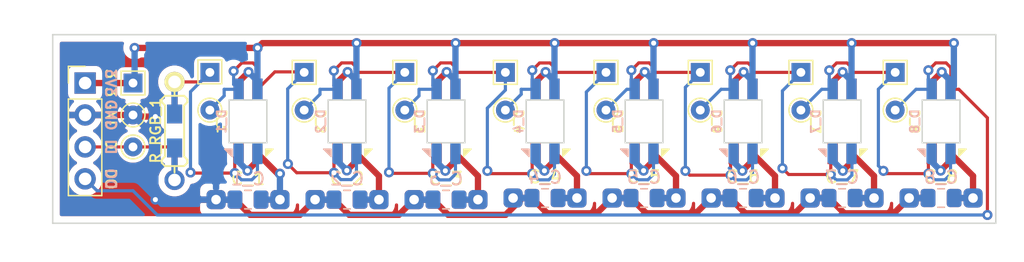
<source format=kicad_pcb>
(kicad_pcb (version 20171130) (host pcbnew "(5.1.8-0-10_14)")

  (general
    (thickness 1.6)
    (drawings 12)
    (tracks 391)
    (zones 0)
    (modules 37)
    (nets 21)
  )

  (page A4)
  (title_block
    (title "Soldering Practice, SK6812mini-e RGB LEDs, Reversible")
    (date 2021-02-24)
    (rev 2021.1)
    (company "Richard Goulter")
  )

  (layers
    (0 F.Cu signal)
    (31 B.Cu signal)
    (32 B.Adhes user)
    (33 F.Adhes user)
    (34 B.Paste user)
    (35 F.Paste user)
    (36 B.SilkS user)
    (37 F.SilkS user)
    (38 B.Mask user)
    (39 F.Mask user)
    (40 Dwgs.User user)
    (41 Cmts.User user)
    (42 Eco1.User user)
    (43 Eco2.User user)
    (44 Edge.Cuts user)
    (45 Margin user)
    (46 B.CrtYd user)
    (47 F.CrtYd user)
    (48 B.Fab user)
    (49 F.Fab user)
  )

  (setup
    (last_trace_width 0.25)
    (trace_clearance 0.2)
    (zone_clearance 0.508)
    (zone_45_only no)
    (trace_min 0.2)
    (via_size 0.8)
    (via_drill 0.4)
    (via_min_size 0.4)
    (via_min_drill 0.3)
    (uvia_size 0.3)
    (uvia_drill 0.1)
    (uvias_allowed no)
    (uvia_min_size 0.2)
    (uvia_min_drill 0.1)
    (edge_width 0.12)
    (segment_width 0.12)
    (pcb_text_width 0.3)
    (pcb_text_size 1.5 1.5)
    (mod_edge_width 0.12)
    (mod_text_size 1 1)
    (mod_text_width 0.15)
    (pad_size 1.5 1.5)
    (pad_drill 0.7)
    (pad_to_mask_clearance 0)
    (aux_axis_origin 0 0)
    (visible_elements FFFFFF7F)
    (pcbplotparams
      (layerselection 0x010fc_ffffffff)
      (usegerberextensions false)
      (usegerberattributes true)
      (usegerberadvancedattributes true)
      (creategerberjobfile true)
      (excludeedgelayer true)
      (linewidth 0.100000)
      (plotframeref false)
      (viasonmask false)
      (mode 1)
      (useauxorigin false)
      (hpglpennumber 1)
      (hpglpenspeed 20)
      (hpglpendiameter 15.000000)
      (psnegative false)
      (psa4output false)
      (plotreference true)
      (plotvalue true)
      (plotinvisibletext false)
      (padsonsilk false)
      (subtractmaskfromsilk false)
      (outputformat 1)
      (mirror false)
      (drillshape 1)
      (scaleselection 1)
      (outputdirectory ""))
  )

  (net 0 "")
  (net 1 /GND)
  (net 2 "Net-(C_1-Pad2)")
  (net 3 "Net-(C_2-Pad2)")
  (net 4 "Net-(C_3-Pad2)")
  (net 5 "Net-(C_4-Pad2)")
  (net 6 "Net-(C_5-Pad2)")
  (net 7 "Net-(C_6-Pad2)")
  (net 8 "Net-(C_7-Pad2)")
  (net 9 "Net-(C_8-Pad2)")
  (net 10 "Net-(D_1-Pad4)")
  (net 11 "Net-(D_1-Pad2)")
  (net 12 /3V3)
  (net 13 "Net-(D_2-Pad2)")
  (net 14 "Net-(D_3-Pad2)")
  (net 15 "Net-(D_4-Pad2)")
  (net 16 "Net-(D_5-Pad2)")
  (net 17 "Net-(D_6-Pad2)")
  (net 18 "Net-(D_7-Pad2)")
  (net 19 /RGB_OUT)
  (net 20 /RGB_IN)

  (net_class Default "This is the default net class."
    (clearance 0.2)
    (trace_width 0.25)
    (via_dia 0.8)
    (via_drill 0.4)
    (uvia_dia 0.3)
    (uvia_drill 0.1)
    (add_net /RGB_IN)
    (add_net /RGB_OUT)
    (add_net "Net-(D_1-Pad2)")
    (add_net "Net-(D_1-Pad4)")
    (add_net "Net-(D_2-Pad2)")
    (add_net "Net-(D_3-Pad2)")
    (add_net "Net-(D_4-Pad2)")
    (add_net "Net-(D_5-Pad2)")
    (add_net "Net-(D_6-Pad2)")
    (add_net "Net-(D_7-Pad2)")
  )

  (net_class Power ""
    (clearance 0.2)
    (trace_width 0.5)
    (via_dia 0.8)
    (via_drill 0.4)
    (uvia_dia 0.3)
    (uvia_drill 0.1)
    (add_net /3V3)
    (add_net /GND)
    (add_net "Net-(C_1-Pad2)")
    (add_net "Net-(C_2-Pad2)")
    (add_net "Net-(C_3-Pad2)")
    (add_net "Net-(C_4-Pad2)")
    (add_net "Net-(C_5-Pad2)")
    (add_net "Net-(C_6-Pad2)")
    (add_net "Net-(C_7-Pad2)")
    (add_net "Net-(C_8-Pad2)")
  )

  (module Connector_PinHeader_2.54mm:PinHeader_1x04_P2.54mm_Vertical (layer F.Cu) (tedit 59FED5CC) (tstamp 602C1907)
    (at 52.578 53.848)
    (descr "Through hole straight pin header, 1x04, 2.54mm pitch, single row")
    (tags "Through hole pin header THT 1x04 2.54mm single row")
    (path /60525E02)
    (fp_text reference J1 (at 0 -2.33) (layer F.SilkS) hide
      (effects (font (size 1 1) (thickness 0.15)))
    )
    (fp_text value Conn_01x04_Male (at 0 9.95) (layer F.Fab)
      (effects (font (size 1 1) (thickness 0.15)))
    )
    (fp_line (start 1.8 -1.8) (end -1.8 -1.8) (layer F.CrtYd) (width 0.05))
    (fp_line (start 1.8 9.4) (end 1.8 -1.8) (layer F.CrtYd) (width 0.05))
    (fp_line (start -1.8 9.4) (end 1.8 9.4) (layer F.CrtYd) (width 0.05))
    (fp_line (start -1.8 -1.8) (end -1.8 9.4) (layer F.CrtYd) (width 0.05))
    (fp_line (start -1.33 -1.33) (end 0 -1.33) (layer F.SilkS) (width 0.12))
    (fp_line (start -1.33 0) (end -1.33 -1.33) (layer F.SilkS) (width 0.12))
    (fp_line (start -1.33 1.27) (end 1.33 1.27) (layer F.SilkS) (width 0.12))
    (fp_line (start 1.33 1.27) (end 1.33 8.95) (layer F.SilkS) (width 0.12))
    (fp_line (start -1.33 1.27) (end -1.33 8.95) (layer F.SilkS) (width 0.12))
    (fp_line (start -1.33 8.95) (end 1.33 8.95) (layer F.SilkS) (width 0.12))
    (fp_line (start -1.27 -0.635) (end -0.635 -1.27) (layer F.Fab) (width 0.1))
    (fp_line (start -1.27 8.89) (end -1.27 -0.635) (layer F.Fab) (width 0.1))
    (fp_line (start 1.27 8.89) (end -1.27 8.89) (layer F.Fab) (width 0.1))
    (fp_line (start 1.27 -1.27) (end 1.27 8.89) (layer F.Fab) (width 0.1))
    (fp_line (start -0.635 -1.27) (end 1.27 -1.27) (layer F.Fab) (width 0.1))
    (fp_text user %R (at 0 3.81 90) (layer F.Fab)
      (effects (font (size 1 1) (thickness 0.15)))
    )
    (pad 4 thru_hole oval (at 0 7.62) (size 1.7 1.7) (drill 1) (layers *.Cu *.Mask)
      (net 19 /RGB_OUT))
    (pad 3 thru_hole oval (at 0 5.08) (size 1.7 1.7) (drill 1) (layers *.Cu *.Mask)
      (net 20 /RGB_IN))
    (pad 2 thru_hole oval (at 0 2.54) (size 1.7 1.7) (drill 1) (layers *.Cu *.Mask)
      (net 1 /GND))
    (pad 1 thru_hole rect (at 0 0) (size 1.7 1.7) (drill 1) (layers *.Cu *.Mask)
      (net 12 /3V3))
    (model ${KISYS3DMOD}/Connector_PinHeader_2.54mm.3dshapes/PinHeader_1x04_P2.54mm_Vertical.wrl
      (at (xyz 0 0 0))
      (scale (xyz 1 1 1))
      (rotate (xyz 0 0 0))
    )
  )

  (module TestPoint:TestPoint_THTPad_1.5x1.5mm_Drill0.7mm (layer F.Cu) (tedit 5A0F774F) (tstamp 602BF3DB)
    (at 117 53)
    (descr "THT rectangular pad as test Point, square 1.5mm side length, hole diameter 0.7mm")
    (tags "test point THT pad rectangle square")
    (path /604F954D)
    (attr virtual)
    (fp_text reference TP_DIN_8 (at 0 -1.648) (layer F.SilkS) hide
      (effects (font (size 1 1) (thickness 0.15)))
    )
    (fp_text value TestPoint (at 0 1.75) (layer F.Fab)
      (effects (font (size 1 1) (thickness 0.15)))
    )
    (fp_line (start 1.25 1.25) (end -1.25 1.25) (layer F.CrtYd) (width 0.05))
    (fp_line (start 1.25 1.25) (end 1.25 -1.25) (layer F.CrtYd) (width 0.05))
    (fp_line (start -1.25 -1.25) (end -1.25 1.25) (layer F.CrtYd) (width 0.05))
    (fp_line (start -1.25 -1.25) (end 1.25 -1.25) (layer F.CrtYd) (width 0.05))
    (fp_line (start -0.95 0.95) (end -0.95 -0.95) (layer F.SilkS) (width 0.12))
    (fp_line (start 0.95 0.95) (end -0.95 0.95) (layer F.SilkS) (width 0.12))
    (fp_line (start 0.95 -0.95) (end 0.95 0.95) (layer F.SilkS) (width 0.12))
    (fp_line (start -0.95 -0.95) (end 0.95 -0.95) (layer F.SilkS) (width 0.12))
    (fp_text user %R (at 0 -1.65) (layer F.Fab)
      (effects (font (size 1 1) (thickness 0.15)))
    )
    (pad 1 thru_hole rect (at 0 0) (size 1.5 1.5) (drill 0.7) (layers *.Cu *.Mask)
      (net 18 "Net-(D_7-Pad2)"))
  )

  (module TestPoint:TestPoint_THTPad_D1.5mm_Drill0.7mm (layer F.Cu) (tedit 5A0F774F) (tstamp 602BF42B)
    (at 56.388 56.388)
    (descr "THT pad as test Point, diameter 1.5mm, hole diameter 0.7mm")
    (tags "test point THT pad")
    (path /604C23E2)
    (attr virtual)
    (fp_text reference TP_GND_1 (at 0 -1.648) (layer F.SilkS) hide
      (effects (font (size 1 1) (thickness 0.15)))
    )
    (fp_text value TestPoint (at 0 1.75) (layer F.Fab)
      (effects (font (size 1 1) (thickness 0.15)))
    )
    (fp_circle (center 0 0) (end 0 0.95) (layer F.SilkS) (width 0.12))
    (fp_circle (center 0 0) (end 1.25 0) (layer F.CrtYd) (width 0.05))
    (fp_text user %R (at 0 -1.65) (layer F.Fab)
      (effects (font (size 1 1) (thickness 0.15)))
    )
    (pad 1 thru_hole circle (at 0 0) (size 1.5 1.5) (drill 0.7) (layers *.Cu *.Mask)
      (net 1 /GND))
  )

  (module TestPoint:TestPoint_THTPad_D1.5mm_Drill0.7mm (layer F.Cu) (tedit 5A0F774F) (tstamp 602BF423)
    (at 117 56)
    (descr "THT pad as test Point, diameter 1.5mm, hole diameter 0.7mm")
    (tags "test point THT pad")
    (path /604F9556)
    (attr virtual)
    (fp_text reference TP_DOUT_8 (at 0 -1.648) (layer F.SilkS) hide
      (effects (font (size 1 1) (thickness 0.15)))
    )
    (fp_text value TestPoint (at 0 1.75) (layer F.Fab)
      (effects (font (size 1 1) (thickness 0.15)))
    )
    (fp_circle (center 0 0) (end 0 0.95) (layer F.SilkS) (width 0.12))
    (fp_circle (center 0 0) (end 1.25 0) (layer F.CrtYd) (width 0.05))
    (fp_text user %R (at 0 -1.65) (layer F.Fab)
      (effects (font (size 1 1) (thickness 0.15)))
    )
    (pad 1 thru_hole circle (at 0 0) (size 1.5 1.5) (drill 0.7) (layers *.Cu *.Mask)
      (net 19 /RGB_OUT))
  )

  (module TestPoint:TestPoint_THTPad_D1.5mm_Drill0.7mm (layer F.Cu) (tedit 5A0F774F) (tstamp 602BF41B)
    (at 109.5 56)
    (descr "THT pad as test Point, diameter 1.5mm, hole diameter 0.7mm")
    (tags "test point THT pad")
    (path /604F6F43)
    (attr virtual)
    (fp_text reference TP_DOUT_7 (at 0 -1.648) (layer F.SilkS) hide
      (effects (font (size 1 1) (thickness 0.15)))
    )
    (fp_text value TestPoint (at 0 1.75) (layer F.Fab)
      (effects (font (size 1 1) (thickness 0.15)))
    )
    (fp_circle (center 0 0) (end 0 0.95) (layer F.SilkS) (width 0.12))
    (fp_circle (center 0 0) (end 1.25 0) (layer F.CrtYd) (width 0.05))
    (fp_text user %R (at 0 -1.65) (layer F.Fab)
      (effects (font (size 1 1) (thickness 0.15)))
    )
    (pad 1 thru_hole circle (at 0 0) (size 1.5 1.5) (drill 0.7) (layers *.Cu *.Mask)
      (net 18 "Net-(D_7-Pad2)"))
  )

  (module TestPoint:TestPoint_THTPad_D1.5mm_Drill0.7mm (layer F.Cu) (tedit 5A0F774F) (tstamp 602BF413)
    (at 101.5 56)
    (descr "THT pad as test Point, diameter 1.5mm, hole diameter 0.7mm")
    (tags "test point THT pad")
    (path /604F4353)
    (attr virtual)
    (fp_text reference TP_DOUT_6 (at 0 -1.648) (layer F.SilkS) hide
      (effects (font (size 1 1) (thickness 0.15)))
    )
    (fp_text value TestPoint (at 0 1.75) (layer F.Fab)
      (effects (font (size 1 1) (thickness 0.15)))
    )
    (fp_circle (center 0 0) (end 0 0.95) (layer F.SilkS) (width 0.12))
    (fp_circle (center 0 0) (end 1.25 0) (layer F.CrtYd) (width 0.05))
    (fp_text user %R (at 0 -1.65) (layer F.Fab)
      (effects (font (size 1 1) (thickness 0.15)))
    )
    (pad 1 thru_hole circle (at 0 0) (size 1.5 1.5) (drill 0.7) (layers *.Cu *.Mask)
      (net 17 "Net-(D_6-Pad2)"))
  )

  (module TestPoint:TestPoint_THTPad_D1.5mm_Drill0.7mm (layer F.Cu) (tedit 5A0F774F) (tstamp 602BF40B)
    (at 94 56)
    (descr "THT pad as test Point, diameter 1.5mm, hole diameter 0.7mm")
    (tags "test point THT pad")
    (path /604F1C9A)
    (attr virtual)
    (fp_text reference TP_DOUT_5 (at 0 -1.648) (layer F.SilkS) hide
      (effects (font (size 1 1) (thickness 0.15)))
    )
    (fp_text value TestPoint (at 0 1.75) (layer F.Fab)
      (effects (font (size 1 1) (thickness 0.15)))
    )
    (fp_circle (center 0 0) (end 0 0.95) (layer F.SilkS) (width 0.12))
    (fp_circle (center 0 0) (end 1.25 0) (layer F.CrtYd) (width 0.05))
    (fp_text user %R (at 0 -1.65) (layer F.Fab)
      (effects (font (size 1 1) (thickness 0.15)))
    )
    (pad 1 thru_hole circle (at 0 0) (size 1.5 1.5) (drill 0.7) (layers *.Cu *.Mask)
      (net 16 "Net-(D_5-Pad2)"))
  )

  (module TestPoint:TestPoint_THTPad_D1.5mm_Drill0.7mm (layer F.Cu) (tedit 5A0F774F) (tstamp 602BF403)
    (at 86 56)
    (descr "THT pad as test Point, diameter 1.5mm, hole diameter 0.7mm")
    (tags "test point THT pad")
    (path /604EE4A2)
    (attr virtual)
    (fp_text reference TP_DOUT_4 (at 0 -1.648) (layer F.SilkS) hide
      (effects (font (size 1 1) (thickness 0.15)))
    )
    (fp_text value TestPoint (at 0 1.75) (layer F.Fab)
      (effects (font (size 1 1) (thickness 0.15)))
    )
    (fp_circle (center 0 0) (end 0 0.95) (layer F.SilkS) (width 0.12))
    (fp_circle (center 0 0) (end 1.25 0) (layer F.CrtYd) (width 0.05))
    (fp_text user %R (at 0 -1.65) (layer F.Fab)
      (effects (font (size 1 1) (thickness 0.15)))
    )
    (pad 1 thru_hole circle (at 0 0) (size 1.5 1.5) (drill 0.7) (layers *.Cu *.Mask)
      (net 15 "Net-(D_4-Pad2)"))
  )

  (module TestPoint:TestPoint_THTPad_D1.5mm_Drill0.7mm (layer F.Cu) (tedit 5A0F774F) (tstamp 602BF3FB)
    (at 78 56)
    (descr "THT pad as test Point, diameter 1.5mm, hole diameter 0.7mm")
    (tags "test point THT pad")
    (path /604EC451)
    (attr virtual)
    (fp_text reference TP_DOUT_3 (at 0 -1.648) (layer F.SilkS) hide
      (effects (font (size 1 1) (thickness 0.15)))
    )
    (fp_text value TestPoint (at 0 1.75) (layer F.Fab)
      (effects (font (size 1 1) (thickness 0.15)))
    )
    (fp_circle (center 0 0) (end 0 0.95) (layer F.SilkS) (width 0.12))
    (fp_circle (center 0 0) (end 1.25 0) (layer F.CrtYd) (width 0.05))
    (fp_text user %R (at 0 -1.65) (layer F.Fab)
      (effects (font (size 1 1) (thickness 0.15)))
    )
    (pad 1 thru_hole circle (at 0 0) (size 1.5 1.5) (drill 0.7) (layers *.Cu *.Mask)
      (net 14 "Net-(D_3-Pad2)"))
  )

  (module TestPoint:TestPoint_THTPad_D1.5mm_Drill0.7mm (layer F.Cu) (tedit 5A0F774F) (tstamp 602BF3F3)
    (at 70 56)
    (descr "THT pad as test Point, diameter 1.5mm, hole diameter 0.7mm")
    (tags "test point THT pad")
    (path /604EA1C2)
    (attr virtual)
    (fp_text reference TP_DOUT_2 (at 0 -1.648) (layer F.SilkS) hide
      (effects (font (size 1 1) (thickness 0.15)))
    )
    (fp_text value TestPoint (at 0 1.75) (layer F.Fab)
      (effects (font (size 1 1) (thickness 0.15)))
    )
    (fp_circle (center 0 0) (end 0 0.95) (layer F.SilkS) (width 0.12))
    (fp_circle (center 0 0) (end 1.25 0) (layer F.CrtYd) (width 0.05))
    (fp_text user %R (at 0 -1.65) (layer F.Fab)
      (effects (font (size 1 1) (thickness 0.15)))
    )
    (pad 1 thru_hole circle (at 0 0) (size 1.5 1.5) (drill 0.7) (layers *.Cu *.Mask)
      (net 13 "Net-(D_2-Pad2)"))
  )

  (module TestPoint:TestPoint_THTPad_D1.5mm_Drill0.7mm (layer F.Cu) (tedit 5A0F774F) (tstamp 602BF3EB)
    (at 62.5 56)
    (descr "THT pad as test Point, diameter 1.5mm, hole diameter 0.7mm")
    (tags "test point THT pad")
    (path /604C7874)
    (attr virtual)
    (fp_text reference TP_DOUT_1 (at 0 -1.648) (layer F.SilkS) hide
      (effects (font (size 1 1) (thickness 0.15)))
    )
    (fp_text value TestPoint (at 0 1.75) (layer F.Fab)
      (effects (font (size 1 1) (thickness 0.15)))
    )
    (fp_circle (center 0 0) (end 0 0.95) (layer F.SilkS) (width 0.12))
    (fp_circle (center 0 0) (end 1.25 0) (layer F.CrtYd) (width 0.05))
    (fp_text user %R (at 0 -1.65) (layer F.Fab)
      (effects (font (size 1 1) (thickness 0.15)))
    )
    (pad 1 thru_hole circle (at 0 0) (size 1.5 1.5) (drill 0.7) (layers *.Cu *.Mask)
      (net 11 "Net-(D_1-Pad2)"))
  )

  (module TestPoint:TestPoint_THTPad_D1.5mm_Drill0.7mm (layer F.Cu) (tedit 5A0F774F) (tstamp 602BF3E3)
    (at 56.388 58.928)
    (descr "THT pad as test Point, diameter 1.5mm, hole diameter 0.7mm")
    (tags "test point THT pad")
    (path /604C3051)
    (attr virtual)
    (fp_text reference TP_DIN_RGB_1 (at 0 -1.648) (layer F.SilkS) hide
      (effects (font (size 1 1) (thickness 0.15)))
    )
    (fp_text value TestPoint (at 0 1.75) (layer F.Fab)
      (effects (font (size 1 1) (thickness 0.15)))
    )
    (fp_circle (center 0 0) (end 0 0.95) (layer F.SilkS) (width 0.12))
    (fp_circle (center 0 0) (end 1.25 0) (layer F.CrtYd) (width 0.05))
    (fp_text user %R (at 0 -1.65) (layer F.Fab)
      (effects (font (size 1 1) (thickness 0.15)))
    )
    (pad 1 thru_hole circle (at 0 0) (size 1.5 1.5) (drill 0.7) (layers *.Cu *.Mask)
      (net 20 /RGB_IN))
  )

  (module TestPoint:TestPoint_THTPad_1.5x1.5mm_Drill0.7mm (layer F.Cu) (tedit 5A0F774F) (tstamp 602BF3D3)
    (at 109.5 53)
    (descr "THT rectangular pad as test Point, square 1.5mm side length, hole diameter 0.7mm")
    (tags "test point THT pad rectangle square")
    (path /604F6F3A)
    (attr virtual)
    (fp_text reference TP_DIN_7 (at 0 -1.648) (layer F.SilkS) hide
      (effects (font (size 1 1) (thickness 0.15)))
    )
    (fp_text value TestPoint (at 0 1.75) (layer F.Fab)
      (effects (font (size 1 1) (thickness 0.15)))
    )
    (fp_line (start 1.25 1.25) (end -1.25 1.25) (layer F.CrtYd) (width 0.05))
    (fp_line (start 1.25 1.25) (end 1.25 -1.25) (layer F.CrtYd) (width 0.05))
    (fp_line (start -1.25 -1.25) (end -1.25 1.25) (layer F.CrtYd) (width 0.05))
    (fp_line (start -1.25 -1.25) (end 1.25 -1.25) (layer F.CrtYd) (width 0.05))
    (fp_line (start -0.95 0.95) (end -0.95 -0.95) (layer F.SilkS) (width 0.12))
    (fp_line (start 0.95 0.95) (end -0.95 0.95) (layer F.SilkS) (width 0.12))
    (fp_line (start 0.95 -0.95) (end 0.95 0.95) (layer F.SilkS) (width 0.12))
    (fp_line (start -0.95 -0.95) (end 0.95 -0.95) (layer F.SilkS) (width 0.12))
    (fp_text user %R (at 0 -1.65) (layer F.Fab)
      (effects (font (size 1 1) (thickness 0.15)))
    )
    (pad 1 thru_hole rect (at 0 0) (size 1.5 1.5) (drill 0.7) (layers *.Cu *.Mask)
      (net 17 "Net-(D_6-Pad2)"))
  )

  (module TestPoint:TestPoint_THTPad_1.5x1.5mm_Drill0.7mm (layer F.Cu) (tedit 5A0F774F) (tstamp 602BF3C5)
    (at 101.5 53)
    (descr "THT rectangular pad as test Point, square 1.5mm side length, hole diameter 0.7mm")
    (tags "test point THT pad rectangle square")
    (path /604F434A)
    (attr virtual)
    (fp_text reference TP_DIN_6 (at 0 -1.648) (layer F.SilkS) hide
      (effects (font (size 1 1) (thickness 0.15)))
    )
    (fp_text value TestPoint (at 0 1.75) (layer F.Fab)
      (effects (font (size 1 1) (thickness 0.15)))
    )
    (fp_line (start 1.25 1.25) (end -1.25 1.25) (layer F.CrtYd) (width 0.05))
    (fp_line (start 1.25 1.25) (end 1.25 -1.25) (layer F.CrtYd) (width 0.05))
    (fp_line (start -1.25 -1.25) (end -1.25 1.25) (layer F.CrtYd) (width 0.05))
    (fp_line (start -1.25 -1.25) (end 1.25 -1.25) (layer F.CrtYd) (width 0.05))
    (fp_line (start -0.95 0.95) (end -0.95 -0.95) (layer F.SilkS) (width 0.12))
    (fp_line (start 0.95 0.95) (end -0.95 0.95) (layer F.SilkS) (width 0.12))
    (fp_line (start 0.95 -0.95) (end 0.95 0.95) (layer F.SilkS) (width 0.12))
    (fp_line (start -0.95 -0.95) (end 0.95 -0.95) (layer F.SilkS) (width 0.12))
    (fp_text user %R (at 0 -1.65) (layer F.Fab)
      (effects (font (size 1 1) (thickness 0.15)))
    )
    (pad 1 thru_hole rect (at 0 0) (size 1.5 1.5) (drill 0.7) (layers *.Cu *.Mask)
      (net 16 "Net-(D_5-Pad2)"))
  )

  (module TestPoint:TestPoint_THTPad_1.5x1.5mm_Drill0.7mm (layer F.Cu) (tedit 5A0F774F) (tstamp 602BF3B7)
    (at 94 53)
    (descr "THT rectangular pad as test Point, square 1.5mm side length, hole diameter 0.7mm")
    (tags "test point THT pad rectangle square")
    (path /604F1C91)
    (attr virtual)
    (fp_text reference TP_DIN_5 (at 0 -1.648) (layer F.SilkS) hide
      (effects (font (size 1 1) (thickness 0.15)))
    )
    (fp_text value TestPoint (at 0 1.75) (layer F.Fab)
      (effects (font (size 1 1) (thickness 0.15)))
    )
    (fp_line (start 1.25 1.25) (end -1.25 1.25) (layer F.CrtYd) (width 0.05))
    (fp_line (start 1.25 1.25) (end 1.25 -1.25) (layer F.CrtYd) (width 0.05))
    (fp_line (start -1.25 -1.25) (end -1.25 1.25) (layer F.CrtYd) (width 0.05))
    (fp_line (start -1.25 -1.25) (end 1.25 -1.25) (layer F.CrtYd) (width 0.05))
    (fp_line (start -0.95 0.95) (end -0.95 -0.95) (layer F.SilkS) (width 0.12))
    (fp_line (start 0.95 0.95) (end -0.95 0.95) (layer F.SilkS) (width 0.12))
    (fp_line (start 0.95 -0.95) (end 0.95 0.95) (layer F.SilkS) (width 0.12))
    (fp_line (start -0.95 -0.95) (end 0.95 -0.95) (layer F.SilkS) (width 0.12))
    (fp_text user %R (at 0 -1.65) (layer F.Fab)
      (effects (font (size 1 1) (thickness 0.15)))
    )
    (pad 1 thru_hole rect (at 0 0) (size 1.5 1.5) (drill 0.7) (layers *.Cu *.Mask)
      (net 15 "Net-(D_4-Pad2)"))
  )

  (module TestPoint:TestPoint_THTPad_1.5x1.5mm_Drill0.7mm (layer F.Cu) (tedit 5A0F774F) (tstamp 602BF3A9)
    (at 86 53)
    (descr "THT rectangular pad as test Point, square 1.5mm side length, hole diameter 0.7mm")
    (tags "test point THT pad rectangle square")
    (path /604EE499)
    (attr virtual)
    (fp_text reference TP_DIN_4 (at 0 -1.648) (layer F.SilkS) hide
      (effects (font (size 1 1) (thickness 0.15)))
    )
    (fp_text value TestPoint (at 0 1.75) (layer F.Fab)
      (effects (font (size 1 1) (thickness 0.15)))
    )
    (fp_line (start 1.25 1.25) (end -1.25 1.25) (layer F.CrtYd) (width 0.05))
    (fp_line (start 1.25 1.25) (end 1.25 -1.25) (layer F.CrtYd) (width 0.05))
    (fp_line (start -1.25 -1.25) (end -1.25 1.25) (layer F.CrtYd) (width 0.05))
    (fp_line (start -1.25 -1.25) (end 1.25 -1.25) (layer F.CrtYd) (width 0.05))
    (fp_line (start -0.95 0.95) (end -0.95 -0.95) (layer F.SilkS) (width 0.12))
    (fp_line (start 0.95 0.95) (end -0.95 0.95) (layer F.SilkS) (width 0.12))
    (fp_line (start 0.95 -0.95) (end 0.95 0.95) (layer F.SilkS) (width 0.12))
    (fp_line (start -0.95 -0.95) (end 0.95 -0.95) (layer F.SilkS) (width 0.12))
    (fp_text user %R (at 0 -1.65) (layer F.Fab)
      (effects (font (size 1 1) (thickness 0.15)))
    )
    (pad 1 thru_hole rect (at 0 0) (size 1.5 1.5) (drill 0.7) (layers *.Cu *.Mask)
      (net 14 "Net-(D_3-Pad2)"))
  )

  (module TestPoint:TestPoint_THTPad_1.5x1.5mm_Drill0.7mm (layer F.Cu) (tedit 5A0F774F) (tstamp 602BF39B)
    (at 78 53)
    (descr "THT rectangular pad as test Point, square 1.5mm side length, hole diameter 0.7mm")
    (tags "test point THT pad rectangle square")
    (path /604EC448)
    (attr virtual)
    (fp_text reference TP_DIN_3 (at 0 -1.648) (layer F.SilkS) hide
      (effects (font (size 1 1) (thickness 0.15)))
    )
    (fp_text value TestPoint (at 0 1.75) (layer F.Fab)
      (effects (font (size 1 1) (thickness 0.15)))
    )
    (fp_line (start 1.25 1.25) (end -1.25 1.25) (layer F.CrtYd) (width 0.05))
    (fp_line (start 1.25 1.25) (end 1.25 -1.25) (layer F.CrtYd) (width 0.05))
    (fp_line (start -1.25 -1.25) (end -1.25 1.25) (layer F.CrtYd) (width 0.05))
    (fp_line (start -1.25 -1.25) (end 1.25 -1.25) (layer F.CrtYd) (width 0.05))
    (fp_line (start -0.95 0.95) (end -0.95 -0.95) (layer F.SilkS) (width 0.12))
    (fp_line (start 0.95 0.95) (end -0.95 0.95) (layer F.SilkS) (width 0.12))
    (fp_line (start 0.95 -0.95) (end 0.95 0.95) (layer F.SilkS) (width 0.12))
    (fp_line (start -0.95 -0.95) (end 0.95 -0.95) (layer F.SilkS) (width 0.12))
    (fp_text user %R (at 0 -1.65) (layer F.Fab)
      (effects (font (size 1 1) (thickness 0.15)))
    )
    (pad 1 thru_hole rect (at 0 0) (size 1.5 1.5) (drill 0.7) (layers *.Cu *.Mask)
      (net 13 "Net-(D_2-Pad2)"))
  )

  (module TestPoint:TestPoint_THTPad_1.5x1.5mm_Drill0.7mm (layer F.Cu) (tedit 5A0F774F) (tstamp 602BF38D)
    (at 70 53)
    (descr "THT rectangular pad as test Point, square 1.5mm side length, hole diameter 0.7mm")
    (tags "test point THT pad rectangle square")
    (path /604EA1B9)
    (attr virtual)
    (fp_text reference TP_DIN_2 (at 0 -1.648) (layer F.SilkS) hide
      (effects (font (size 1 1) (thickness 0.15)))
    )
    (fp_text value TestPoint (at 0 1.75) (layer F.Fab)
      (effects (font (size 1 1) (thickness 0.15)))
    )
    (fp_line (start 1.25 1.25) (end -1.25 1.25) (layer F.CrtYd) (width 0.05))
    (fp_line (start 1.25 1.25) (end 1.25 -1.25) (layer F.CrtYd) (width 0.05))
    (fp_line (start -1.25 -1.25) (end -1.25 1.25) (layer F.CrtYd) (width 0.05))
    (fp_line (start -1.25 -1.25) (end 1.25 -1.25) (layer F.CrtYd) (width 0.05))
    (fp_line (start -0.95 0.95) (end -0.95 -0.95) (layer F.SilkS) (width 0.12))
    (fp_line (start 0.95 0.95) (end -0.95 0.95) (layer F.SilkS) (width 0.12))
    (fp_line (start 0.95 -0.95) (end 0.95 0.95) (layer F.SilkS) (width 0.12))
    (fp_line (start -0.95 -0.95) (end 0.95 -0.95) (layer F.SilkS) (width 0.12))
    (fp_text user %R (at 0 -1.65) (layer F.Fab)
      (effects (font (size 1 1) (thickness 0.15)))
    )
    (pad 1 thru_hole rect (at 0 0) (size 1.5 1.5) (drill 0.7) (layers *.Cu *.Mask)
      (net 11 "Net-(D_1-Pad2)"))
  )

  (module TestPoint:TestPoint_THTPad_1.5x1.5mm_Drill0.7mm (layer F.Cu) (tedit 602CB6C5) (tstamp 602BF37F)
    (at 62.5 52.959)
    (descr "THT rectangular pad as test Point, square 1.5mm side length, hole diameter 0.7mm")
    (tags "test point THT pad rectangle square")
    (path /604C3D7C)
    (attr virtual)
    (fp_text reference TP_DIN_1 (at 0 -1.648) (layer F.SilkS) hide
      (effects (font (size 1 1) (thickness 0.15)))
    )
    (fp_text value TestPoint (at 0 1.75) (layer F.Fab)
      (effects (font (size 1 1) (thickness 0.15)))
    )
    (fp_line (start 1.25 1.25) (end -1.25 1.25) (layer F.CrtYd) (width 0.05))
    (fp_line (start 1.25 1.25) (end 1.25 -1.25) (layer F.CrtYd) (width 0.05))
    (fp_line (start -1.25 -1.25) (end -1.25 1.25) (layer F.CrtYd) (width 0.05))
    (fp_line (start -1.25 -1.25) (end 1.25 -1.25) (layer F.CrtYd) (width 0.05))
    (fp_line (start -0.95 0.95) (end -0.95 -0.95) (layer F.SilkS) (width 0.12))
    (fp_line (start 0.95 0.95) (end -0.95 0.95) (layer F.SilkS) (width 0.12))
    (fp_line (start 0.95 -0.95) (end 0.95 0.95) (layer F.SilkS) (width 0.12))
    (fp_line (start -0.95 -0.95) (end 0.95 -0.95) (layer F.SilkS) (width 0.12))
    (fp_text user %R (at 0 -1.65) (layer F.Fab)
      (effects (font (size 1 1) (thickness 0.15)))
    )
    (pad 1 thru_hole rect (at 0 0.041) (size 1.5 1.5) (drill 0.7) (layers *.Cu *.Mask)
      (net 10 "Net-(D_1-Pad4)"))
  )

  (module TestPoint:TestPoint_THTPad_1.5x1.5mm_Drill0.7mm (layer F.Cu) (tedit 5A0F774F) (tstamp 602BF371)
    (at 56.388 53.848)
    (descr "THT rectangular pad as test Point, square 1.5mm side length, hole diameter 0.7mm")
    (tags "test point THT pad rectangle square")
    (path /604BDA94)
    (attr virtual)
    (fp_text reference TP_3V3 (at 0 -1.648) (layer F.SilkS) hide
      (effects (font (size 1 1) (thickness 0.15)))
    )
    (fp_text value TestPoint (at 0 1.75) (layer F.Fab)
      (effects (font (size 1 1) (thickness 0.15)))
    )
    (fp_line (start 1.25 1.25) (end -1.25 1.25) (layer F.CrtYd) (width 0.05))
    (fp_line (start 1.25 1.25) (end 1.25 -1.25) (layer F.CrtYd) (width 0.05))
    (fp_line (start -1.25 -1.25) (end -1.25 1.25) (layer F.CrtYd) (width 0.05))
    (fp_line (start -1.25 -1.25) (end 1.25 -1.25) (layer F.CrtYd) (width 0.05))
    (fp_line (start -0.95 0.95) (end -0.95 -0.95) (layer F.SilkS) (width 0.12))
    (fp_line (start 0.95 0.95) (end -0.95 0.95) (layer F.SilkS) (width 0.12))
    (fp_line (start 0.95 -0.95) (end 0.95 0.95) (layer F.SilkS) (width 0.12))
    (fp_line (start -0.95 -0.95) (end 0.95 -0.95) (layer F.SilkS) (width 0.12))
    (fp_text user %R (at 0 -1.65) (layer F.Fab)
      (effects (font (size 1 1) (thickness 0.15)))
    )
    (pad 1 thru_hole rect (at 0 0) (size 1.5 1.5) (drill 0.7) (layers *.Cu *.Mask)
      (net 12 /3V3))
  )

  (module Keebio-Parts:Resistor-Hybrid (layer F.Cu) (tedit 5B0F0756) (tstamp 602BF363)
    (at 59.69 57.658 270)
    (path /60D9AF80)
    (attr smd)
    (fp_text reference R_RGB_1 (at -0.0254 1.5 90) (layer F.SilkS)
      (effects (font (size 0.8 0.8) (thickness 0.15)))
    )
    (fp_text value "300 - 500R" (at 0 -1.925 90) (layer F.SilkS) hide
      (effects (font (size 0.8 0.8) (thickness 0.15)))
    )
    (fp_line (start -2.794 -0.762) (end -2.54 -1.016) (layer F.SilkS) (width 0.15))
    (fp_line (start -2.54 -1.016) (end -2.286 -1.016) (layer F.SilkS) (width 0.15))
    (fp_line (start -2.286 -1.016) (end -2.032 -0.762) (layer F.SilkS) (width 0.15))
    (fp_line (start -2.032 -0.762) (end 2.032 -0.762) (layer F.SilkS) (width 0.15))
    (fp_line (start 2.032 -0.762) (end 2.286 -1.016) (layer F.SilkS) (width 0.15))
    (fp_line (start 2.286 -1.016) (end 2.54 -1.016) (layer F.SilkS) (width 0.15))
    (fp_line (start 2.54 -1.016) (end 2.794 -0.762) (layer F.SilkS) (width 0.15))
    (fp_line (start 2.794 -0.762) (end 2.794 0.762) (layer F.SilkS) (width 0.15))
    (fp_line (start 2.794 0.762) (end 2.54 1.016) (layer F.SilkS) (width 0.15))
    (fp_line (start 2.54 1.016) (end 2.286 1.016) (layer F.SilkS) (width 0.15))
    (fp_line (start 2.286 1.016) (end 2.032 0.762) (layer F.SilkS) (width 0.15))
    (fp_line (start 2.032 0.762) (end -2.032 0.762) (layer F.SilkS) (width 0.15))
    (fp_line (start -2.032 0.762) (end -2.286 1.016) (layer F.SilkS) (width 0.15))
    (fp_line (start -2.286 1.016) (end -2.54 1.016) (layer F.SilkS) (width 0.15))
    (fp_line (start -2.54 1.016) (end -2.794 0.762) (layer F.SilkS) (width 0.15))
    (fp_line (start -2.794 0.762) (end -2.794 -0.762) (layer F.SilkS) (width 0.15))
    (fp_line (start -3.302 0) (end -2.794 0) (layer F.SilkS) (width 0.15))
    (fp_line (start 2.794 0) (end 3.302 0) (layer F.SilkS) (width 0.15))
    (pad 1 smd rect (at 2.5 0 270) (size 2.9 0.5) (layers F.Cu)
      (net 20 /RGB_IN) (solder_mask_margin -999))
    (pad 2 smd rect (at -2.5 0 270) (size 2.9 0.5) (layers F.Cu)
      (net 10 "Net-(D_1-Pad4)") (solder_mask_margin -999))
    (pad 1 thru_hole circle (at 3.9 0 270) (size 1.6 1.6) (drill 1) (layers *.Cu *.Mask)
      (net 20 /RGB_IN))
    (pad 2 thru_hole circle (at -3.9 0 270) (size 1.6 1.6) (drill 1) (layers *.Cu *.Mask F.SilkS)
      (net 10 "Net-(D_1-Pad4)"))
    (pad 2 smd rect (at -1.35 0 270) (size 1.5 1.2) (layers F.Cu F.Paste F.Mask)
      (net 10 "Net-(D_1-Pad4)"))
    (pad 1 smd rect (at 1.35 0 270) (size 1.5 1.2) (layers F.Cu F.Paste F.Mask)
      (net 20 /RGB_IN))
    (pad 1 smd rect (at 2.5 0 270) (size 2.9 0.5) (layers B.Cu)
      (net 20 /RGB_IN) (solder_mask_margin -999))
    (pad 1 smd rect (at 1.35 0 270) (size 1.5 1.2) (layers B.Cu B.Paste B.Mask)
      (net 20 /RGB_IN))
    (pad 2 smd rect (at -1.35 0 270) (size 1.5 1.2) (layers B.Cu B.Paste B.Mask)
      (net 10 "Net-(D_1-Pad4)"))
    (pad 2 smd rect (at -2.5 0 270) (size 2.9 0.5) (layers B.Cu)
      (net 10 "Net-(D_1-Pad4)") (solder_mask_margin -999))
    (model ${KISYS3DMOD}/Resistors_SMD.3dshapes/R_0805.step
      (at (xyz 0 0 0))
      (scale (xyz 1 1 1))
      (rotate (xyz 0 0 0))
    )
  )

  (module ProjectLocal:SK6812-MINI-E_Reversible (layer F.Cu) (tedit 5FD78D81) (tstamp 602BF343)
    (at 120.65 56.896 270)
    (path /604F9545)
    (fp_text reference D_8 (at 0 2.1 270 unlocked) (layer F.SilkS)
      (effects (font (size 0.7 0.7) (thickness 0.15)))
    )
    (fp_text value WS2812B (at 0 -3.81 270 unlocked) (layer Dwgs.User) hide
      (effects (font (size 1 1) (thickness 0.15)))
    )
    (fp_line (start -1.7 -1.5) (end 1.7 -1.5) (layer Edge.Cuts) (width 0.12))
    (fp_line (start -1.7 1.5) (end -1.7 -1.5) (layer Edge.Cuts) (width 0.12))
    (fp_line (start 1.7 1.5) (end -1.7 1.5) (layer Edge.Cuts) (width 0.12))
    (fp_line (start 1.7 -1.5) (end 1.7 1.5) (layer Edge.Cuts) (width 0.12))
    (fp_line (start -1.6 -1.4) (end 1.6 -1.4) (layer Cmts.User) (width 0.12))
    (fp_line (start -1.6 1.4) (end -1.6 -1.4) (layer Cmts.User) (width 0.12))
    (fp_line (start 1.6 1.4) (end -1.6 1.4) (layer Cmts.User) (width 0.12))
    (fp_line (start 1.6 -1.4) (end 1.6 1.4) (layer Cmts.User) (width 0.12))
    (fp_poly (pts (xy 2.8 -1.4) (xy 2.2 -1.4) (xy 2.2 -2)) (layer F.SilkS) (width 0.1))
    (fp_poly (pts (xy 2.8 1.27) (xy 2.2 1.27) (xy 2.2 1.87)) (layer B.SilkS) (width 0.1))
    (fp_text user %R (at 0 2.1 90) (layer B.SilkS)
      (effects (font (size 0.7 0.7) (thickness 0.15)) (justify mirror))
    )
    (pad 4 smd rect (at 2.55 -0.75 270) (size 1.7 0.82) (layers B.Cu B.Paste B.Mask)
      (net 18 "Net-(D_7-Pad2)"))
    (pad 2 smd rect (at -2.55 0.75 270) (size 1.7 0.82) (layers B.Cu B.Paste B.Mask)
      (net 19 /RGB_OUT))
    (pad 3 smd roundrect (at 2.55 0.75 270) (size 1.7 0.82) (layers B.Cu B.Paste B.Mask) (roundrect_rratio 0.25)
      (net 9 "Net-(C_8-Pad2)"))
    (pad 1 smd rect (at -2.55 -0.75 270) (size 1.7 0.82) (layers B.Cu B.Paste B.Mask)
      (net 12 /3V3))
    (pad 3 smd roundrect (at 2.55 -0.75 270) (size 1.7 0.82) (layers F.Cu F.Paste F.Mask) (roundrect_rratio 0.25)
      (net 9 "Net-(C_8-Pad2)"))
    (pad 4 smd rect (at 2.55 0.75 270) (size 1.7 0.82) (layers F.Cu F.Paste F.Mask)
      (net 18 "Net-(D_7-Pad2)"))
    (pad 2 smd rect (at -2.55 -0.75 270) (size 1.7 0.82) (layers F.Cu F.Paste F.Mask)
      (net 19 /RGB_OUT))
    (pad 1 smd rect (at -2.55 0.75 270) (size 1.7 0.82) (layers F.Cu F.Paste F.Mask)
      (net 12 /3V3))
    (model "${KIPRJMOD}/Keebio-Parts.pretty/3dmodels/SK6812MINI-E v1.step"
      (at (xyz 0 0 0))
      (scale (xyz 1 1 1))
      (rotate (xyz 90 0 0))
    )
  )

  (module ProjectLocal:SK6812-MINI-E_Reversible (layer F.Cu) (tedit 5FD78D81) (tstamp 602BF32C)
    (at 112.776 56.896 270)
    (path /604F6F32)
    (fp_text reference D_7 (at 0 2.1 270 unlocked) (layer F.SilkS)
      (effects (font (size 0.7 0.7) (thickness 0.15)))
    )
    (fp_text value WS2812B (at 0 -3.81 270 unlocked) (layer Dwgs.User) hide
      (effects (font (size 1 1) (thickness 0.15)))
    )
    (fp_line (start -1.7 -1.5) (end 1.7 -1.5) (layer Edge.Cuts) (width 0.12))
    (fp_line (start -1.7 1.5) (end -1.7 -1.5) (layer Edge.Cuts) (width 0.12))
    (fp_line (start 1.7 1.5) (end -1.7 1.5) (layer Edge.Cuts) (width 0.12))
    (fp_line (start 1.7 -1.5) (end 1.7 1.5) (layer Edge.Cuts) (width 0.12))
    (fp_line (start -1.6 -1.4) (end 1.6 -1.4) (layer Cmts.User) (width 0.12))
    (fp_line (start -1.6 1.4) (end -1.6 -1.4) (layer Cmts.User) (width 0.12))
    (fp_line (start 1.6 1.4) (end -1.6 1.4) (layer Cmts.User) (width 0.12))
    (fp_line (start 1.6 -1.4) (end 1.6 1.4) (layer Cmts.User) (width 0.12))
    (fp_poly (pts (xy 2.8 -1.4) (xy 2.2 -1.4) (xy 2.2 -2)) (layer F.SilkS) (width 0.1))
    (fp_poly (pts (xy 2.8 1.27) (xy 2.2 1.27) (xy 2.2 1.87)) (layer B.SilkS) (width 0.1))
    (fp_text user %R (at 0 2.1 90) (layer B.SilkS)
      (effects (font (size 0.7 0.7) (thickness 0.15)) (justify mirror))
    )
    (pad 4 smd rect (at 2.55 -0.75 270) (size 1.7 0.82) (layers B.Cu B.Paste B.Mask)
      (net 17 "Net-(D_6-Pad2)"))
    (pad 2 smd rect (at -2.55 0.75 270) (size 1.7 0.82) (layers B.Cu B.Paste B.Mask)
      (net 18 "Net-(D_7-Pad2)"))
    (pad 3 smd roundrect (at 2.55 0.75 270) (size 1.7 0.82) (layers B.Cu B.Paste B.Mask) (roundrect_rratio 0.25)
      (net 8 "Net-(C_7-Pad2)"))
    (pad 1 smd rect (at -2.55 -0.75 270) (size 1.7 0.82) (layers B.Cu B.Paste B.Mask)
      (net 12 /3V3))
    (pad 3 smd roundrect (at 2.55 -0.75 270) (size 1.7 0.82) (layers F.Cu F.Paste F.Mask) (roundrect_rratio 0.25)
      (net 8 "Net-(C_7-Pad2)"))
    (pad 4 smd rect (at 2.55 0.75 270) (size 1.7 0.82) (layers F.Cu F.Paste F.Mask)
      (net 17 "Net-(D_6-Pad2)"))
    (pad 2 smd rect (at -2.55 -0.75 270) (size 1.7 0.82) (layers F.Cu F.Paste F.Mask)
      (net 18 "Net-(D_7-Pad2)"))
    (pad 1 smd rect (at -2.55 0.75 270) (size 1.7 0.82) (layers F.Cu F.Paste F.Mask)
      (net 12 /3V3))
    (model "${KIPRJMOD}/Keebio-Parts.pretty/3dmodels/SK6812MINI-E v1.step"
      (at (xyz 0 0 0))
      (scale (xyz 1 1 1))
      (rotate (xyz 90 0 0))
    )
  )

  (module ProjectLocal:SK6812-MINI-E_Reversible (layer F.Cu) (tedit 5FD78D81) (tstamp 602BF315)
    (at 104.902 56.896 270)
    (path /604F4342)
    (fp_text reference D_6 (at 0 2.1 270 unlocked) (layer F.SilkS)
      (effects (font (size 0.7 0.7) (thickness 0.15)))
    )
    (fp_text value WS2812B (at 0 -3.81 270 unlocked) (layer Dwgs.User) hide
      (effects (font (size 1 1) (thickness 0.15)))
    )
    (fp_line (start -1.7 -1.5) (end 1.7 -1.5) (layer Edge.Cuts) (width 0.12))
    (fp_line (start -1.7 1.5) (end -1.7 -1.5) (layer Edge.Cuts) (width 0.12))
    (fp_line (start 1.7 1.5) (end -1.7 1.5) (layer Edge.Cuts) (width 0.12))
    (fp_line (start 1.7 -1.5) (end 1.7 1.5) (layer Edge.Cuts) (width 0.12))
    (fp_line (start -1.6 -1.4) (end 1.6 -1.4) (layer Cmts.User) (width 0.12))
    (fp_line (start -1.6 1.4) (end -1.6 -1.4) (layer Cmts.User) (width 0.12))
    (fp_line (start 1.6 1.4) (end -1.6 1.4) (layer Cmts.User) (width 0.12))
    (fp_line (start 1.6 -1.4) (end 1.6 1.4) (layer Cmts.User) (width 0.12))
    (fp_poly (pts (xy 2.8 -1.4) (xy 2.2 -1.4) (xy 2.2 -2)) (layer F.SilkS) (width 0.1))
    (fp_poly (pts (xy 2.8 1.27) (xy 2.2 1.27) (xy 2.2 1.87)) (layer B.SilkS) (width 0.1))
    (fp_text user %R (at 0 2.1 90) (layer B.SilkS)
      (effects (font (size 0.7 0.7) (thickness 0.15)) (justify mirror))
    )
    (pad 4 smd rect (at 2.55 -0.75 270) (size 1.7 0.82) (layers B.Cu B.Paste B.Mask)
      (net 16 "Net-(D_5-Pad2)"))
    (pad 2 smd rect (at -2.55 0.75 270) (size 1.7 0.82) (layers B.Cu B.Paste B.Mask)
      (net 17 "Net-(D_6-Pad2)"))
    (pad 3 smd roundrect (at 2.55 0.75 270) (size 1.7 0.82) (layers B.Cu B.Paste B.Mask) (roundrect_rratio 0.25)
      (net 7 "Net-(C_6-Pad2)"))
    (pad 1 smd rect (at -2.55 -0.75 270) (size 1.7 0.82) (layers B.Cu B.Paste B.Mask)
      (net 12 /3V3))
    (pad 3 smd roundrect (at 2.55 -0.75 270) (size 1.7 0.82) (layers F.Cu F.Paste F.Mask) (roundrect_rratio 0.25)
      (net 7 "Net-(C_6-Pad2)"))
    (pad 4 smd rect (at 2.55 0.75 270) (size 1.7 0.82) (layers F.Cu F.Paste F.Mask)
      (net 16 "Net-(D_5-Pad2)"))
    (pad 2 smd rect (at -2.55 -0.75 270) (size 1.7 0.82) (layers F.Cu F.Paste F.Mask)
      (net 17 "Net-(D_6-Pad2)"))
    (pad 1 smd rect (at -2.55 0.75 270) (size 1.7 0.82) (layers F.Cu F.Paste F.Mask)
      (net 12 /3V3))
    (model "${KIPRJMOD}/Keebio-Parts.pretty/3dmodels/SK6812MINI-E v1.step"
      (at (xyz 0 0 0))
      (scale (xyz 1 1 1))
      (rotate (xyz 90 0 0))
    )
  )

  (module ProjectLocal:SK6812-MINI-E_Reversible (layer F.Cu) (tedit 5FD78D81) (tstamp 602BF2FE)
    (at 97.028 56.896 270)
    (path /604F1C89)
    (fp_text reference D_5 (at 0 2.1 270 unlocked) (layer F.SilkS)
      (effects (font (size 0.7 0.7) (thickness 0.15)))
    )
    (fp_text value WS2812B (at 0 -3.81 270 unlocked) (layer Dwgs.User) hide
      (effects (font (size 1 1) (thickness 0.15)))
    )
    (fp_line (start -1.7 -1.5) (end 1.7 -1.5) (layer Edge.Cuts) (width 0.12))
    (fp_line (start -1.7 1.5) (end -1.7 -1.5) (layer Edge.Cuts) (width 0.12))
    (fp_line (start 1.7 1.5) (end -1.7 1.5) (layer Edge.Cuts) (width 0.12))
    (fp_line (start 1.7 -1.5) (end 1.7 1.5) (layer Edge.Cuts) (width 0.12))
    (fp_line (start -1.6 -1.4) (end 1.6 -1.4) (layer Cmts.User) (width 0.12))
    (fp_line (start -1.6 1.4) (end -1.6 -1.4) (layer Cmts.User) (width 0.12))
    (fp_line (start 1.6 1.4) (end -1.6 1.4) (layer Cmts.User) (width 0.12))
    (fp_line (start 1.6 -1.4) (end 1.6 1.4) (layer Cmts.User) (width 0.12))
    (fp_poly (pts (xy 2.8 -1.4) (xy 2.2 -1.4) (xy 2.2 -2)) (layer F.SilkS) (width 0.1))
    (fp_poly (pts (xy 2.8 1.27) (xy 2.2 1.27) (xy 2.2 1.87)) (layer B.SilkS) (width 0.1))
    (fp_text user %R (at 0 2.1 90) (layer B.SilkS)
      (effects (font (size 0.7 0.7) (thickness 0.15)) (justify mirror))
    )
    (pad 4 smd rect (at 2.55 -0.75 270) (size 1.7 0.82) (layers B.Cu B.Paste B.Mask)
      (net 15 "Net-(D_4-Pad2)"))
    (pad 2 smd rect (at -2.55 0.75 270) (size 1.7 0.82) (layers B.Cu B.Paste B.Mask)
      (net 16 "Net-(D_5-Pad2)"))
    (pad 3 smd roundrect (at 2.55 0.75 270) (size 1.7 0.82) (layers B.Cu B.Paste B.Mask) (roundrect_rratio 0.25)
      (net 6 "Net-(C_5-Pad2)"))
    (pad 1 smd rect (at -2.55 -0.75 270) (size 1.7 0.82) (layers B.Cu B.Paste B.Mask)
      (net 12 /3V3))
    (pad 3 smd roundrect (at 2.55 -0.75 270) (size 1.7 0.82) (layers F.Cu F.Paste F.Mask) (roundrect_rratio 0.25)
      (net 6 "Net-(C_5-Pad2)"))
    (pad 4 smd rect (at 2.55 0.75 270) (size 1.7 0.82) (layers F.Cu F.Paste F.Mask)
      (net 15 "Net-(D_4-Pad2)"))
    (pad 2 smd rect (at -2.55 -0.75 270) (size 1.7 0.82) (layers F.Cu F.Paste F.Mask)
      (net 16 "Net-(D_5-Pad2)"))
    (pad 1 smd rect (at -2.55 0.75 270) (size 1.7 0.82) (layers F.Cu F.Paste F.Mask)
      (net 12 /3V3))
    (model "${KIPRJMOD}/Keebio-Parts.pretty/3dmodels/SK6812MINI-E v1.step"
      (at (xyz 0 0 0))
      (scale (xyz 1 1 1))
      (rotate (xyz 90 0 0))
    )
  )

  (module ProjectLocal:SK6812-MINI-E_Reversible (layer F.Cu) (tedit 5FD78D81) (tstamp 602BF2E7)
    (at 89.154 56.896 270)
    (path /604EE491)
    (fp_text reference D_4 (at 0 2.1 270 unlocked) (layer F.SilkS)
      (effects (font (size 0.7 0.7) (thickness 0.15)))
    )
    (fp_text value WS2812B (at 0 -3.81 270 unlocked) (layer Dwgs.User) hide
      (effects (font (size 1 1) (thickness 0.15)))
    )
    (fp_line (start -1.7 -1.5) (end 1.7 -1.5) (layer Edge.Cuts) (width 0.12))
    (fp_line (start -1.7 1.5) (end -1.7 -1.5) (layer Edge.Cuts) (width 0.12))
    (fp_line (start 1.7 1.5) (end -1.7 1.5) (layer Edge.Cuts) (width 0.12))
    (fp_line (start 1.7 -1.5) (end 1.7 1.5) (layer Edge.Cuts) (width 0.12))
    (fp_line (start -1.6 -1.4) (end 1.6 -1.4) (layer Cmts.User) (width 0.12))
    (fp_line (start -1.6 1.4) (end -1.6 -1.4) (layer Cmts.User) (width 0.12))
    (fp_line (start 1.6 1.4) (end -1.6 1.4) (layer Cmts.User) (width 0.12))
    (fp_line (start 1.6 -1.4) (end 1.6 1.4) (layer Cmts.User) (width 0.12))
    (fp_poly (pts (xy 2.8 -1.4) (xy 2.2 -1.4) (xy 2.2 -2)) (layer F.SilkS) (width 0.1))
    (fp_poly (pts (xy 2.8 1.27) (xy 2.2 1.27) (xy 2.2 1.87)) (layer B.SilkS) (width 0.1))
    (fp_text user %R (at 0 2.1 90) (layer B.SilkS)
      (effects (font (size 0.7 0.7) (thickness 0.15)) (justify mirror))
    )
    (pad 4 smd rect (at 2.55 -0.75 270) (size 1.7 0.82) (layers B.Cu B.Paste B.Mask)
      (net 14 "Net-(D_3-Pad2)"))
    (pad 2 smd rect (at -2.55 0.75 270) (size 1.7 0.82) (layers B.Cu B.Paste B.Mask)
      (net 15 "Net-(D_4-Pad2)"))
    (pad 3 smd roundrect (at 2.55 0.75 270) (size 1.7 0.82) (layers B.Cu B.Paste B.Mask) (roundrect_rratio 0.25)
      (net 5 "Net-(C_4-Pad2)"))
    (pad 1 smd rect (at -2.55 -0.75 270) (size 1.7 0.82) (layers B.Cu B.Paste B.Mask)
      (net 12 /3V3))
    (pad 3 smd roundrect (at 2.55 -0.75 270) (size 1.7 0.82) (layers F.Cu F.Paste F.Mask) (roundrect_rratio 0.25)
      (net 5 "Net-(C_4-Pad2)"))
    (pad 4 smd rect (at 2.55 0.75 270) (size 1.7 0.82) (layers F.Cu F.Paste F.Mask)
      (net 14 "Net-(D_3-Pad2)"))
    (pad 2 smd rect (at -2.55 -0.75 270) (size 1.7 0.82) (layers F.Cu F.Paste F.Mask)
      (net 15 "Net-(D_4-Pad2)"))
    (pad 1 smd rect (at -2.55 0.75 270) (size 1.7 0.82) (layers F.Cu F.Paste F.Mask)
      (net 12 /3V3))
    (model "${KIPRJMOD}/Keebio-Parts.pretty/3dmodels/SK6812MINI-E v1.step"
      (at (xyz 0 0 0))
      (scale (xyz 1 1 1))
      (rotate (xyz 90 0 0))
    )
  )

  (module ProjectLocal:SK6812-MINI-E_Reversible (layer F.Cu) (tedit 5FD78D81) (tstamp 602BF2D0)
    (at 81.28 56.896 270)
    (path /604EC440)
    (fp_text reference D_3 (at 0 2.1 270 unlocked) (layer F.SilkS)
      (effects (font (size 0.7 0.7) (thickness 0.15)))
    )
    (fp_text value WS2812B (at 0 -3.81 270 unlocked) (layer Dwgs.User) hide
      (effects (font (size 1 1) (thickness 0.15)))
    )
    (fp_line (start -1.7 -1.5) (end 1.7 -1.5) (layer Edge.Cuts) (width 0.12))
    (fp_line (start -1.7 1.5) (end -1.7 -1.5) (layer Edge.Cuts) (width 0.12))
    (fp_line (start 1.7 1.5) (end -1.7 1.5) (layer Edge.Cuts) (width 0.12))
    (fp_line (start 1.7 -1.5) (end 1.7 1.5) (layer Edge.Cuts) (width 0.12))
    (fp_line (start -1.6 -1.4) (end 1.6 -1.4) (layer Cmts.User) (width 0.12))
    (fp_line (start -1.6 1.4) (end -1.6 -1.4) (layer Cmts.User) (width 0.12))
    (fp_line (start 1.6 1.4) (end -1.6 1.4) (layer Cmts.User) (width 0.12))
    (fp_line (start 1.6 -1.4) (end 1.6 1.4) (layer Cmts.User) (width 0.12))
    (fp_poly (pts (xy 2.8 -1.4) (xy 2.2 -1.4) (xy 2.2 -2)) (layer F.SilkS) (width 0.1))
    (fp_poly (pts (xy 2.8 1.27) (xy 2.2 1.27) (xy 2.2 1.87)) (layer B.SilkS) (width 0.1))
    (fp_text user %R (at 0 2.1 90) (layer B.SilkS)
      (effects (font (size 0.7 0.7) (thickness 0.15)) (justify mirror))
    )
    (pad 4 smd rect (at 2.55 -0.75 270) (size 1.7 0.82) (layers B.Cu B.Paste B.Mask)
      (net 13 "Net-(D_2-Pad2)"))
    (pad 2 smd rect (at -2.55 0.75 270) (size 1.7 0.82) (layers B.Cu B.Paste B.Mask)
      (net 14 "Net-(D_3-Pad2)"))
    (pad 3 smd roundrect (at 2.55 0.75 270) (size 1.7 0.82) (layers B.Cu B.Paste B.Mask) (roundrect_rratio 0.25)
      (net 4 "Net-(C_3-Pad2)"))
    (pad 1 smd rect (at -2.55 -0.75 270) (size 1.7 0.82) (layers B.Cu B.Paste B.Mask)
      (net 12 /3V3))
    (pad 3 smd roundrect (at 2.55 -0.75 270) (size 1.7 0.82) (layers F.Cu F.Paste F.Mask) (roundrect_rratio 0.25)
      (net 4 "Net-(C_3-Pad2)"))
    (pad 4 smd rect (at 2.55 0.75 270) (size 1.7 0.82) (layers F.Cu F.Paste F.Mask)
      (net 13 "Net-(D_2-Pad2)"))
    (pad 2 smd rect (at -2.55 -0.75 270) (size 1.7 0.82) (layers F.Cu F.Paste F.Mask)
      (net 14 "Net-(D_3-Pad2)"))
    (pad 1 smd rect (at -2.55 0.75 270) (size 1.7 0.82) (layers F.Cu F.Paste F.Mask)
      (net 12 /3V3))
    (model "${KIPRJMOD}/Keebio-Parts.pretty/3dmodels/SK6812MINI-E v1.step"
      (at (xyz 0 0 0))
      (scale (xyz 1 1 1))
      (rotate (xyz 90 0 0))
    )
  )

  (module ProjectLocal:SK6812-MINI-E_Reversible (layer F.Cu) (tedit 5FD78D81) (tstamp 602BF2B9)
    (at 73.406 56.896 270)
    (path /604EA1B1)
    (fp_text reference D_2 (at 0 2.1 270 unlocked) (layer F.SilkS)
      (effects (font (size 0.7 0.7) (thickness 0.15)))
    )
    (fp_text value WS2812B (at 0 -3.81 270 unlocked) (layer Dwgs.User) hide
      (effects (font (size 1 1) (thickness 0.15)))
    )
    (fp_line (start -1.7 -1.5) (end 1.7 -1.5) (layer Edge.Cuts) (width 0.12))
    (fp_line (start -1.7 1.5) (end -1.7 -1.5) (layer Edge.Cuts) (width 0.12))
    (fp_line (start 1.7 1.5) (end -1.7 1.5) (layer Edge.Cuts) (width 0.12))
    (fp_line (start 1.7 -1.5) (end 1.7 1.5) (layer Edge.Cuts) (width 0.12))
    (fp_line (start -1.6 -1.4) (end 1.6 -1.4) (layer Cmts.User) (width 0.12))
    (fp_line (start -1.6 1.4) (end -1.6 -1.4) (layer Cmts.User) (width 0.12))
    (fp_line (start 1.6 1.4) (end -1.6 1.4) (layer Cmts.User) (width 0.12))
    (fp_line (start 1.6 -1.4) (end 1.6 1.4) (layer Cmts.User) (width 0.12))
    (fp_poly (pts (xy 2.8 -1.4) (xy 2.2 -1.4) (xy 2.2 -2)) (layer F.SilkS) (width 0.1))
    (fp_poly (pts (xy 2.8 1.27) (xy 2.2 1.27) (xy 2.2 1.87)) (layer B.SilkS) (width 0.1))
    (fp_text user %R (at 0 2.1 90) (layer B.SilkS)
      (effects (font (size 0.7 0.7) (thickness 0.15)) (justify mirror))
    )
    (pad 4 smd rect (at 2.55 -0.75 270) (size 1.7 0.82) (layers B.Cu B.Paste B.Mask)
      (net 11 "Net-(D_1-Pad2)"))
    (pad 2 smd rect (at -2.55 0.75 270) (size 1.7 0.82) (layers B.Cu B.Paste B.Mask)
      (net 13 "Net-(D_2-Pad2)"))
    (pad 3 smd roundrect (at 2.55 0.75 270) (size 1.7 0.82) (layers B.Cu B.Paste B.Mask) (roundrect_rratio 0.25)
      (net 3 "Net-(C_2-Pad2)"))
    (pad 1 smd rect (at -2.55 -0.75 270) (size 1.7 0.82) (layers B.Cu B.Paste B.Mask)
      (net 12 /3V3))
    (pad 3 smd roundrect (at 2.55 -0.75 270) (size 1.7 0.82) (layers F.Cu F.Paste F.Mask) (roundrect_rratio 0.25)
      (net 3 "Net-(C_2-Pad2)"))
    (pad 4 smd rect (at 2.55 0.75 270) (size 1.7 0.82) (layers F.Cu F.Paste F.Mask)
      (net 11 "Net-(D_1-Pad2)"))
    (pad 2 smd rect (at -2.55 -0.75 270) (size 1.7 0.82) (layers F.Cu F.Paste F.Mask)
      (net 13 "Net-(D_2-Pad2)"))
    (pad 1 smd rect (at -2.55 0.75 270) (size 1.7 0.82) (layers F.Cu F.Paste F.Mask)
      (net 12 /3V3))
    (model "${KIPRJMOD}/Keebio-Parts.pretty/3dmodels/SK6812MINI-E v1.step"
      (at (xyz 0 0 0))
      (scale (xyz 1 1 1))
      (rotate (xyz 90 0 0))
    )
  )

  (module ProjectLocal:SK6812-MINI-E_Reversible (layer F.Cu) (tedit 5FD78D81) (tstamp 602BF2A2)
    (at 65.532 56.896 270)
    (path /5FD534E8)
    (fp_text reference D_1 (at 0 2.1 270 unlocked) (layer F.SilkS)
      (effects (font (size 0.7 0.7) (thickness 0.15)))
    )
    (fp_text value WS2812B (at 0 -3.81 270 unlocked) (layer Dwgs.User) hide
      (effects (font (size 1 1) (thickness 0.15)))
    )
    (fp_line (start -1.7 -1.5) (end 1.7 -1.5) (layer Edge.Cuts) (width 0.12))
    (fp_line (start -1.7 1.5) (end -1.7 -1.5) (layer Edge.Cuts) (width 0.12))
    (fp_line (start 1.7 1.5) (end -1.7 1.5) (layer Edge.Cuts) (width 0.12))
    (fp_line (start 1.7 -1.5) (end 1.7 1.5) (layer Edge.Cuts) (width 0.12))
    (fp_line (start -1.6 -1.4) (end 1.6 -1.4) (layer Cmts.User) (width 0.12))
    (fp_line (start -1.6 1.4) (end -1.6 -1.4) (layer Cmts.User) (width 0.12))
    (fp_line (start 1.6 1.4) (end -1.6 1.4) (layer Cmts.User) (width 0.12))
    (fp_line (start 1.6 -1.4) (end 1.6 1.4) (layer Cmts.User) (width 0.12))
    (fp_poly (pts (xy 2.8 -1.4) (xy 2.2 -1.4) (xy 2.2 -2)) (layer F.SilkS) (width 0.1))
    (fp_poly (pts (xy 2.8 1.27) (xy 2.2 1.27) (xy 2.2 1.87)) (layer B.SilkS) (width 0.1))
    (fp_text user %R (at 0 2.1 90) (layer B.SilkS)
      (effects (font (size 0.7 0.7) (thickness 0.15)) (justify mirror))
    )
    (pad 4 smd rect (at 2.55 -0.75 270) (size 1.7 0.82) (layers B.Cu B.Paste B.Mask)
      (net 10 "Net-(D_1-Pad4)"))
    (pad 2 smd rect (at -2.55 0.75 270) (size 1.7 0.82) (layers B.Cu B.Paste B.Mask)
      (net 11 "Net-(D_1-Pad2)"))
    (pad 3 smd roundrect (at 2.55 0.75 270) (size 1.7 0.82) (layers B.Cu B.Paste B.Mask) (roundrect_rratio 0.25)
      (net 2 "Net-(C_1-Pad2)"))
    (pad 1 smd rect (at -2.55 -0.75 270) (size 1.7 0.82) (layers B.Cu B.Paste B.Mask)
      (net 12 /3V3))
    (pad 3 smd roundrect (at 2.55 -0.75 270) (size 1.7 0.82) (layers F.Cu F.Paste F.Mask) (roundrect_rratio 0.25)
      (net 2 "Net-(C_1-Pad2)"))
    (pad 4 smd rect (at 2.55 0.75 270) (size 1.7 0.82) (layers F.Cu F.Paste F.Mask)
      (net 10 "Net-(D_1-Pad4)"))
    (pad 2 smd rect (at -2.55 -0.75 270) (size 1.7 0.82) (layers F.Cu F.Paste F.Mask)
      (net 11 "Net-(D_1-Pad2)"))
    (pad 1 smd rect (at -2.55 0.75 270) (size 1.7 0.82) (layers F.Cu F.Paste F.Mask)
      (net 12 /3V3))
    (model "${KIPRJMOD}/Keebio-Parts.pretty/3dmodels/SK6812MINI-E v1.step"
      (at (xyz 0 0 0))
      (scale (xyz 1 1 1))
      (rotate (xyz 90 0 0))
    )
  )

  (module ProjectLocal:C_0805_2012Metric_Pad1.18x1.45mm_HandSolder_Dual (layer F.Cu) (tedit 5FD8C752) (tstamp 602BF28B)
    (at 120.65 62.992)
    (descr "Capacitor SMD 0805 (2012 Metric), square (rectangular) end terminal, IPC_7351 nominal with elongated pad for handsoldering. (Body size source: IPC-SM-782 page 76, https://www.pcb-3d.com/wordpress/wp-content/uploads/ipc-sm-782a_amendment_1_and_2.pdf, https://docs.google.com/spreadsheets/d/1BsfQQcO9C6DZCsRaXUlFlo91Tg2WpOkGARC1WS5S8t0/edit?usp=sharing), generated with kicad-footprint-generator")
    (tags "capacitor handsolder")
    (path /604F953F)
    (attr smd)
    (fp_text reference C_8 (at 0 -1.68) (layer F.SilkS)
      (effects (font (size 1 1) (thickness 0.15)))
    )
    (fp_text value 100nF (at 0 3.81) (layer F.Fab) hide
      (effects (font (size 1 1) (thickness 0.15)))
    )
    (fp_line (start 1.88 0.98) (end -1.88 0.98) (layer F.CrtYd) (width 0.05))
    (fp_line (start 1.88 -0.98) (end 1.88 0.98) (layer F.CrtYd) (width 0.05))
    (fp_line (start -1.88 -0.98) (end 1.88 -0.98) (layer F.CrtYd) (width 0.05))
    (fp_line (start -1.88 0.98) (end -1.88 -0.98) (layer F.CrtYd) (width 0.05))
    (fp_line (start -0.261252 0.735) (end 0.261252 0.735) (layer F.SilkS) (width 0.12))
    (fp_line (start -0.261252 -0.735) (end 0.261252 -0.735) (layer F.SilkS) (width 0.12))
    (fp_line (start 1 0.625) (end -1 0.625) (layer F.Fab) (width 0.1))
    (fp_line (start 1 -0.625) (end 1 0.625) (layer F.Fab) (width 0.1))
    (fp_line (start -1 -0.625) (end 1 -0.625) (layer F.Fab) (width 0.1))
    (fp_line (start -1 0.625) (end -1 -0.625) (layer F.Fab) (width 0.1))
    (fp_line (start 1.88 -0.98) (end 1.88 0.98) (layer B.CrtYd) (width 0.05))
    (fp_line (start -1.88 0.98) (end 1.88 0.98) (layer B.CrtYd) (width 0.05))
    (fp_line (start -1.88 0.98) (end -1.88 -0.98) (layer B.CrtYd) (width 0.05))
    (fp_line (start -0.261252 -0.735) (end 0.261252 -0.735) (layer B.SilkS) (width 0.12))
    (fp_line (start -0.261252 0.735) (end 0.261252 0.735) (layer B.SilkS) (width 0.12))
    (fp_line (start 1 0.625) (end -1 0.625) (layer B.Fab) (width 0.1))
    (fp_line (start 1 -0.625) (end 1 0.625) (layer B.Fab) (width 0.1))
    (fp_line (start -1 -0.625) (end 1 -0.625) (layer B.Fab) (width 0.1))
    (fp_line (start -1 0.625) (end -1 -0.625) (layer B.Fab) (width 0.1))
    (fp_line (start 1.88 -0.98) (end -1.88 -0.98) (layer B.CrtYd) (width 0.05))
    (fp_text user %R (at 0 -1.651) (layer B.SilkS)
      (effects (font (size 1 1) (thickness 0.15)) (justify mirror))
    )
    (fp_text user %R (at 0 0) (layer B.Fab)
      (effects (font (size 0.5 0.5) (thickness 0.08)))
    )
    (fp_text user %R (at 0 0) (layer F.Fab)
      (effects (font (size 0.5 0.5) (thickness 0.08)))
    )
    (pad 1 smd rect (at -1.8 0 180) (size 1.6 0.5) (layers B.Cu)
      (net 1 /GND))
    (pad 2 smd rect (at 1.8 0 180) (size 1.6 0.5) (layers F.Cu)
      (net 9 "Net-(C_8-Pad2)"))
    (pad 2 smd rect (at 1.8 0 180) (size 1.6 0.5) (layers B.Cu)
      (net 9 "Net-(C_8-Pad2)"))
    (pad 1 smd rect (at -1.8 0 180) (size 1.6 0.5) (layers F.Cu)
      (net 1 /GND))
    (pad 1 thru_hole roundrect (at -2.54 0) (size 1.524 1.524) (drill 0.762) (layers *.Cu *.Mask) (roundrect_rratio 0.25)
      (net 1 /GND))
    (pad 2 thru_hole roundrect (at 2.54 0) (size 1.524 1.524) (drill 0.762) (layers *.Cu *.Mask) (roundrect_rratio 0.25)
      (net 9 "Net-(C_8-Pad2)"))
    (pad 1 smd roundrect (at -1.0375 0) (size 1.175 1.45) (layers B.Cu B.Paste B.Mask) (roundrect_rratio 0.212766)
      (net 1 /GND))
    (pad 2 smd roundrect (at 1.0375 0) (size 1.175 1.45) (layers B.Cu B.Paste B.Mask) (roundrect_rratio 0.212766)
      (net 9 "Net-(C_8-Pad2)"))
    (pad 2 smd roundrect (at 1.0375 0) (size 1.175 1.45) (layers F.Cu F.Paste F.Mask) (roundrect_rratio 0.212766)
      (net 9 "Net-(C_8-Pad2)"))
    (pad 1 smd roundrect (at -1.0375 0) (size 1.175 1.45) (layers F.Cu F.Paste F.Mask) (roundrect_rratio 0.212766)
      (net 1 /GND))
    (model ${KISYS3DMOD}/Capacitor_SMD.3dshapes/C_0805_2012Metric.wrl
      (at (xyz 0 0 0))
      (scale (xyz 1 1 1))
      (rotate (xyz 0 0 0))
    )
  )

  (module ProjectLocal:C_0805_2012Metric_Pad1.18x1.45mm_HandSolder_Dual (layer F.Cu) (tedit 5FD8C752) (tstamp 602BF266)
    (at 112.776 62.992)
    (descr "Capacitor SMD 0805 (2012 Metric), square (rectangular) end terminal, IPC_7351 nominal with elongated pad for handsoldering. (Body size source: IPC-SM-782 page 76, https://www.pcb-3d.com/wordpress/wp-content/uploads/ipc-sm-782a_amendment_1_and_2.pdf, https://docs.google.com/spreadsheets/d/1BsfQQcO9C6DZCsRaXUlFlo91Tg2WpOkGARC1WS5S8t0/edit?usp=sharing), generated with kicad-footprint-generator")
    (tags "capacitor handsolder")
    (path /604F6F2C)
    (attr smd)
    (fp_text reference C_7 (at 0 -1.68) (layer F.SilkS)
      (effects (font (size 1 1) (thickness 0.15)))
    )
    (fp_text value 100nF (at 0 3.81) (layer F.Fab) hide
      (effects (font (size 1 1) (thickness 0.15)))
    )
    (fp_line (start 1.88 0.98) (end -1.88 0.98) (layer F.CrtYd) (width 0.05))
    (fp_line (start 1.88 -0.98) (end 1.88 0.98) (layer F.CrtYd) (width 0.05))
    (fp_line (start -1.88 -0.98) (end 1.88 -0.98) (layer F.CrtYd) (width 0.05))
    (fp_line (start -1.88 0.98) (end -1.88 -0.98) (layer F.CrtYd) (width 0.05))
    (fp_line (start -0.261252 0.735) (end 0.261252 0.735) (layer F.SilkS) (width 0.12))
    (fp_line (start -0.261252 -0.735) (end 0.261252 -0.735) (layer F.SilkS) (width 0.12))
    (fp_line (start 1 0.625) (end -1 0.625) (layer F.Fab) (width 0.1))
    (fp_line (start 1 -0.625) (end 1 0.625) (layer F.Fab) (width 0.1))
    (fp_line (start -1 -0.625) (end 1 -0.625) (layer F.Fab) (width 0.1))
    (fp_line (start -1 0.625) (end -1 -0.625) (layer F.Fab) (width 0.1))
    (fp_line (start 1.88 -0.98) (end 1.88 0.98) (layer B.CrtYd) (width 0.05))
    (fp_line (start -1.88 0.98) (end 1.88 0.98) (layer B.CrtYd) (width 0.05))
    (fp_line (start -1.88 0.98) (end -1.88 -0.98) (layer B.CrtYd) (width 0.05))
    (fp_line (start -0.261252 -0.735) (end 0.261252 -0.735) (layer B.SilkS) (width 0.12))
    (fp_line (start -0.261252 0.735) (end 0.261252 0.735) (layer B.SilkS) (width 0.12))
    (fp_line (start 1 0.625) (end -1 0.625) (layer B.Fab) (width 0.1))
    (fp_line (start 1 -0.625) (end 1 0.625) (layer B.Fab) (width 0.1))
    (fp_line (start -1 -0.625) (end 1 -0.625) (layer B.Fab) (width 0.1))
    (fp_line (start -1 0.625) (end -1 -0.625) (layer B.Fab) (width 0.1))
    (fp_line (start 1.88 -0.98) (end -1.88 -0.98) (layer B.CrtYd) (width 0.05))
    (fp_text user %R (at 0 -1.651) (layer B.SilkS)
      (effects (font (size 1 1) (thickness 0.15)) (justify mirror))
    )
    (fp_text user %R (at 0 0) (layer B.Fab)
      (effects (font (size 0.5 0.5) (thickness 0.08)))
    )
    (fp_text user %R (at 0 0) (layer F.Fab)
      (effects (font (size 0.5 0.5) (thickness 0.08)))
    )
    (pad 1 smd rect (at -1.8 0 180) (size 1.6 0.5) (layers B.Cu)
      (net 1 /GND))
    (pad 2 smd rect (at 1.8 0 180) (size 1.6 0.5) (layers F.Cu)
      (net 8 "Net-(C_7-Pad2)"))
    (pad 2 smd rect (at 1.8 0 180) (size 1.6 0.5) (layers B.Cu)
      (net 8 "Net-(C_7-Pad2)"))
    (pad 1 smd rect (at -1.8 0 180) (size 1.6 0.5) (layers F.Cu)
      (net 1 /GND))
    (pad 1 thru_hole roundrect (at -2.54 0) (size 1.524 1.524) (drill 0.762) (layers *.Cu *.Mask) (roundrect_rratio 0.25)
      (net 1 /GND))
    (pad 2 thru_hole roundrect (at 2.54 0) (size 1.524 1.524) (drill 0.762) (layers *.Cu *.Mask) (roundrect_rratio 0.25)
      (net 8 "Net-(C_7-Pad2)"))
    (pad 1 smd roundrect (at -1.0375 0) (size 1.175 1.45) (layers B.Cu B.Paste B.Mask) (roundrect_rratio 0.212766)
      (net 1 /GND))
    (pad 2 smd roundrect (at 1.0375 0) (size 1.175 1.45) (layers B.Cu B.Paste B.Mask) (roundrect_rratio 0.212766)
      (net 8 "Net-(C_7-Pad2)"))
    (pad 2 smd roundrect (at 1.0375 0) (size 1.175 1.45) (layers F.Cu F.Paste F.Mask) (roundrect_rratio 0.212766)
      (net 8 "Net-(C_7-Pad2)"))
    (pad 1 smd roundrect (at -1.0375 0) (size 1.175 1.45) (layers F.Cu F.Paste F.Mask) (roundrect_rratio 0.212766)
      (net 1 /GND))
    (model ${KISYS3DMOD}/Capacitor_SMD.3dshapes/C_0805_2012Metric.wrl
      (at (xyz 0 0 0))
      (scale (xyz 1 1 1))
      (rotate (xyz 0 0 0))
    )
  )

  (module ProjectLocal:C_0805_2012Metric_Pad1.18x1.45mm_HandSolder_Dual (layer F.Cu) (tedit 5FD8C752) (tstamp 602BF241)
    (at 104.902 62.992)
    (descr "Capacitor SMD 0805 (2012 Metric), square (rectangular) end terminal, IPC_7351 nominal with elongated pad for handsoldering. (Body size source: IPC-SM-782 page 76, https://www.pcb-3d.com/wordpress/wp-content/uploads/ipc-sm-782a_amendment_1_and_2.pdf, https://docs.google.com/spreadsheets/d/1BsfQQcO9C6DZCsRaXUlFlo91Tg2WpOkGARC1WS5S8t0/edit?usp=sharing), generated with kicad-footprint-generator")
    (tags "capacitor handsolder")
    (path /604F433C)
    (attr smd)
    (fp_text reference C_6 (at 0 -1.68) (layer F.SilkS)
      (effects (font (size 1 1) (thickness 0.15)))
    )
    (fp_text value 100nF (at 0 3.81) (layer F.Fab) hide
      (effects (font (size 1 1) (thickness 0.15)))
    )
    (fp_line (start 1.88 0.98) (end -1.88 0.98) (layer F.CrtYd) (width 0.05))
    (fp_line (start 1.88 -0.98) (end 1.88 0.98) (layer F.CrtYd) (width 0.05))
    (fp_line (start -1.88 -0.98) (end 1.88 -0.98) (layer F.CrtYd) (width 0.05))
    (fp_line (start -1.88 0.98) (end -1.88 -0.98) (layer F.CrtYd) (width 0.05))
    (fp_line (start -0.261252 0.735) (end 0.261252 0.735) (layer F.SilkS) (width 0.12))
    (fp_line (start -0.261252 -0.735) (end 0.261252 -0.735) (layer F.SilkS) (width 0.12))
    (fp_line (start 1 0.625) (end -1 0.625) (layer F.Fab) (width 0.1))
    (fp_line (start 1 -0.625) (end 1 0.625) (layer F.Fab) (width 0.1))
    (fp_line (start -1 -0.625) (end 1 -0.625) (layer F.Fab) (width 0.1))
    (fp_line (start -1 0.625) (end -1 -0.625) (layer F.Fab) (width 0.1))
    (fp_line (start 1.88 -0.98) (end 1.88 0.98) (layer B.CrtYd) (width 0.05))
    (fp_line (start -1.88 0.98) (end 1.88 0.98) (layer B.CrtYd) (width 0.05))
    (fp_line (start -1.88 0.98) (end -1.88 -0.98) (layer B.CrtYd) (width 0.05))
    (fp_line (start -0.261252 -0.735) (end 0.261252 -0.735) (layer B.SilkS) (width 0.12))
    (fp_line (start -0.261252 0.735) (end 0.261252 0.735) (layer B.SilkS) (width 0.12))
    (fp_line (start 1 0.625) (end -1 0.625) (layer B.Fab) (width 0.1))
    (fp_line (start 1 -0.625) (end 1 0.625) (layer B.Fab) (width 0.1))
    (fp_line (start -1 -0.625) (end 1 -0.625) (layer B.Fab) (width 0.1))
    (fp_line (start -1 0.625) (end -1 -0.625) (layer B.Fab) (width 0.1))
    (fp_line (start 1.88 -0.98) (end -1.88 -0.98) (layer B.CrtYd) (width 0.05))
    (fp_text user %R (at 0 -1.651) (layer B.SilkS)
      (effects (font (size 1 1) (thickness 0.15)) (justify mirror))
    )
    (fp_text user %R (at 0 0) (layer B.Fab)
      (effects (font (size 0.5 0.5) (thickness 0.08)))
    )
    (fp_text user %R (at 0 0) (layer F.Fab)
      (effects (font (size 0.5 0.5) (thickness 0.08)))
    )
    (pad 1 smd rect (at -1.8 0 180) (size 1.6 0.5) (layers B.Cu)
      (net 1 /GND))
    (pad 2 smd rect (at 1.8 0 180) (size 1.6 0.5) (layers F.Cu)
      (net 7 "Net-(C_6-Pad2)"))
    (pad 2 smd rect (at 1.8 0 180) (size 1.6 0.5) (layers B.Cu)
      (net 7 "Net-(C_6-Pad2)"))
    (pad 1 smd rect (at -1.8 0 180) (size 1.6 0.5) (layers F.Cu)
      (net 1 /GND))
    (pad 1 thru_hole roundrect (at -2.54 0) (size 1.524 1.524) (drill 0.762) (layers *.Cu *.Mask) (roundrect_rratio 0.25)
      (net 1 /GND))
    (pad 2 thru_hole roundrect (at 2.54 0) (size 1.524 1.524) (drill 0.762) (layers *.Cu *.Mask) (roundrect_rratio 0.25)
      (net 7 "Net-(C_6-Pad2)"))
    (pad 1 smd roundrect (at -1.0375 0) (size 1.175 1.45) (layers B.Cu B.Paste B.Mask) (roundrect_rratio 0.212766)
      (net 1 /GND))
    (pad 2 smd roundrect (at 1.0375 0) (size 1.175 1.45) (layers B.Cu B.Paste B.Mask) (roundrect_rratio 0.212766)
      (net 7 "Net-(C_6-Pad2)"))
    (pad 2 smd roundrect (at 1.0375 0) (size 1.175 1.45) (layers F.Cu F.Paste F.Mask) (roundrect_rratio 0.212766)
      (net 7 "Net-(C_6-Pad2)"))
    (pad 1 smd roundrect (at -1.0375 0) (size 1.175 1.45) (layers F.Cu F.Paste F.Mask) (roundrect_rratio 0.212766)
      (net 1 /GND))
    (model ${KISYS3DMOD}/Capacitor_SMD.3dshapes/C_0805_2012Metric.wrl
      (at (xyz 0 0 0))
      (scale (xyz 1 1 1))
      (rotate (xyz 0 0 0))
    )
  )

  (module ProjectLocal:C_0805_2012Metric_Pad1.18x1.45mm_HandSolder_Dual (layer F.Cu) (tedit 5FD8C752) (tstamp 602BF21C)
    (at 97.028 62.992)
    (descr "Capacitor SMD 0805 (2012 Metric), square (rectangular) end terminal, IPC_7351 nominal with elongated pad for handsoldering. (Body size source: IPC-SM-782 page 76, https://www.pcb-3d.com/wordpress/wp-content/uploads/ipc-sm-782a_amendment_1_and_2.pdf, https://docs.google.com/spreadsheets/d/1BsfQQcO9C6DZCsRaXUlFlo91Tg2WpOkGARC1WS5S8t0/edit?usp=sharing), generated with kicad-footprint-generator")
    (tags "capacitor handsolder")
    (path /604F1C83)
    (attr smd)
    (fp_text reference C_5 (at 0 -1.68) (layer F.SilkS)
      (effects (font (size 1 1) (thickness 0.15)))
    )
    (fp_text value 100nF (at 0 3.81) (layer F.Fab) hide
      (effects (font (size 1 1) (thickness 0.15)))
    )
    (fp_line (start 1.88 0.98) (end -1.88 0.98) (layer F.CrtYd) (width 0.05))
    (fp_line (start 1.88 -0.98) (end 1.88 0.98) (layer F.CrtYd) (width 0.05))
    (fp_line (start -1.88 -0.98) (end 1.88 -0.98) (layer F.CrtYd) (width 0.05))
    (fp_line (start -1.88 0.98) (end -1.88 -0.98) (layer F.CrtYd) (width 0.05))
    (fp_line (start -0.261252 0.735) (end 0.261252 0.735) (layer F.SilkS) (width 0.12))
    (fp_line (start -0.261252 -0.735) (end 0.261252 -0.735) (layer F.SilkS) (width 0.12))
    (fp_line (start 1 0.625) (end -1 0.625) (layer F.Fab) (width 0.1))
    (fp_line (start 1 -0.625) (end 1 0.625) (layer F.Fab) (width 0.1))
    (fp_line (start -1 -0.625) (end 1 -0.625) (layer F.Fab) (width 0.1))
    (fp_line (start -1 0.625) (end -1 -0.625) (layer F.Fab) (width 0.1))
    (fp_line (start 1.88 -0.98) (end 1.88 0.98) (layer B.CrtYd) (width 0.05))
    (fp_line (start -1.88 0.98) (end 1.88 0.98) (layer B.CrtYd) (width 0.05))
    (fp_line (start -1.88 0.98) (end -1.88 -0.98) (layer B.CrtYd) (width 0.05))
    (fp_line (start -0.261252 -0.735) (end 0.261252 -0.735) (layer B.SilkS) (width 0.12))
    (fp_line (start -0.261252 0.735) (end 0.261252 0.735) (layer B.SilkS) (width 0.12))
    (fp_line (start 1 0.625) (end -1 0.625) (layer B.Fab) (width 0.1))
    (fp_line (start 1 -0.625) (end 1 0.625) (layer B.Fab) (width 0.1))
    (fp_line (start -1 -0.625) (end 1 -0.625) (layer B.Fab) (width 0.1))
    (fp_line (start -1 0.625) (end -1 -0.625) (layer B.Fab) (width 0.1))
    (fp_line (start 1.88 -0.98) (end -1.88 -0.98) (layer B.CrtYd) (width 0.05))
    (fp_text user %R (at 0 -1.651) (layer B.SilkS)
      (effects (font (size 1 1) (thickness 0.15)) (justify mirror))
    )
    (fp_text user %R (at 0 0) (layer B.Fab)
      (effects (font (size 0.5 0.5) (thickness 0.08)))
    )
    (fp_text user %R (at 0 0) (layer F.Fab)
      (effects (font (size 0.5 0.5) (thickness 0.08)))
    )
    (pad 1 smd rect (at -1.8 0 180) (size 1.6 0.5) (layers B.Cu)
      (net 1 /GND))
    (pad 2 smd rect (at 1.8 0 180) (size 1.6 0.5) (layers F.Cu)
      (net 6 "Net-(C_5-Pad2)"))
    (pad 2 smd rect (at 1.8 0 180) (size 1.6 0.5) (layers B.Cu)
      (net 6 "Net-(C_5-Pad2)"))
    (pad 1 smd rect (at -1.8 0 180) (size 1.6 0.5) (layers F.Cu)
      (net 1 /GND))
    (pad 1 thru_hole roundrect (at -2.54 0) (size 1.524 1.524) (drill 0.762) (layers *.Cu *.Mask) (roundrect_rratio 0.25)
      (net 1 /GND))
    (pad 2 thru_hole roundrect (at 2.54 0) (size 1.524 1.524) (drill 0.762) (layers *.Cu *.Mask) (roundrect_rratio 0.25)
      (net 6 "Net-(C_5-Pad2)"))
    (pad 1 smd roundrect (at -1.0375 0) (size 1.175 1.45) (layers B.Cu B.Paste B.Mask) (roundrect_rratio 0.212766)
      (net 1 /GND))
    (pad 2 smd roundrect (at 1.0375 0) (size 1.175 1.45) (layers B.Cu B.Paste B.Mask) (roundrect_rratio 0.212766)
      (net 6 "Net-(C_5-Pad2)"))
    (pad 2 smd roundrect (at 1.0375 0) (size 1.175 1.45) (layers F.Cu F.Paste F.Mask) (roundrect_rratio 0.212766)
      (net 6 "Net-(C_5-Pad2)"))
    (pad 1 smd roundrect (at -1.0375 0) (size 1.175 1.45) (layers F.Cu F.Paste F.Mask) (roundrect_rratio 0.212766)
      (net 1 /GND))
    (model ${KISYS3DMOD}/Capacitor_SMD.3dshapes/C_0805_2012Metric.wrl
      (at (xyz 0 0 0))
      (scale (xyz 1 1 1))
      (rotate (xyz 0 0 0))
    )
  )

  (module ProjectLocal:C_0805_2012Metric_Pad1.18x1.45mm_HandSolder_Dual (layer F.Cu) (tedit 5FD8C752) (tstamp 602BF1F7)
    (at 89.154 62.992)
    (descr "Capacitor SMD 0805 (2012 Metric), square (rectangular) end terminal, IPC_7351 nominal with elongated pad for handsoldering. (Body size source: IPC-SM-782 page 76, https://www.pcb-3d.com/wordpress/wp-content/uploads/ipc-sm-782a_amendment_1_and_2.pdf, https://docs.google.com/spreadsheets/d/1BsfQQcO9C6DZCsRaXUlFlo91Tg2WpOkGARC1WS5S8t0/edit?usp=sharing), generated with kicad-footprint-generator")
    (tags "capacitor handsolder")
    (path /604EE48B)
    (attr smd)
    (fp_text reference C_4 (at 0 -1.68) (layer F.SilkS)
      (effects (font (size 1 1) (thickness 0.15)))
    )
    (fp_text value 100nF (at 0 3.81) (layer F.Fab) hide
      (effects (font (size 1 1) (thickness 0.15)))
    )
    (fp_line (start 1.88 0.98) (end -1.88 0.98) (layer F.CrtYd) (width 0.05))
    (fp_line (start 1.88 -0.98) (end 1.88 0.98) (layer F.CrtYd) (width 0.05))
    (fp_line (start -1.88 -0.98) (end 1.88 -0.98) (layer F.CrtYd) (width 0.05))
    (fp_line (start -1.88 0.98) (end -1.88 -0.98) (layer F.CrtYd) (width 0.05))
    (fp_line (start -0.261252 0.735) (end 0.261252 0.735) (layer F.SilkS) (width 0.12))
    (fp_line (start -0.261252 -0.735) (end 0.261252 -0.735) (layer F.SilkS) (width 0.12))
    (fp_line (start 1 0.625) (end -1 0.625) (layer F.Fab) (width 0.1))
    (fp_line (start 1 -0.625) (end 1 0.625) (layer F.Fab) (width 0.1))
    (fp_line (start -1 -0.625) (end 1 -0.625) (layer F.Fab) (width 0.1))
    (fp_line (start -1 0.625) (end -1 -0.625) (layer F.Fab) (width 0.1))
    (fp_line (start 1.88 -0.98) (end 1.88 0.98) (layer B.CrtYd) (width 0.05))
    (fp_line (start -1.88 0.98) (end 1.88 0.98) (layer B.CrtYd) (width 0.05))
    (fp_line (start -1.88 0.98) (end -1.88 -0.98) (layer B.CrtYd) (width 0.05))
    (fp_line (start -0.261252 -0.735) (end 0.261252 -0.735) (layer B.SilkS) (width 0.12))
    (fp_line (start -0.261252 0.735) (end 0.261252 0.735) (layer B.SilkS) (width 0.12))
    (fp_line (start 1 0.625) (end -1 0.625) (layer B.Fab) (width 0.1))
    (fp_line (start 1 -0.625) (end 1 0.625) (layer B.Fab) (width 0.1))
    (fp_line (start -1 -0.625) (end 1 -0.625) (layer B.Fab) (width 0.1))
    (fp_line (start -1 0.625) (end -1 -0.625) (layer B.Fab) (width 0.1))
    (fp_line (start 1.88 -0.98) (end -1.88 -0.98) (layer B.CrtYd) (width 0.05))
    (fp_text user %R (at 0 -1.651) (layer B.SilkS)
      (effects (font (size 1 1) (thickness 0.15)) (justify mirror))
    )
    (fp_text user %R (at 0 0) (layer B.Fab)
      (effects (font (size 0.5 0.5) (thickness 0.08)))
    )
    (fp_text user %R (at 0 0) (layer F.Fab)
      (effects (font (size 0.5 0.5) (thickness 0.08)))
    )
    (pad 1 smd rect (at -1.8 0 180) (size 1.6 0.5) (layers B.Cu)
      (net 1 /GND))
    (pad 2 smd rect (at 1.8 0 180) (size 1.6 0.5) (layers F.Cu)
      (net 5 "Net-(C_4-Pad2)"))
    (pad 2 smd rect (at 1.8 0 180) (size 1.6 0.5) (layers B.Cu)
      (net 5 "Net-(C_4-Pad2)"))
    (pad 1 smd rect (at -1.8 0 180) (size 1.6 0.5) (layers F.Cu)
      (net 1 /GND))
    (pad 1 thru_hole roundrect (at -2.54 0) (size 1.524 1.524) (drill 0.762) (layers *.Cu *.Mask) (roundrect_rratio 0.25)
      (net 1 /GND))
    (pad 2 thru_hole roundrect (at 2.54 0) (size 1.524 1.524) (drill 0.762) (layers *.Cu *.Mask) (roundrect_rratio 0.25)
      (net 5 "Net-(C_4-Pad2)"))
    (pad 1 smd roundrect (at -1.0375 0) (size 1.175 1.45) (layers B.Cu B.Paste B.Mask) (roundrect_rratio 0.212766)
      (net 1 /GND))
    (pad 2 smd roundrect (at 1.0375 0) (size 1.175 1.45) (layers B.Cu B.Paste B.Mask) (roundrect_rratio 0.212766)
      (net 5 "Net-(C_4-Pad2)"))
    (pad 2 smd roundrect (at 1.0375 0) (size 1.175 1.45) (layers F.Cu F.Paste F.Mask) (roundrect_rratio 0.212766)
      (net 5 "Net-(C_4-Pad2)"))
    (pad 1 smd roundrect (at -1.0375 0) (size 1.175 1.45) (layers F.Cu F.Paste F.Mask) (roundrect_rratio 0.212766)
      (net 1 /GND))
    (model ${KISYS3DMOD}/Capacitor_SMD.3dshapes/C_0805_2012Metric.wrl
      (at (xyz 0 0 0))
      (scale (xyz 1 1 1))
      (rotate (xyz 0 0 0))
    )
  )

  (module ProjectLocal:C_0805_2012Metric_Pad1.18x1.45mm_HandSolder_Dual (layer F.Cu) (tedit 5FD8C752) (tstamp 602BF1D2)
    (at 81.28 63.119)
    (descr "Capacitor SMD 0805 (2012 Metric), square (rectangular) end terminal, IPC_7351 nominal with elongated pad for handsoldering. (Body size source: IPC-SM-782 page 76, https://www.pcb-3d.com/wordpress/wp-content/uploads/ipc-sm-782a_amendment_1_and_2.pdf, https://docs.google.com/spreadsheets/d/1BsfQQcO9C6DZCsRaXUlFlo91Tg2WpOkGARC1WS5S8t0/edit?usp=sharing), generated with kicad-footprint-generator")
    (tags "capacitor handsolder")
    (path /604EC43A)
    (attr smd)
    (fp_text reference C_3 (at 0 -1.68) (layer F.SilkS)
      (effects (font (size 1 1) (thickness 0.15)))
    )
    (fp_text value 100nF (at 0 3.81) (layer F.Fab) hide
      (effects (font (size 1 1) (thickness 0.15)))
    )
    (fp_line (start 1.88 0.98) (end -1.88 0.98) (layer F.CrtYd) (width 0.05))
    (fp_line (start 1.88 -0.98) (end 1.88 0.98) (layer F.CrtYd) (width 0.05))
    (fp_line (start -1.88 -0.98) (end 1.88 -0.98) (layer F.CrtYd) (width 0.05))
    (fp_line (start -1.88 0.98) (end -1.88 -0.98) (layer F.CrtYd) (width 0.05))
    (fp_line (start -0.261252 0.735) (end 0.261252 0.735) (layer F.SilkS) (width 0.12))
    (fp_line (start -0.261252 -0.735) (end 0.261252 -0.735) (layer F.SilkS) (width 0.12))
    (fp_line (start 1 0.625) (end -1 0.625) (layer F.Fab) (width 0.1))
    (fp_line (start 1 -0.625) (end 1 0.625) (layer F.Fab) (width 0.1))
    (fp_line (start -1 -0.625) (end 1 -0.625) (layer F.Fab) (width 0.1))
    (fp_line (start -1 0.625) (end -1 -0.625) (layer F.Fab) (width 0.1))
    (fp_line (start 1.88 -0.98) (end 1.88 0.98) (layer B.CrtYd) (width 0.05))
    (fp_line (start -1.88 0.98) (end 1.88 0.98) (layer B.CrtYd) (width 0.05))
    (fp_line (start -1.88 0.98) (end -1.88 -0.98) (layer B.CrtYd) (width 0.05))
    (fp_line (start -0.261252 -0.735) (end 0.261252 -0.735) (layer B.SilkS) (width 0.12))
    (fp_line (start -0.261252 0.735) (end 0.261252 0.735) (layer B.SilkS) (width 0.12))
    (fp_line (start 1 0.625) (end -1 0.625) (layer B.Fab) (width 0.1))
    (fp_line (start 1 -0.625) (end 1 0.625) (layer B.Fab) (width 0.1))
    (fp_line (start -1 -0.625) (end 1 -0.625) (layer B.Fab) (width 0.1))
    (fp_line (start -1 0.625) (end -1 -0.625) (layer B.Fab) (width 0.1))
    (fp_line (start 1.88 -0.98) (end -1.88 -0.98) (layer B.CrtYd) (width 0.05))
    (fp_text user %R (at 0 -1.651) (layer B.SilkS)
      (effects (font (size 1 1) (thickness 0.15)) (justify mirror))
    )
    (fp_text user %R (at 0 0) (layer B.Fab)
      (effects (font (size 0.5 0.5) (thickness 0.08)))
    )
    (fp_text user %R (at 0 0) (layer F.Fab)
      (effects (font (size 0.5 0.5) (thickness 0.08)))
    )
    (pad 1 smd rect (at -1.8 0 180) (size 1.6 0.5) (layers B.Cu)
      (net 1 /GND))
    (pad 2 smd rect (at 1.8 0 180) (size 1.6 0.5) (layers F.Cu)
      (net 4 "Net-(C_3-Pad2)"))
    (pad 2 smd rect (at 1.8 0 180) (size 1.6 0.5) (layers B.Cu)
      (net 4 "Net-(C_3-Pad2)"))
    (pad 1 smd rect (at -1.8 0 180) (size 1.6 0.5) (layers F.Cu)
      (net 1 /GND))
    (pad 1 thru_hole roundrect (at -2.54 0) (size 1.524 1.524) (drill 0.762) (layers *.Cu *.Mask) (roundrect_rratio 0.25)
      (net 1 /GND))
    (pad 2 thru_hole roundrect (at 2.54 0) (size 1.524 1.524) (drill 0.762) (layers *.Cu *.Mask) (roundrect_rratio 0.25)
      (net 4 "Net-(C_3-Pad2)"))
    (pad 1 smd roundrect (at -1.0375 0) (size 1.175 1.45) (layers B.Cu B.Paste B.Mask) (roundrect_rratio 0.212766)
      (net 1 /GND))
    (pad 2 smd roundrect (at 1.0375 0) (size 1.175 1.45) (layers B.Cu B.Paste B.Mask) (roundrect_rratio 0.212766)
      (net 4 "Net-(C_3-Pad2)"))
    (pad 2 smd roundrect (at 1.0375 0) (size 1.175 1.45) (layers F.Cu F.Paste F.Mask) (roundrect_rratio 0.212766)
      (net 4 "Net-(C_3-Pad2)"))
    (pad 1 smd roundrect (at -1.0375 0) (size 1.175 1.45) (layers F.Cu F.Paste F.Mask) (roundrect_rratio 0.212766)
      (net 1 /GND))
    (model ${KISYS3DMOD}/Capacitor_SMD.3dshapes/C_0805_2012Metric.wrl
      (at (xyz 0 0 0))
      (scale (xyz 1 1 1))
      (rotate (xyz 0 0 0))
    )
  )

  (module ProjectLocal:C_0805_2012Metric_Pad1.18x1.45mm_HandSolder_Dual (layer F.Cu) (tedit 5FD8C752) (tstamp 602BF1AD)
    (at 73.406 63.119)
    (descr "Capacitor SMD 0805 (2012 Metric), square (rectangular) end terminal, IPC_7351 nominal with elongated pad for handsoldering. (Body size source: IPC-SM-782 page 76, https://www.pcb-3d.com/wordpress/wp-content/uploads/ipc-sm-782a_amendment_1_and_2.pdf, https://docs.google.com/spreadsheets/d/1BsfQQcO9C6DZCsRaXUlFlo91Tg2WpOkGARC1WS5S8t0/edit?usp=sharing), generated with kicad-footprint-generator")
    (tags "capacitor handsolder")
    (path /604EA1AB)
    (attr smd)
    (fp_text reference C_2 (at 0 -1.68) (layer F.SilkS)
      (effects (font (size 1 1) (thickness 0.15)))
    )
    (fp_text value 100nF (at 0 3.81) (layer F.Fab) hide
      (effects (font (size 1 1) (thickness 0.15)))
    )
    (fp_line (start 1.88 0.98) (end -1.88 0.98) (layer F.CrtYd) (width 0.05))
    (fp_line (start 1.88 -0.98) (end 1.88 0.98) (layer F.CrtYd) (width 0.05))
    (fp_line (start -1.88 -0.98) (end 1.88 -0.98) (layer F.CrtYd) (width 0.05))
    (fp_line (start -1.88 0.98) (end -1.88 -0.98) (layer F.CrtYd) (width 0.05))
    (fp_line (start -0.261252 0.735) (end 0.261252 0.735) (layer F.SilkS) (width 0.12))
    (fp_line (start -0.261252 -0.735) (end 0.261252 -0.735) (layer F.SilkS) (width 0.12))
    (fp_line (start 1 0.625) (end -1 0.625) (layer F.Fab) (width 0.1))
    (fp_line (start 1 -0.625) (end 1 0.625) (layer F.Fab) (width 0.1))
    (fp_line (start -1 -0.625) (end 1 -0.625) (layer F.Fab) (width 0.1))
    (fp_line (start -1 0.625) (end -1 -0.625) (layer F.Fab) (width 0.1))
    (fp_line (start 1.88 -0.98) (end 1.88 0.98) (layer B.CrtYd) (width 0.05))
    (fp_line (start -1.88 0.98) (end 1.88 0.98) (layer B.CrtYd) (width 0.05))
    (fp_line (start -1.88 0.98) (end -1.88 -0.98) (layer B.CrtYd) (width 0.05))
    (fp_line (start -0.261252 -0.735) (end 0.261252 -0.735) (layer B.SilkS) (width 0.12))
    (fp_line (start -0.261252 0.735) (end 0.261252 0.735) (layer B.SilkS) (width 0.12))
    (fp_line (start 1 0.625) (end -1 0.625) (layer B.Fab) (width 0.1))
    (fp_line (start 1 -0.625) (end 1 0.625) (layer B.Fab) (width 0.1))
    (fp_line (start -1 -0.625) (end 1 -0.625) (layer B.Fab) (width 0.1))
    (fp_line (start -1 0.625) (end -1 -0.625) (layer B.Fab) (width 0.1))
    (fp_line (start 1.88 -0.98) (end -1.88 -0.98) (layer B.CrtYd) (width 0.05))
    (fp_text user %R (at 0 -1.651) (layer B.SilkS)
      (effects (font (size 1 1) (thickness 0.15)) (justify mirror))
    )
    (fp_text user %R (at 0 0) (layer B.Fab)
      (effects (font (size 0.5 0.5) (thickness 0.08)))
    )
    (fp_text user %R (at 0 0) (layer F.Fab)
      (effects (font (size 0.5 0.5) (thickness 0.08)))
    )
    (pad 1 smd rect (at -1.8 0 180) (size 1.6 0.5) (layers B.Cu)
      (net 1 /GND))
    (pad 2 smd rect (at 1.8 0 180) (size 1.6 0.5) (layers F.Cu)
      (net 3 "Net-(C_2-Pad2)"))
    (pad 2 smd rect (at 1.8 0 180) (size 1.6 0.5) (layers B.Cu)
      (net 3 "Net-(C_2-Pad2)"))
    (pad 1 smd rect (at -1.8 0 180) (size 1.6 0.5) (layers F.Cu)
      (net 1 /GND))
    (pad 1 thru_hole roundrect (at -2.54 0) (size 1.524 1.524) (drill 0.762) (layers *.Cu *.Mask) (roundrect_rratio 0.25)
      (net 1 /GND))
    (pad 2 thru_hole roundrect (at 2.54 0) (size 1.524 1.524) (drill 0.762) (layers *.Cu *.Mask) (roundrect_rratio 0.25)
      (net 3 "Net-(C_2-Pad2)"))
    (pad 1 smd roundrect (at -1.0375 0) (size 1.175 1.45) (layers B.Cu B.Paste B.Mask) (roundrect_rratio 0.212766)
      (net 1 /GND))
    (pad 2 smd roundrect (at 1.0375 0) (size 1.175 1.45) (layers B.Cu B.Paste B.Mask) (roundrect_rratio 0.212766)
      (net 3 "Net-(C_2-Pad2)"))
    (pad 2 smd roundrect (at 1.0375 0) (size 1.175 1.45) (layers F.Cu F.Paste F.Mask) (roundrect_rratio 0.212766)
      (net 3 "Net-(C_2-Pad2)"))
    (pad 1 smd roundrect (at -1.0375 0) (size 1.175 1.45) (layers F.Cu F.Paste F.Mask) (roundrect_rratio 0.212766)
      (net 1 /GND))
    (model ${KISYS3DMOD}/Capacitor_SMD.3dshapes/C_0805_2012Metric.wrl
      (at (xyz 0 0 0))
      (scale (xyz 1 1 1))
      (rotate (xyz 0 0 0))
    )
  )

  (module ProjectLocal:C_0805_2012Metric_Pad1.18x1.45mm_HandSolder_Dual (layer F.Cu) (tedit 5FD8C752) (tstamp 602BF188)
    (at 65.532 63.119)
    (descr "Capacitor SMD 0805 (2012 Metric), square (rectangular) end terminal, IPC_7351 nominal with elongated pad for handsoldering. (Body size source: IPC-SM-782 page 76, https://www.pcb-3d.com/wordpress/wp-content/uploads/ipc-sm-782a_amendment_1_and_2.pdf, https://docs.google.com/spreadsheets/d/1BsfQQcO9C6DZCsRaXUlFlo91Tg2WpOkGARC1WS5S8t0/edit?usp=sharing), generated with kicad-footprint-generator")
    (tags "capacitor handsolder")
    (path /603D2DAA)
    (attr smd)
    (fp_text reference C_1 (at 0 -1.68) (layer F.SilkS)
      (effects (font (size 1 1) (thickness 0.15)))
    )
    (fp_text value 100nF (at 0 3.81) (layer F.Fab) hide
      (effects (font (size 1 1) (thickness 0.15)))
    )
    (fp_line (start 1.88 0.98) (end -1.88 0.98) (layer F.CrtYd) (width 0.05))
    (fp_line (start 1.88 -0.98) (end 1.88 0.98) (layer F.CrtYd) (width 0.05))
    (fp_line (start -1.88 -0.98) (end 1.88 -0.98) (layer F.CrtYd) (width 0.05))
    (fp_line (start -1.88 0.98) (end -1.88 -0.98) (layer F.CrtYd) (width 0.05))
    (fp_line (start -0.261252 0.735) (end 0.261252 0.735) (layer F.SilkS) (width 0.12))
    (fp_line (start -0.261252 -0.735) (end 0.261252 -0.735) (layer F.SilkS) (width 0.12))
    (fp_line (start 1 0.625) (end -1 0.625) (layer F.Fab) (width 0.1))
    (fp_line (start 1 -0.625) (end 1 0.625) (layer F.Fab) (width 0.1))
    (fp_line (start -1 -0.625) (end 1 -0.625) (layer F.Fab) (width 0.1))
    (fp_line (start -1 0.625) (end -1 -0.625) (layer F.Fab) (width 0.1))
    (fp_line (start 1.88 -0.98) (end 1.88 0.98) (layer B.CrtYd) (width 0.05))
    (fp_line (start -1.88 0.98) (end 1.88 0.98) (layer B.CrtYd) (width 0.05))
    (fp_line (start -1.88 0.98) (end -1.88 -0.98) (layer B.CrtYd) (width 0.05))
    (fp_line (start -0.261252 -0.735) (end 0.261252 -0.735) (layer B.SilkS) (width 0.12))
    (fp_line (start -0.261252 0.735) (end 0.261252 0.735) (layer B.SilkS) (width 0.12))
    (fp_line (start 1 0.625) (end -1 0.625) (layer B.Fab) (width 0.1))
    (fp_line (start 1 -0.625) (end 1 0.625) (layer B.Fab) (width 0.1))
    (fp_line (start -1 -0.625) (end 1 -0.625) (layer B.Fab) (width 0.1))
    (fp_line (start -1 0.625) (end -1 -0.625) (layer B.Fab) (width 0.1))
    (fp_line (start 1.88 -0.98) (end -1.88 -0.98) (layer B.CrtYd) (width 0.05))
    (fp_text user %R (at 0 -1.651) (layer B.SilkS)
      (effects (font (size 1 1) (thickness 0.15)) (justify mirror))
    )
    (fp_text user %R (at 0 0) (layer B.Fab)
      (effects (font (size 0.5 0.5) (thickness 0.08)))
    )
    (fp_text user %R (at 0 0) (layer F.Fab)
      (effects (font (size 0.5 0.5) (thickness 0.08)))
    )
    (pad 1 smd rect (at -1.8 0 180) (size 1.6 0.5) (layers B.Cu)
      (net 1 /GND))
    (pad 2 smd rect (at 1.8 0 180) (size 1.6 0.5) (layers F.Cu)
      (net 2 "Net-(C_1-Pad2)"))
    (pad 2 smd rect (at 1.8 0 180) (size 1.6 0.5) (layers B.Cu)
      (net 2 "Net-(C_1-Pad2)"))
    (pad 1 smd rect (at -1.8 0 180) (size 1.6 0.5) (layers F.Cu)
      (net 1 /GND))
    (pad 1 thru_hole roundrect (at -2.54 0) (size 1.524 1.524) (drill 0.762) (layers *.Cu *.Mask) (roundrect_rratio 0.25)
      (net 1 /GND))
    (pad 2 thru_hole roundrect (at 2.54 0) (size 1.524 1.524) (drill 0.762) (layers *.Cu *.Mask) (roundrect_rratio 0.25)
      (net 2 "Net-(C_1-Pad2)"))
    (pad 1 smd roundrect (at -1.0375 0) (size 1.175 1.45) (layers B.Cu B.Paste B.Mask) (roundrect_rratio 0.212766)
      (net 1 /GND))
    (pad 2 smd roundrect (at 1.0375 0) (size 1.175 1.45) (layers B.Cu B.Paste B.Mask) (roundrect_rratio 0.212766)
      (net 2 "Net-(C_1-Pad2)"))
    (pad 2 smd roundrect (at 1.0375 0) (size 1.175 1.45) (layers F.Cu F.Paste F.Mask) (roundrect_rratio 0.212766)
      (net 2 "Net-(C_1-Pad2)"))
    (pad 1 smd roundrect (at -1.0375 0) (size 1.175 1.45) (layers F.Cu F.Paste F.Mask) (roundrect_rratio 0.212766)
      (net 1 /GND))
    (model ${KISYS3DMOD}/Capacitor_SMD.3dshapes/C_0805_2012Metric.wrl
      (at (xyz 0 0 0))
      (scale (xyz 1 1 1))
      (rotate (xyz 0 0 0))
    )
  )

  (gr_text DO (at 54.61 61.468 270) (layer B.SilkS) (tstamp 602CCBAE)
    (effects (font (size 0.8 0.8) (thickness 0.16)) (justify mirror))
  )
  (gr_text DI (at 54.61 58.928 270) (layer B.SilkS) (tstamp 602CCBAA)
    (effects (font (size 0.8 0.8) (thickness 0.16)) (justify mirror))
  )
  (gr_text GND (at 54.61 56.388 270) (layer B.SilkS) (tstamp 602CCBA6)
    (effects (font (size 0.8 0.8) (thickness 0.16)) (justify mirror))
  )
  (gr_text 3V3 (at 54.61 53.848 270) (layer B.SilkS) (tstamp 602CCBA1)
    (effects (font (size 0.8 0.8) (thickness 0.16)) (justify mirror))
  )
  (gr_text DO (at 54.61 61.468 270) (layer F.SilkS) (tstamp 602CCB9C)
    (effects (font (size 0.8 0.8) (thickness 0.16)))
  )
  (gr_text DI (at 54.61 58.928 270) (layer F.SilkS) (tstamp 602CCB99)
    (effects (font (size 0.8 0.8) (thickness 0.16)))
  )
  (gr_text GND (at 54.61 56.388 270) (layer F.SilkS) (tstamp 602CCB75)
    (effects (font (size 0.8 0.8) (thickness 0.16)))
  )
  (gr_text 3V3 (at 54.61 53.848 270) (layer F.SilkS)
    (effects (font (size 0.8 0.8) (thickness 0.16)))
  )
  (gr_line (start 50 50) (end 50 65) (layer Edge.Cuts) (width 0.12))
  (gr_line (start 50 65) (end 125 65) (layer Edge.Cuts) (width 0.12))
  (gr_line (start 125 50) (end 125 65) (layer Edge.Cuts) (width 0.12))
  (gr_line (start 50 50) (end 125 50) (layer Edge.Cuts) (width 0.12))

  (segment (start 52.578 56.388) (end 56.388 56.388) (width 0.5) (layer F.Cu) (net 1))
  (segment (start 73.58051 64.33101) (end 77.52799 64.33101) (width 0.5) (layer F.Cu) (net 1))
  (segment (start 77.52799 64.33101) (end 78.74 63.119) (width 0.5) (layer F.Cu) (net 1))
  (segment (start 72.3685 63.119) (end 73.58051 64.33101) (width 0.5) (layer F.Cu) (net 1))
  (segment (start 93.27599 64.20401) (end 94.488 62.992) (width 0.5) (layer F.Cu) (net 1))
  (segment (start 89.32851 64.20401) (end 93.27599 64.20401) (width 0.5) (layer F.Cu) (net 1))
  (segment (start 88.1165 62.992) (end 89.32851 64.20401) (width 0.5) (layer F.Cu) (net 1))
  (segment (start 109.02399 64.20401) (end 110.236 62.992) (width 0.5) (layer F.Cu) (net 1))
  (segment (start 105.07651 64.20401) (end 109.02399 64.20401) (width 0.5) (layer F.Cu) (net 1))
  (segment (start 103.8645 62.992) (end 105.07651 64.20401) (width 0.5) (layer F.Cu) (net 1))
  (segment (start 81.45451 64.33101) (end 80.2425 63.119) (width 0.5) (layer F.Cu) (net 1))
  (segment (start 86.01499 64.33101) (end 81.45451 64.33101) (width 0.5) (layer F.Cu) (net 1))
  (segment (start 87.354 62.992) (end 86.01499 64.33101) (width 0.5) (layer F.Cu) (net 1))
  (segment (start 101.14999 64.20401) (end 97.20251 64.20401) (width 0.5) (layer F.Cu) (net 1))
  (segment (start 97.20251 64.20401) (end 95.9905 62.992) (width 0.5) (layer F.Cu) (net 1))
  (segment (start 102.362 62.992) (end 101.14999 64.20401) (width 0.5) (layer F.Cu) (net 1))
  (segment (start 112.95051 64.20401) (end 111.7385 62.992) (width 0.5) (layer F.Cu) (net 1))
  (segment (start 116.89799 64.20401) (end 112.95051 64.20401) (width 0.5) (layer F.Cu) (net 1))
  (segment (start 118.11 62.992) (end 116.89799 64.20401) (width 0.5) (layer F.Cu) (net 1))
  (segment (start 69.65399 64.33101) (end 65.70651 64.33101) (width 0.5) (layer F.Cu) (net 1))
  (segment (start 65.70651 64.33101) (end 64.4945 63.119) (width 0.5) (layer F.Cu) (net 1))
  (segment (start 70.866 63.119) (end 69.65399 64.33101) (width 0.5) (layer F.Cu) (net 1))
  (via (at 58.166 63.119) (size 0.8) (drill 0.4) (layers F.Cu B.Cu) (net 1))
  (segment (start 62.992 63.119) (end 58.166 63.119) (width 0.5) (layer F.Cu) (net 1))
  (via (at 58.166 56.515) (size 0.8) (drill 0.4) (layers F.Cu B.Cu) (net 1))
  (segment (start 58.166 63.119) (end 58.166 56.515) (width 0.5) (layer B.Cu) (net 1))
  (segment (start 56.515 56.515) (end 56.388 56.388) (width 0.5) (layer F.Cu) (net 1))
  (segment (start 58.166 56.515) (end 56.515 56.515) (width 0.5) (layer F.Cu) (net 1))
  (segment (start 68.082 63.109) (end 68.072 63.119) (width 0.5) (layer B.Cu) (net 2))
  (via (at 65.489176 60.817237) (size 0.8) (drill 0.4) (layers F.Cu B.Cu) (net 2))
  (segment (start 64.782 60.110061) (end 65.489176 60.817237) (width 0.5) (layer B.Cu) (net 2))
  (segment (start 64.782 59.446) (end 64.782 60.110061) (width 0.5) (layer B.Cu) (net 2))
  (segment (start 66.282 60.024413) (end 66.282 59.446) (width 0.5) (layer F.Cu) (net 2))
  (segment (start 65.489176 60.817237) (end 66.282 60.024413) (width 0.5) (layer F.Cu) (net 2))
  (via (at 68.072 61.05699) (size 0.8) (drill 0.4) (layers F.Cu B.Cu) (net 2))
  (segment (start 68.072 63.119) (end 68.072 61.05699) (width 0.5) (layer B.Cu) (net 2))
  (segment (start 67.89299 61.05699) (end 66.282 59.446) (width 0.5) (layer F.Cu) (net 2))
  (segment (start 68.072 61.05699) (end 67.89299 61.05699) (width 0.5) (layer F.Cu) (net 2))
  (segment (start 75.956 63.109) (end 75.946 63.119) (width 0.5) (layer B.Cu) (net 3))
  (via (at 73.390524 60.800665) (size 0.8) (drill 0.4) (layers F.Cu B.Cu) (net 3))
  (segment (start 72.656 60.066141) (end 73.390524 60.800665) (width 0.5) (layer B.Cu) (net 3))
  (segment (start 72.656 59.446) (end 72.656 60.066141) (width 0.5) (layer B.Cu) (net 3))
  (segment (start 74.156 60.035189) (end 74.156 59.446) (width 0.5) (layer F.Cu) (net 3))
  (segment (start 73.390524 60.800665) (end 74.156 60.035189) (width 0.5) (layer F.Cu) (net 3))
  (segment (start 75.946 61.236) (end 74.156 59.446) (width 0.5) (layer F.Cu) (net 3))
  (segment (start 75.946 63.119) (end 75.946 61.236) (width 0.5) (layer F.Cu) (net 3))
  (via (at 81.224347 60.824346) (size 0.8) (drill 0.4) (layers F.Cu B.Cu) (net 4))
  (segment (start 80.53 60.129999) (end 81.224347 60.824346) (width 0.5) (layer B.Cu) (net 4))
  (segment (start 80.53 59.446) (end 80.53 60.129999) (width 0.5) (layer B.Cu) (net 4))
  (segment (start 82.03 60.018693) (end 82.03 59.446) (width 0.5) (layer F.Cu) (net 4))
  (segment (start 81.224347 60.824346) (end 82.03 60.018693) (width 0.5) (layer F.Cu) (net 4))
  (segment (start 83.82 61.236) (end 82.03 59.446) (width 0.5) (layer F.Cu) (net 4))
  (segment (start 83.82 63.119) (end 83.82 61.236) (width 0.5) (layer F.Cu) (net 4))
  (segment (start 91.704 62.982) (end 91.694 62.992) (width 0.5) (layer B.Cu) (net 5))
  (via (at 89.104233 60.821135) (size 0.8) (drill 0.4) (layers F.Cu B.Cu) (net 5))
  (segment (start 88.404 60.120902) (end 89.104233 60.821135) (width 0.5) (layer B.Cu) (net 5))
  (segment (start 88.404 59.446) (end 88.404 60.120902) (width 0.5) (layer B.Cu) (net 5))
  (segment (start 89.904 60.021368) (end 89.904 59.446) (width 0.5) (layer F.Cu) (net 5))
  (segment (start 89.104233 60.821135) (end 89.904 60.021368) (width 0.5) (layer F.Cu) (net 5))
  (segment (start 91.694 61.236) (end 89.904 59.446) (width 0.5) (layer F.Cu) (net 5))
  (segment (start 91.694 62.992) (end 91.694 61.236) (width 0.5) (layer F.Cu) (net 5))
  (segment (start 99.578 62.982) (end 99.568 62.992) (width 0.5) (layer B.Cu) (net 6))
  (segment (start 96.278 60.101892) (end 96.990357 60.814249) (width 0.5) (layer B.Cu) (net 6))
  (via (at 96.990357 60.814249) (size 0.8) (drill 0.4) (layers F.Cu B.Cu) (net 6))
  (segment (start 96.278 59.446) (end 96.278 60.101892) (width 0.5) (layer B.Cu) (net 6))
  (segment (start 97.778 60.026606) (end 97.778 59.446) (width 0.5) (layer F.Cu) (net 6))
  (segment (start 96.990357 60.814249) (end 97.778 60.026606) (width 0.5) (layer F.Cu) (net 6))
  (segment (start 99.568 61.236) (end 97.778 59.446) (width 0.5) (layer F.Cu) (net 6))
  (segment (start 99.568 62.992) (end 99.568 61.236) (width 0.5) (layer F.Cu) (net 6))
  (segment (start 107.452 62.982) (end 107.442 62.992) (width 0.5) (layer B.Cu) (net 7))
  (via (at 104.846347 60.824346) (size 0.8) (drill 0.4) (layers F.Cu B.Cu) (net 7))
  (segment (start 104.152 60.129999) (end 104.846347 60.824346) (width 0.5) (layer B.Cu) (net 7))
  (segment (start 104.152 59.446) (end 104.152 60.129999) (width 0.5) (layer B.Cu) (net 7))
  (segment (start 105.652 60.018693) (end 105.652 59.446) (width 0.5) (layer F.Cu) (net 7))
  (segment (start 104.846347 60.824346) (end 105.652 60.018693) (width 0.5) (layer F.Cu) (net 7))
  (segment (start 107.442 61.236) (end 105.652 59.446) (width 0.5) (layer F.Cu) (net 7))
  (segment (start 107.442 62.992) (end 107.442 61.236) (width 0.5) (layer F.Cu) (net 7))
  (segment (start 115.326 62.982) (end 115.316 62.992) (width 0.5) (layer B.Cu) (net 8))
  (via (at 112.83162 60.824327) (size 0.8) (drill 0.4) (layers F.Cu B.Cu) (net 8))
  (segment (start 112.026 60.018707) (end 112.83162 60.824327) (width 0.5) (layer B.Cu) (net 8))
  (segment (start 112.026 59.446) (end 112.026 60.018707) (width 0.5) (layer B.Cu) (net 8))
  (segment (start 113.526 60.129947) (end 113.526 59.446) (width 0.5) (layer F.Cu) (net 8))
  (segment (start 112.83162 60.824327) (end 113.526 60.129947) (width 0.5) (layer F.Cu) (net 8))
  (segment (start 115.316 61.236) (end 113.526 59.446) (width 0.5) (layer F.Cu) (net 8))
  (segment (start 115.316 62.992) (end 115.316 61.236) (width 0.5) (layer F.Cu) (net 8))
  (segment (start 123.2 62.982) (end 123.19 62.992) (width 0.5) (layer B.Cu) (net 9))
  (via (at 120.612357 60.814249) (size 0.8) (drill 0.4) (layers F.Cu B.Cu) (net 9))
  (segment (start 119.9 60.101892) (end 120.612357 60.814249) (width 0.5) (layer B.Cu) (net 9))
  (segment (start 119.9 59.446) (end 119.9 60.101892) (width 0.5) (layer B.Cu) (net 9))
  (segment (start 121.4 60.026606) (end 121.4 59.446) (width 0.5) (layer F.Cu) (net 9))
  (segment (start 120.612357 60.814249) (end 121.4 60.026606) (width 0.5) (layer F.Cu) (net 9))
  (segment (start 123.19 61.236) (end 121.4 59.446) (width 0.5) (layer F.Cu) (net 9))
  (segment (start 123.19 62.992) (end 123.19 61.236) (width 0.5) (layer F.Cu) (net 9))
  (segment (start 65.012095 61.542238) (end 64.478284 61.008427) (width 0.25) (layer B.Cu) (net 10))
  (segment (start 65.837177 61.542238) (end 65.012095 61.542238) (width 0.25) (layer B.Cu) (net 10))
  (segment (start 66.282 61.097415) (end 65.837177 61.542238) (width 0.25) (layer B.Cu) (net 10))
  (via (at 64.478284 61.008427) (size 0.8) (drill 0.4) (layers F.Cu B.Cu) (net 10))
  (segment (start 66.282 59.446) (end 66.282 61.097415) (width 0.25) (layer B.Cu) (net 10))
  (segment (start 64.478284 59.749716) (end 64.782 59.446) (width 0.25) (layer F.Cu) (net 10))
  (segment (start 64.478284 61.008427) (end 64.478284 59.749716) (width 0.25) (layer F.Cu) (net 10))
  (segment (start 61.742 53.758) (end 62.5 53) (width 0.25) (layer F.Cu) (net 10))
  (segment (start 59.69 53.758) (end 61.742 53.758) (width 0.25) (layer F.Cu) (net 10))
  (segment (start 61.008427 61.008427) (end 60.96 60.96) (width 0.25) (layer F.Cu) (net 10))
  (via (at 60.96 60.96) (size 0.8) (drill 0.4) (layers F.Cu B.Cu) (net 10))
  (segment (start 64.478284 61.008427) (end 61.008427 61.008427) (width 0.25) (layer F.Cu) (net 10))
  (segment (start 60.96 54.54) (end 62.5 53) (width 0.25) (layer B.Cu) (net 10))
  (segment (start 60.96 60.96) (end 60.96 54.54) (width 0.25) (layer B.Cu) (net 10))
  (segment (start 64.389 52.893998) (end 64.389 52.895998) (width 0.25) (layer F.Cu) (net 11))
  (segment (start 65.922825 52.249762) (end 65.033236 52.249762) (width 0.25) (layer F.Cu) (net 11))
  (segment (start 66.299825 52.626762) (end 65.922825 52.249762) (width 0.25) (layer F.Cu) (net 11))
  (segment (start 66.299825 54.328175) (end 66.299825 52.626762) (width 0.25) (layer F.Cu) (net 11))
  (via (at 64.389 52.895998) (size 0.8) (drill 0.4) (layers F.Cu B.Cu) (net 11))
  (segment (start 65.033236 52.249762) (end 64.389 52.893998) (width 0.25) (layer F.Cu) (net 11))
  (segment (start 66.282 54.346) (end 66.299825 54.328175) (width 0.25) (layer F.Cu) (net 11))
  (segment (start 64.389 53.953) (end 64.782 54.346) (width 0.25) (layer B.Cu) (net 11))
  (segment (start 64.389 52.895998) (end 64.389 53.953) (width 0.25) (layer B.Cu) (net 11))
  (segment (start 63.637 54.346) (end 64.782 54.346) (width 0.25) (layer B.Cu) (net 11))
  (segment (start 67.669 52.959) (end 66.282 54.346) (width 0.25) (layer F.Cu) (net 11))
  (segment (start 63.637 54.863) (end 62.5 56) (width 0.25) (layer B.Cu) (net 11))
  (segment (start 63.637 54.346) (end 63.637 54.863) (width 0.25) (layer B.Cu) (net 11))
  (segment (start 69.959 52.959) (end 70 53) (width 0.25) (layer F.Cu) (net 11))
  (segment (start 67.669 52.959) (end 69.959 52.959) (width 0.25) (layer F.Cu) (net 11))
  (segment (start 68.688001 54.311999) (end 70 53) (width 0.25) (layer B.Cu) (net 11))
  (segment (start 68.688001 60.306001) (end 68.688001 54.311999) (width 0.25) (layer B.Cu) (net 11))
  (segment (start 74.156 59.446) (end 74.156 61.108191) (width 0.25) (layer B.Cu) (net 11))
  (via (at 72.368888 60.981112) (size 0.8) (drill 0.4) (layers F.Cu B.Cu) (net 11))
  (segment (start 72.913442 61.525666) (end 72.368888 60.981112) (width 0.25) (layer B.Cu) (net 11))
  (segment (start 73.738525 61.525666) (end 72.913442 61.525666) (width 0.25) (layer B.Cu) (net 11))
  (segment (start 74.156 61.108191) (end 73.738525 61.525666) (width 0.25) (layer B.Cu) (net 11))
  (segment (start 72.368888 59.733112) (end 72.656 59.446) (width 0.25) (layer F.Cu) (net 11))
  (segment (start 72.368888 60.981112) (end 72.368888 59.733112) (width 0.25) (layer F.Cu) (net 11))
  (via (at 68.706198 60.283817) (size 0.8) (drill 0.4) (layers F.Cu B.Cu) (net 11))
  (segment (start 69.403493 60.981112) (end 68.706198 60.283817) (width 0.25) (layer F.Cu) (net 11))
  (segment (start 72.368888 60.981112) (end 69.403493 60.981112) (width 0.25) (layer F.Cu) (net 11))
  (segment (start 52.578 53.848) (end 56.388 53.848) (width 0.5) (layer F.Cu) (net 12))
  (via (at 65.574824 52.974763) (size 0.8) (drill 0.4) (layers F.Cu B.Cu) (net 12))
  (segment (start 64.782 53.767587) (end 65.574824 52.974763) (width 0.5) (layer F.Cu) (net 12))
  (segment (start 64.782 54.346) (end 64.782 53.767587) (width 0.5) (layer F.Cu) (net 12))
  (segment (start 66.282 53.681939) (end 66.282 54.346) (width 0.5) (layer B.Cu) (net 12))
  (segment (start 65.574824 52.974763) (end 66.282 53.681939) (width 0.5) (layer B.Cu) (net 12))
  (via (at 73.455767 52.970865) (size 0.8) (drill 0.4) (layers F.Cu B.Cu) (net 12))
  (segment (start 72.656 53.770632) (end 73.455767 52.970865) (width 0.5) (layer F.Cu) (net 12))
  (segment (start 72.656 54.346) (end 72.656 53.770632) (width 0.5) (layer F.Cu) (net 12))
  (segment (start 74.156 53.671098) (end 74.156 54.346) (width 0.5) (layer B.Cu) (net 12))
  (segment (start 73.455767 52.970865) (end 74.156 53.671098) (width 0.5) (layer B.Cu) (net 12))
  (via (at 81.329767 52.970865) (size 0.8) (drill 0.4) (layers F.Cu B.Cu) (net 12))
  (segment (start 80.53 53.770632) (end 81.329767 52.970865) (width 0.5) (layer F.Cu) (net 12))
  (segment (start 80.53 54.346) (end 80.53 53.770632) (width 0.5) (layer F.Cu) (net 12))
  (segment (start 82.03 53.671098) (end 82.03 54.346) (width 0.5) (layer B.Cu) (net 12))
  (segment (start 81.329767 52.970865) (end 82.03 53.671098) (width 0.5) (layer B.Cu) (net 12))
  (via (at 89.196824 52.974763) (size 0.8) (drill 0.4) (layers F.Cu B.Cu) (net 12))
  (segment (start 88.404 53.767587) (end 89.196824 52.974763) (width 0.5) (layer F.Cu) (net 12))
  (segment (start 88.404 54.346) (end 88.404 53.767587) (width 0.5) (layer F.Cu) (net 12))
  (segment (start 89.904 53.681939) (end 89.904 54.346) (width 0.5) (layer B.Cu) (net 12))
  (segment (start 89.196824 52.974763) (end 89.904 53.681939) (width 0.5) (layer B.Cu) (net 12))
  (via (at 97.083653 52.967654) (size 0.8) (drill 0.4) (layers F.Cu B.Cu) (net 12))
  (segment (start 96.278 53.773307) (end 97.083653 52.967654) (width 0.5) (layer F.Cu) (net 12))
  (segment (start 96.278 54.346) (end 96.278 53.773307) (width 0.5) (layer F.Cu) (net 12))
  (segment (start 97.778 53.662001) (end 97.778 54.346) (width 0.5) (layer B.Cu) (net 12))
  (segment (start 97.083653 52.967654) (end 97.778 53.662001) (width 0.5) (layer B.Cu) (net 12))
  (via (at 104.944824 52.974763) (size 0.8) (drill 0.4) (layers F.Cu B.Cu) (net 12))
  (segment (start 104.152 53.767587) (end 104.944824 52.974763) (width 0.5) (layer F.Cu) (net 12))
  (segment (start 104.152 54.346) (end 104.152 53.767587) (width 0.5) (layer F.Cu) (net 12))
  (segment (start 105.652 53.681939) (end 105.652 54.346) (width 0.5) (layer B.Cu) (net 12))
  (segment (start 104.944824 52.974763) (end 105.652 53.681939) (width 0.5) (layer B.Cu) (net 12))
  (via (at 112.818824 52.974763) (size 0.8) (drill 0.4) (layers F.Cu B.Cu) (net 12))
  (segment (start 112.026 53.767587) (end 112.818824 52.974763) (width 0.5) (layer F.Cu) (net 12))
  (segment (start 112.026 54.346) (end 112.026 53.767587) (width 0.5) (layer F.Cu) (net 12))
  (segment (start 113.526 53.681939) (end 113.526 54.346) (width 0.5) (layer B.Cu) (net 12))
  (segment (start 112.818824 52.974763) (end 113.526 53.681939) (width 0.5) (layer B.Cu) (net 12))
  (via (at 120.699767 52.970865) (size 0.8) (drill 0.4) (layers F.Cu B.Cu) (net 12))
  (segment (start 119.9 53.770632) (end 120.699767 52.970865) (width 0.5) (layer F.Cu) (net 12))
  (segment (start 119.9 54.346) (end 119.9 53.770632) (width 0.5) (layer F.Cu) (net 12))
  (segment (start 121.4 53.671098) (end 121.4 54.346) (width 0.5) (layer B.Cu) (net 12))
  (segment (start 120.699767 52.970865) (end 121.4 53.671098) (width 0.5) (layer B.Cu) (net 12))
  (segment (start 66.282 51.066) (end 66.294 51.054) (width 0.5) (layer B.Cu) (net 12))
  (via (at 66.294 51.054) (size 0.8) (drill 0.4) (layers F.Cu B.Cu) (net 12))
  (segment (start 66.282 54.346) (end 66.282 51.066) (width 0.5) (layer B.Cu) (net 12))
  (via (at 56.515 51.054) (size 0.8) (drill 0.4) (layers F.Cu B.Cu) (net 12))
  (segment (start 66.294 51.054) (end 56.515 51.054) (width 0.5) (layer F.Cu) (net 12))
  (segment (start 56.515 53.721) (end 56.388 53.848) (width 0.5) (layer B.Cu) (net 12))
  (segment (start 56.515 51.054) (end 56.515 53.721) (width 0.5) (layer B.Cu) (net 12))
  (via (at 121.666 50.673) (size 0.8) (drill 0.4) (layers F.Cu B.Cu) (net 12))
  (segment (start 66.294 51.054) (end 66.675 50.673) (width 0.5) (layer F.Cu) (net 12))
  (segment (start 121.666 54.08) (end 121.4 54.346) (width 0.5) (layer B.Cu) (net 12))
  (segment (start 121.666 50.673) (end 121.666 54.08) (width 0.5) (layer B.Cu) (net 12))
  (segment (start 74.156 54.346) (end 74.156 50.685) (width 0.5) (layer B.Cu) (net 12))
  (via (at 74.168 50.673) (size 0.8) (drill 0.4) (layers F.Cu B.Cu) (net 12))
  (segment (start 74.156 50.685) (end 74.168 50.673) (width 0.5) (layer B.Cu) (net 12))
  (segment (start 66.675 50.673) (end 74.168 50.673) (width 0.5) (layer F.Cu) (net 12))
  (via (at 82.042 50.673) (size 0.8) (drill 0.4) (layers F.Cu B.Cu) (net 12))
  (segment (start 82.03 50.685) (end 82.042 50.673) (width 0.5) (layer B.Cu) (net 12))
  (segment (start 82.03 54.346) (end 82.03 50.685) (width 0.5) (layer B.Cu) (net 12))
  (segment (start 74.168 50.673) (end 82.042 50.673) (width 0.5) (layer F.Cu) (net 12))
  (via (at 89.916 50.673) (size 0.8) (drill 0.4) (layers F.Cu B.Cu) (net 12))
  (segment (start 89.904 50.685) (end 89.916 50.673) (width 0.5) (layer B.Cu) (net 12))
  (segment (start 89.904 54.346) (end 89.904 50.685) (width 0.5) (layer B.Cu) (net 12))
  (segment (start 82.042 50.673) (end 89.916 50.673) (width 0.5) (layer F.Cu) (net 12))
  (segment (start 97.778 54.346) (end 97.778 50.685) (width 0.5) (layer B.Cu) (net 12))
  (via (at 97.79 50.673) (size 0.8) (drill 0.4) (layers F.Cu B.Cu) (net 12))
  (segment (start 97.778 50.685) (end 97.79 50.673) (width 0.5) (layer B.Cu) (net 12))
  (segment (start 89.916 50.673) (end 97.79 50.673) (width 0.5) (layer F.Cu) (net 12))
  (segment (start 105.652 50.685) (end 105.664 50.673) (width 0.5) (layer B.Cu) (net 12))
  (segment (start 105.652 54.346) (end 105.652 50.685) (width 0.5) (layer B.Cu) (net 12))
  (via (at 105.664 50.673) (size 0.8) (drill 0.4) (layers F.Cu B.Cu) (net 12))
  (segment (start 97.79 50.673) (end 105.664 50.673) (width 0.5) (layer F.Cu) (net 12))
  (via (at 113.538 50.673) (size 0.8) (drill 0.4) (layers F.Cu B.Cu) (net 12))
  (segment (start 113.526 50.685) (end 113.538 50.673) (width 0.5) (layer B.Cu) (net 12))
  (segment (start 113.526 54.346) (end 113.526 50.685) (width 0.5) (layer B.Cu) (net 12))
  (segment (start 113.538 50.673) (end 121.666 50.673) (width 0.5) (layer F.Cu) (net 12))
  (segment (start 105.664 50.673) (end 113.538 50.673) (width 0.5) (layer F.Cu) (net 12))
  (segment (start 72.978686 52.245864) (end 72.359276 52.865274) (width 0.25) (layer F.Cu) (net 13))
  (via (at 72.359276 52.865274) (size 0.8) (drill 0.4) (layers F.Cu B.Cu) (net 13))
  (segment (start 73.803768 52.245864) (end 72.978686 52.245864) (width 0.25) (layer F.Cu) (net 13))
  (segment (start 74.180768 52.622864) (end 73.803768 52.245864) (width 0.25) (layer F.Cu) (net 13))
  (segment (start 74.156 54.346) (end 74.180768 54.321232) (width 0.25) (layer F.Cu) (net 13))
  (segment (start 72.359276 54.049276) (end 72.656 54.346) (width 0.25) (layer B.Cu) (net 13))
  (segment (start 72.359276 52.865274) (end 72.359276 54.049276) (width 0.25) (layer B.Cu) (net 13))
  (via (at 80.22658 61.028661) (size 0.8) (drill 0.4) (layers F.Cu B.Cu) (net 13))
  (segment (start 80.747266 61.549347) (end 80.22658 61.028661) (width 0.25) (layer B.Cu) (net 13))
  (segment (start 81.572348 61.549347) (end 80.747266 61.549347) (width 0.25) (layer B.Cu) (net 13))
  (segment (start 82.03 61.091695) (end 81.572348 61.549347) (width 0.25) (layer B.Cu) (net 13))
  (segment (start 82.03 59.446) (end 82.03 61.091695) (width 0.25) (layer B.Cu) (net 13))
  (segment (start 80.22658 59.74942) (end 80.53 59.446) (width 0.25) (layer F.Cu) (net 13))
  (segment (start 80.22658 61.028661) (end 80.22658 59.74942) (width 0.25) (layer F.Cu) (net 13))
  (segment (start 71.257 54.346) (end 72.656 54.346) (width 0.25) (layer B.Cu) (net 13))
  (segment (start 71.257 54.743) (end 70 56) (width 0.25) (layer B.Cu) (net 13))
  (segment (start 71.257 54.346) (end 71.257 54.743) (width 0.25) (layer B.Cu) (net 13))
  (segment (start 74.254 53) (end 74.180768 53.073232) (width 0.25) (layer F.Cu) (net 13))
  (segment (start 78 53) (end 74.254 53) (width 0.25) (layer F.Cu) (net 13))
  (segment (start 74.180768 53.073232) (end 74.180768 52.622864) (width 0.25) (layer F.Cu) (net 13))
  (segment (start 74.180768 54.321232) (end 74.180768 53.073232) (width 0.25) (layer F.Cu) (net 13))
  (via (at 76.745192 60.946529) (size 0.8) (drill 0.4) (layers F.Cu B.Cu) (net 13))
  (segment (start 76.827324 61.028661) (end 76.745192 60.946529) (width 0.25) (layer F.Cu) (net 13))
  (segment (start 80.22658 61.028661) (end 76.827324 61.028661) (width 0.25) (layer F.Cu) (net 13))
  (segment (start 76.745192 54.254808) (end 78 53) (width 0.25) (layer B.Cu) (net 13))
  (segment (start 76.745192 60.946529) (end 76.745192 54.254808) (width 0.25) (layer B.Cu) (net 13))
  (via (at 80.233276 52.865274) (size 0.8) (drill 0.4) (layers F.Cu B.Cu) (net 14))
  (segment (start 81.677768 52.245864) (end 80.852686 52.245864) (width 0.25) (layer F.Cu) (net 14))
  (segment (start 82.054768 52.622864) (end 81.677768 52.245864) (width 0.25) (layer F.Cu) (net 14))
  (segment (start 80.852686 52.245864) (end 80.233276 52.865274) (width 0.25) (layer F.Cu) (net 14))
  (segment (start 82.03 54.346) (end 82.054768 54.321232) (width 0.25) (layer F.Cu) (net 14))
  (segment (start 80.233276 54.049276) (end 80.53 54.346) (width 0.25) (layer B.Cu) (net 14))
  (segment (start 80.233276 52.865274) (end 80.233276 54.049276) (width 0.25) (layer B.Cu) (net 14))
  (segment (start 88.625377 61.546136) (end 88.131247 61.052006) (width 0.25) (layer B.Cu) (net 14))
  (segment (start 89.452234 61.546136) (end 88.625377 61.546136) (width 0.25) (layer B.Cu) (net 14))
  (via (at 88.131247 61.052006) (size 0.8) (drill 0.4) (layers F.Cu B.Cu) (net 14))
  (segment (start 89.904 61.09437) (end 89.452234 61.546136) (width 0.25) (layer B.Cu) (net 14))
  (segment (start 89.904 59.446) (end 89.904 61.09437) (width 0.25) (layer B.Cu) (net 14))
  (segment (start 88.131247 59.718753) (end 88.404 59.446) (width 0.25) (layer F.Cu) (net 14))
  (segment (start 88.131247 61.052006) (end 88.131247 59.718753) (width 0.25) (layer F.Cu) (net 14))
  (segment (start 79.131 54.346) (end 80.53 54.346) (width 0.25) (layer B.Cu) (net 14))
  (segment (start 79.131 54.869) (end 78 56) (width 0.25) (layer B.Cu) (net 14))
  (segment (start 79.131 54.346) (end 79.131 54.869) (width 0.25) (layer B.Cu) (net 14))
  (segment (start 82.064808 54.380808) (end 82.03 54.346) (width 0.25) (layer F.Cu) (net 14))
  (via (at 84.566885 60.830212) (size 0.8) (drill 0.4) (layers F.Cu B.Cu) (net 14))
  (segment (start 84.788679 61.052006) (end 84.566885 60.830212) (width 0.25) (layer F.Cu) (net 14))
  (segment (start 88.131247 61.052006) (end 84.788679 61.052006) (width 0.25) (layer F.Cu) (net 14))
  (segment (start 86 54.408998) (end 86 53) (width 0.25) (layer B.Cu) (net 14))
  (segment (start 84.566885 55.842113) (end 86 54.408998) (width 0.25) (layer B.Cu) (net 14))
  (segment (start 84.566885 60.830212) (end 84.566885 55.842113) (width 0.25) (layer B.Cu) (net 14))
  (segment (start 86 53) (end 82.153536 53) (width 0.25) (layer F.Cu) (net 14))
  (segment (start 82.054768 53.098768) (end 82.054768 52.622864) (width 0.25) (layer F.Cu) (net 14))
  (segment (start 82.153536 53) (end 82.054768 53.098768) (width 0.25) (layer F.Cu) (net 14))
  (segment (start 82.054768 54.321232) (end 82.054768 53.098768) (width 0.25) (layer F.Cu) (net 14))
  (via (at 88.137149 52.832355) (size 0.8) (drill 0.4) (layers F.Cu B.Cu) (net 15))
  (segment (start 89.544825 52.249762) (end 88.719742 52.249762) (width 0.25) (layer F.Cu) (net 15))
  (segment (start 89.921825 52.626762) (end 89.544825 52.249762) (width 0.25) (layer F.Cu) (net 15))
  (segment (start 88.719742 52.249762) (end 88.137149 52.832355) (width 0.25) (layer F.Cu) (net 15))
  (segment (start 89.904 54.346) (end 89.921825 54.328175) (width 0.25) (layer F.Cu) (net 15))
  (segment (start 88.137149 54.079149) (end 88.404 54.346) (width 0.25) (layer B.Cu) (net 15))
  (segment (start 88.137149 52.832355) (end 88.137149 54.079149) (width 0.25) (layer B.Cu) (net 15))
  (via (at 96.018855 61.051288) (size 0.8) (drill 0.4) (layers F.Cu B.Cu) (net 15))
  (segment (start 96.506817 61.53925) (end 96.018855 61.051288) (width 0.25) (layer B.Cu) (net 15))
  (segment (start 97.778 61.099608) (end 97.338358 61.53925) (width 0.25) (layer B.Cu) (net 15))
  (segment (start 97.338358 61.53925) (end 96.506817 61.53925) (width 0.25) (layer B.Cu) (net 15))
  (segment (start 97.778 59.446) (end 97.778 61.099608) (width 0.25) (layer B.Cu) (net 15))
  (segment (start 96.018855 59.705145) (end 96.278 59.446) (width 0.25) (layer F.Cu) (net 15))
  (segment (start 96.018855 61.051288) (end 96.018855 59.705145) (width 0.25) (layer F.Cu) (net 15))
  (segment (start 87.259 54.346) (end 88.404 54.346) (width 0.25) (layer B.Cu) (net 15))
  (segment (start 87.259 54.741) (end 87.259 54.346) (width 0.25) (layer B.Cu) (net 15))
  (segment (start 86 56) (end 87.259 54.741) (width 0.25) (layer B.Cu) (net 15))
  (segment (start 90.002 53) (end 89.921825 53.080175) (width 0.25) (layer F.Cu) (net 15))
  (segment (start 94 53) (end 90.002 53) (width 0.25) (layer F.Cu) (net 15))
  (segment (start 89.921825 53.080175) (end 89.921825 52.626762) (width 0.25) (layer F.Cu) (net 15))
  (segment (start 89.921825 54.328175) (end 89.921825 53.080175) (width 0.25) (layer F.Cu) (net 15))
  (via (at 92.440885 60.830212) (size 0.8) (drill 0.4) (layers F.Cu B.Cu) (net 15))
  (segment (start 92.661961 61.051288) (end 92.440885 60.830212) (width 0.25) (layer F.Cu) (net 15))
  (segment (start 96.018855 61.051288) (end 92.661961 61.051288) (width 0.25) (layer F.Cu) (net 15))
  (segment (start 92.440885 54.559115) (end 94 53) (width 0.25) (layer B.Cu) (net 15))
  (segment (start 92.440885 60.830212) (end 92.440885 54.559115) (width 0.25) (layer B.Cu) (net 15))
  (via (at 96.01846 52.830765) (size 0.8) (drill 0.4) (layers F.Cu B.Cu) (net 16))
  (segment (start 97.431654 52.242653) (end 96.606572 52.242653) (width 0.25) (layer F.Cu) (net 16))
  (segment (start 96.606572 52.242653) (end 96.01846 52.830765) (width 0.25) (layer F.Cu) (net 16))
  (segment (start 97.808654 52.619653) (end 97.431654 52.242653) (width 0.25) (layer F.Cu) (net 16))
  (segment (start 97.778 54.346) (end 97.808654 54.315346) (width 0.25) (layer F.Cu) (net 16))
  (segment (start 96.01846 54.08646) (end 96.278 54.346) (width 0.25) (layer B.Cu) (net 16))
  (segment (start 96.01846 52.830765) (end 96.01846 54.08646) (width 0.25) (layer B.Cu) (net 16))
  (segment (start 104.285517 61.549347) (end 103.909049 61.172879) (width 0.25) (layer B.Cu) (net 16))
  (via (at 103.909049 61.172879) (size 0.8) (drill 0.4) (layers F.Cu B.Cu) (net 16))
  (segment (start 105.194348 61.549347) (end 104.285517 61.549347) (width 0.25) (layer B.Cu) (net 16))
  (segment (start 105.652 61.091695) (end 105.194348 61.549347) (width 0.25) (layer B.Cu) (net 16))
  (segment (start 105.652 59.446) (end 105.652 61.091695) (width 0.25) (layer B.Cu) (net 16))
  (segment (start 103.909049 59.688951) (end 104.152 59.446) (width 0.25) (layer F.Cu) (net 16))
  (segment (start 103.909049 61.172879) (end 103.909049 59.688951) (width 0.25) (layer F.Cu) (net 16))
  (segment (start 103.909049 60.729049) (end 103.909049 61.172879) (width 0.25) (layer B.Cu) (net 16))
  (segment (start 103.80101 60.62101) (end 103.909049 60.729049) (width 0.25) (layer B.Cu) (net 16))
  (segment (start 95.654 54.346) (end 96.278 54.346) (width 0.25) (layer B.Cu) (net 16))
  (segment (start 94 56) (end 95.654 54.346) (width 0.25) (layer B.Cu) (net 16))
  (segment (start 97.876 53) (end 97.808654 53.067346) (width 0.25) (layer F.Cu) (net 16))
  (segment (start 101.5 53) (end 97.876 53) (width 0.25) (layer F.Cu) (net 16))
  (segment (start 97.808654 53.067346) (end 97.808654 52.619653) (width 0.25) (layer F.Cu) (net 16))
  (segment (start 97.808654 54.315346) (end 97.808654 53.067346) (width 0.25) (layer F.Cu) (net 16))
  (via (at 100.314885 60.830212) (size 0.8) (drill 0.4) (layers F.Cu B.Cu) (net 16))
  (segment (start 100.657552 61.172879) (end 100.314885 60.830212) (width 0.25) (layer F.Cu) (net 16))
  (segment (start 103.909049 61.172879) (end 100.657552 61.172879) (width 0.25) (layer F.Cu) (net 16))
  (segment (start 100.314885 54.185115) (end 101.5 53) (width 0.25) (layer B.Cu) (net 16))
  (segment (start 100.314885 60.830212) (end 100.314885 54.185115) (width 0.25) (layer B.Cu) (net 16))
  (via (at 103.88326 52.834244) (size 0.8) (drill 0.4) (layers F.Cu B.Cu) (net 17))
  (segment (start 104.467742 52.249762) (end 103.88326 52.834244) (width 0.25) (layer F.Cu) (net 17))
  (segment (start 105.652 54.346) (end 105.669825 54.328175) (width 0.25) (layer F.Cu) (net 17))
  (segment (start 105.292825 52.249762) (end 104.467742 52.249762) (width 0.25) (layer F.Cu) (net 17))
  (segment (start 105.669825 52.626762) (end 105.292825 52.249762) (width 0.25) (layer F.Cu) (net 17))
  (segment (start 103.88326 54.07726) (end 104.152 54.346) (width 0.25) (layer B.Cu) (net 17))
  (segment (start 103.88326 52.834244) (end 103.88326 54.07726) (width 0.25) (layer B.Cu) (net 17))
  (via (at 111.876659 61.121066) (size 0.8) (drill 0.4) (layers F.Cu B.Cu) (net 17))
  (segment (start 113.556621 61.172328) (end 113.179621 61.549328) (width 0.25) (layer B.Cu) (net 17))
  (segment (start 112.304921 61.549328) (end 111.876659 61.121066) (width 0.25) (layer B.Cu) (net 17))
  (segment (start 113.179621 61.549328) (end 112.304921 61.549328) (width 0.25) (layer B.Cu) (net 17))
  (segment (start 113.556621 59.476621) (end 113.556621 61.172328) (width 0.25) (layer B.Cu) (net 17))
  (segment (start 113.526 59.446) (end 113.556621 59.476621) (width 0.25) (layer B.Cu) (net 17))
  (segment (start 111.876659 59.595341) (end 112.026 59.446) (width 0.25) (layer F.Cu) (net 17))
  (segment (start 111.876659 61.121066) (end 111.876659 59.595341) (width 0.25) (layer F.Cu) (net 17))
  (segment (start 103.154 54.346) (end 104.152 54.346) (width 0.25) (layer B.Cu) (net 17))
  (segment (start 101.5 56) (end 103.154 54.346) (width 0.25) (layer B.Cu) (net 17))
  (via (at 108.032041 60.623959) (size 0.8) (drill 0.4) (layers F.Cu B.Cu) (net 17))
  (segment (start 108.529148 61.121066) (end 108.032041 60.623959) (width 0.25) (layer F.Cu) (net 17))
  (segment (start 111.876659 61.121066) (end 108.529148 61.121066) (width 0.25) (layer F.Cu) (net 17))
  (segment (start 108.032041 54.467959) (end 109.5 53) (width 0.25) (layer B.Cu) (net 17))
  (segment (start 108.032041 60.623959) (end 108.032041 54.467959) (width 0.25) (layer B.Cu) (net 17))
  (segment (start 105.75 53) (end 105.669825 53.080175) (width 0.25) (layer F.Cu) (net 17))
  (segment (start 109.5 53) (end 105.75 53) (width 0.25) (layer F.Cu) (net 17))
  (segment (start 105.669825 53.080175) (end 105.669825 52.626762) (width 0.25) (layer F.Cu) (net 17))
  (segment (start 105.669825 54.328175) (end 105.669825 53.080175) (width 0.25) (layer F.Cu) (net 17))
  (segment (start 112.341742 52.249762) (end 111.75726 52.834244) (width 0.25) (layer F.Cu) (net 18))
  (via (at 111.75726 52.834244) (size 0.8) (drill 0.4) (layers F.Cu B.Cu) (net 18))
  (segment (start 113.526 54.346) (end 113.543825 54.328175) (width 0.25) (layer F.Cu) (net 18))
  (segment (start 113.543825 52.626762) (end 113.166825 52.249762) (width 0.25) (layer F.Cu) (net 18))
  (segment (start 113.166825 52.249762) (end 112.341742 52.249762) (width 0.25) (layer F.Cu) (net 18))
  (segment (start 111.75726 54.07726) (end 112.026 54.346) (width 0.25) (layer B.Cu) (net 18))
  (segment (start 111.75726 52.834244) (end 111.75726 54.07726) (width 0.25) (layer B.Cu) (net 18))
  (segment (start 120.128817 61.53925) (end 119.640855 61.051288) (width 0.25) (layer B.Cu) (net 18))
  (segment (start 120.960358 61.53925) (end 120.128817 61.53925) (width 0.25) (layer B.Cu) (net 18))
  (via (at 119.640855 61.051288) (size 0.8) (drill 0.4) (layers F.Cu B.Cu) (net 18))
  (segment (start 121.4 61.099608) (end 120.960358 61.53925) (width 0.25) (layer B.Cu) (net 18))
  (segment (start 121.4 59.446) (end 121.4 61.099608) (width 0.25) (layer B.Cu) (net 18))
  (segment (start 119.640855 59.705145) (end 119.9 59.446) (width 0.25) (layer F.Cu) (net 18))
  (segment (start 119.640855 61.051288) (end 119.640855 59.705145) (width 0.25) (layer F.Cu) (net 18))
  (segment (start 111.154 54.346) (end 112.026 54.346) (width 0.25) (layer B.Cu) (net 18))
  (segment (start 109.5 56) (end 111.154 54.346) (width 0.25) (layer B.Cu) (net 18))
  (segment (start 113.624 53) (end 113.543825 53.080175) (width 0.25) (layer F.Cu) (net 18))
  (segment (start 117 53) (end 113.624 53) (width 0.25) (layer F.Cu) (net 18))
  (segment (start 113.543825 53.080175) (end 113.543825 52.626762) (width 0.25) (layer F.Cu) (net 18))
  (segment (start 113.543825 54.328175) (end 113.543825 53.080175) (width 0.25) (layer F.Cu) (net 18))
  (via (at 116.062885 60.830212) (size 0.8) (drill 0.4) (layers F.Cu B.Cu) (net 18))
  (segment (start 116.283961 61.051288) (end 116.062885 60.830212) (width 0.25) (layer F.Cu) (net 18))
  (segment (start 119.640855 61.051288) (end 116.283961 61.051288) (width 0.25) (layer F.Cu) (net 18))
  (segment (start 115.662886 54.337114) (end 117 53) (width 0.25) (layer B.Cu) (net 18))
  (segment (start 115.662886 60.430213) (end 115.662886 54.337114) (width 0.25) (layer B.Cu) (net 18))
  (segment (start 116.062885 60.830212) (end 115.662886 60.430213) (width 0.25) (layer B.Cu) (net 18))
  (via (at 119.637748 52.830801) (size 0.8) (drill 0.4) (layers F.Cu B.Cu) (net 19))
  (segment (start 120.222685 52.245864) (end 119.637748 52.830801) (width 0.25) (layer F.Cu) (net 19))
  (segment (start 121.4 54.346) (end 121.424768 54.321232) (width 0.25) (layer F.Cu) (net 19))
  (segment (start 121.047768 52.245864) (end 120.222685 52.245864) (width 0.25) (layer F.Cu) (net 19))
  (segment (start 121.424768 52.622864) (end 121.047768 52.245864) (width 0.25) (layer F.Cu) (net 19))
  (segment (start 121.424768 54.321232) (end 121.424768 52.622864) (width 0.25) (layer F.Cu) (net 19))
  (segment (start 119.637748 54.083748) (end 119.9 54.346) (width 0.25) (layer B.Cu) (net 19))
  (segment (start 119.637748 52.830801) (end 119.637748 54.083748) (width 0.25) (layer B.Cu) (net 19))
  (segment (start 122.06 54.346) (end 124.333 56.619) (width 0.25) (layer F.Cu) (net 19))
  (via (at 124.333 64.34) (size 0.8) (drill 0.4) (layers F.Cu B.Cu) (net 19))
  (segment (start 124.333 56.619) (end 124.333 64.34) (width 0.25) (layer F.Cu) (net 19))
  (segment (start 121.4 54.346) (end 122.06 54.346) (width 0.25) (layer F.Cu) (net 19))
  (segment (start 58.313998 64.34) (end 56.388 62.414002) (width 0.25) (layer B.Cu) (net 19))
  (segment (start 124.333 64.34) (end 58.313998 64.34) (width 0.25) (layer B.Cu) (net 19))
  (segment (start 53.524002 62.414002) (end 52.578 61.468) (width 0.25) (layer B.Cu) (net 19))
  (segment (start 56.388 62.414002) (end 53.524002 62.414002) (width 0.25) (layer B.Cu) (net 19))
  (segment (start 118.654 54.346) (end 119.9 54.346) (width 0.25) (layer B.Cu) (net 19))
  (segment (start 117 56) (end 118.654 54.346) (width 0.25) (layer B.Cu) (net 19))
  (segment (start 52.578 58.928) (end 56.388 58.928) (width 0.25) (layer F.Cu) (net 20))
  (segment (start 59.61 58.928) (end 59.69 59.008) (width 0.25) (layer F.Cu) (net 20))
  (segment (start 56.388 58.928) (end 59.61 58.928) (width 0.25) (layer F.Cu) (net 20))

  (zone (net 1) (net_name /GND) (layer B.Cu) (tstamp 0) (hatch edge 0.508)
    (connect_pads (clearance 0.508))
    (min_thickness 0.254)
    (fill yes (arc_segments 32) (thermal_gap 0.508) (thermal_bridge_width 0.508))
    (polygon
      (pts
        (xy 126.238 48.768) (xy 126.238 66.548) (xy 48.006 67.31) (xy 48.26 48.26)
      )
    )
    (filled_polygon
      (pts
        (xy 55.519774 50.752102) (xy 55.48 50.952061) (xy 55.48 51.155939) (xy 55.519774 51.355898) (xy 55.597795 51.544256)
        (xy 55.63 51.592455) (xy 55.630001 52.460716) (xy 55.513518 52.472188) (xy 55.39382 52.508498) (xy 55.283506 52.567463)
        (xy 55.186815 52.646815) (xy 55.107463 52.743506) (xy 55.048498 52.85382) (xy 55.012188 52.973518) (xy 54.999928 53.098)
        (xy 54.999928 54.598) (xy 55.012188 54.722482) (xy 55.048498 54.84218) (xy 55.107463 54.952494) (xy 55.186815 55.049185)
        (xy 55.283506 55.128537) (xy 55.39382 55.187502) (xy 55.513518 55.223812) (xy 55.638 55.236072) (xy 55.664086 55.236072)
        (xy 55.610612 55.431007) (xy 56.388 56.208395) (xy 57.165388 55.431007) (xy 57.111914 55.236072) (xy 57.138 55.236072)
        (xy 57.262482 55.223812) (xy 57.38218 55.187502) (xy 57.492494 55.128537) (xy 57.589185 55.049185) (xy 57.668537 54.952494)
        (xy 57.727502 54.84218) (xy 57.763812 54.722482) (xy 57.776072 54.598) (xy 57.776072 53.098) (xy 57.763812 52.973518)
        (xy 57.727502 52.85382) (xy 57.668537 52.743506) (xy 57.589185 52.646815) (xy 57.492494 52.567463) (xy 57.4 52.518023)
        (xy 57.4 51.592454) (xy 57.432205 51.544256) (xy 57.510226 51.355898) (xy 57.55 51.155939) (xy 57.55 50.952061)
        (xy 57.510226 50.752102) (xy 57.486573 50.695) (xy 65.322427 50.695) (xy 65.298774 50.752102) (xy 65.259 50.952061)
        (xy 65.259 51.155939) (xy 65.298774 51.355898) (xy 65.376795 51.544256) (xy 65.397001 51.574496) (xy 65.397001 51.954857)
        (xy 65.272926 51.979537) (xy 65.084568 52.057558) (xy 65.040852 52.086768) (xy 64.879256 51.978793) (xy 64.690898 51.900772)
        (xy 64.490939 51.860998) (xy 64.287061 51.860998) (xy 64.087102 51.900772) (xy 63.898744 51.978793) (xy 63.842669 52.016261)
        (xy 63.839502 52.00582) (xy 63.780537 51.895506) (xy 63.701185 51.798815) (xy 63.604494 51.719463) (xy 63.49418 51.660498)
        (xy 63.374482 51.624188) (xy 63.25 51.611928) (xy 61.75 51.611928) (xy 61.625518 51.624188) (xy 61.50582 51.660498)
        (xy 61.395506 51.719463) (xy 61.298815 51.798815) (xy 61.219463 51.895506) (xy 61.160498 52.00582) (xy 61.124188 52.125518)
        (xy 61.111928 52.25) (xy 61.111928 53.313271) (xy 61.072494 53.352704) (xy 61.069853 53.339426) (xy 60.96168 53.078273)
        (xy 60.804637 52.843241) (xy 60.604759 52.643363) (xy 60.369727 52.48632) (xy 60.108574 52.378147) (xy 59.831335 52.323)
        (xy 59.548665 52.323) (xy 59.271426 52.378147) (xy 59.010273 52.48632) (xy 58.775241 52.643363) (xy 58.575363 52.843241)
        (xy 58.41832 53.078273) (xy 58.310147 53.339426) (xy 58.255 53.616665) (xy 58.255 53.899335) (xy 58.310147 54.176574)
        (xy 58.41832 54.437727) (xy 58.575363 54.672759) (xy 58.775241 54.872637) (xy 58.801928 54.890469) (xy 58.801928 54.991959)
        (xy 58.735506 55.027463) (xy 58.638815 55.106815) (xy 58.559463 55.203506) (xy 58.500498 55.31382) (xy 58.464188 55.433518)
        (xy 58.451928 55.558) (xy 58.451928 57.058) (xy 58.464188 57.182482) (xy 58.500498 57.30218) (xy 58.559463 57.412494)
        (xy 58.638815 57.509185) (xy 58.735506 57.588537) (xy 58.84582 57.647502) (xy 58.880427 57.658) (xy 58.84582 57.668498)
        (xy 58.735506 57.727463) (xy 58.638815 57.806815) (xy 58.559463 57.903506) (xy 58.500498 58.01382) (xy 58.464188 58.133518)
        (xy 58.451928 58.258) (xy 58.451928 59.758) (xy 58.464188 59.882482) (xy 58.500498 60.00218) (xy 58.559463 60.112494)
        (xy 58.638815 60.209185) (xy 58.735506 60.288537) (xy 58.801928 60.324041) (xy 58.801928 60.425531) (xy 58.775241 60.443363)
        (xy 58.575363 60.643241) (xy 58.41832 60.878273) (xy 58.310147 61.139426) (xy 58.255 61.416665) (xy 58.255 61.699335)
        (xy 58.310147 61.976574) (xy 58.41832 62.237727) (xy 58.575363 62.472759) (xy 58.775241 62.672637) (xy 59.010273 62.82968)
        (xy 59.271426 62.937853) (xy 59.548665 62.993) (xy 59.831335 62.993) (xy 60.108574 62.937853) (xy 60.369727 62.82968)
        (xy 60.604759 62.672637) (xy 60.804637 62.472759) (xy 60.96168 62.237727) (xy 61.062246 61.994939) (xy 61.261898 61.955226)
        (xy 61.450256 61.877205) (xy 61.619774 61.763937) (xy 61.763937 61.619774) (xy 61.877205 61.450256) (xy 61.955226 61.261898)
        (xy 61.995 61.061939) (xy 61.995 60.858061) (xy 61.955226 60.658102) (xy 61.877205 60.469744) (xy 61.763937 60.300226)
        (xy 61.72 60.256289) (xy 61.72 57.144545) (xy 61.843957 57.227371) (xy 62.096011 57.331775) (xy 62.363589 57.385)
        (xy 62.636411 57.385) (xy 62.903989 57.331775) (xy 63.156043 57.227371) (xy 63.337 57.106459) (xy 63.337 58.561865)
        (xy 63.333638 58.596) (xy 63.347057 58.732244) (xy 63.386798 58.863252) (xy 63.451333 58.983989) (xy 63.538183 59.089817)
        (xy 63.644011 59.176667) (xy 63.733928 59.224728) (xy 63.733928 60.091) (xy 63.750127 60.255475) (xy 63.754176 60.268824)
        (xy 63.674347 60.348653) (xy 63.561079 60.518171) (xy 63.483058 60.706529) (xy 63.443284 60.906488) (xy 63.443284 61.110366)
        (xy 63.483058 61.310325) (xy 63.561079 61.498683) (xy 63.674347 61.668201) (xy 63.725259 61.719113) (xy 63.27775 61.722)
        (xy 63.119 61.88075) (xy 63.119 62.232051) (xy 62.941063 62.230992) (xy 62.865 62.237394) (xy 62.865 61.88075)
        (xy 62.70625 61.722) (xy 62.23 61.718928) (xy 62.105518 61.731188) (xy 61.98582 61.767498) (xy 61.875506 61.826463)
        (xy 61.778815 61.905815) (xy 61.699463 62.002506) (xy 61.640498 62.11282) (xy 61.604188 62.232518) (xy 61.591928 62.357)
        (xy 61.595 62.83325) (xy 61.75375 62.992) (xy 62.45175 62.992) (xy 62.45575 62.996) (xy 63.605 62.996)
        (xy 63.605 62.992) (xy 63.859 62.992) (xy 63.859 62.996) (xy 64.6415 62.996) (xy 64.6415 63.242)
        (xy 63.859 63.242) (xy 63.859 63.246) (xy 63.605 63.246) (xy 63.605 63.242) (xy 62.45575 63.242)
        (xy 62.45175 63.246) (xy 61.75375 63.246) (xy 61.595 63.40475) (xy 61.59387 63.58) (xy 58.628801 63.58)
        (xy 56.951804 61.903004) (xy 56.928001 61.874001) (xy 56.812276 61.779028) (xy 56.680247 61.708456) (xy 56.536986 61.664999)
        (xy 56.425333 61.654002) (xy 56.425322 61.654002) (xy 56.388 61.650326) (xy 56.350678 61.654002) (xy 54.055095 61.654002)
        (xy 54.063 61.61426) (xy 54.063 61.32174) (xy 54.005932 61.034842) (xy 53.89399 60.764589) (xy 53.731475 60.521368)
        (xy 53.524632 60.314525) (xy 53.35024 60.198) (xy 53.524632 60.081475) (xy 53.731475 59.874632) (xy 53.89399 59.631411)
        (xy 54.005932 59.361158) (xy 54.063 59.07426) (xy 54.063 58.791589) (xy 55.003 58.791589) (xy 55.003 59.064411)
        (xy 55.056225 59.331989) (xy 55.160629 59.584043) (xy 55.312201 59.810886) (xy 55.505114 60.003799) (xy 55.731957 60.155371)
        (xy 55.984011 60.259775) (xy 56.251589 60.313) (xy 56.524411 60.313) (xy 56.791989 60.259775) (xy 57.044043 60.155371)
        (xy 57.270886 60.003799) (xy 57.463799 59.810886) (xy 57.615371 59.584043) (xy 57.719775 59.331989) (xy 57.773 59.064411)
        (xy 57.773 58.791589) (xy 57.719775 58.524011) (xy 57.615371 58.271957) (xy 57.463799 58.045114) (xy 57.270886 57.852201)
        (xy 57.044043 57.700629) (xy 56.944721 57.659489) (xy 56.986832 57.644277) (xy 57.099863 57.58386) (xy 57.165388 57.344993)
        (xy 56.388 56.567605) (xy 55.610612 57.344993) (xy 55.676137 57.58386) (xy 55.834477 57.658164) (xy 55.731957 57.700629)
        (xy 55.505114 57.852201) (xy 55.312201 58.045114) (xy 55.160629 58.271957) (xy 55.056225 58.524011) (xy 55.003 58.791589)
        (xy 54.063 58.791589) (xy 54.063 58.78174) (xy 54.005932 58.494842) (xy 53.89399 58.224589) (xy 53.731475 57.981368)
        (xy 53.524632 57.774525) (xy 53.342466 57.652805) (xy 53.459355 57.583178) (xy 53.675588 57.388269) (xy 53.849641 57.15492)
        (xy 53.974825 56.892099) (xy 54.019476 56.74489) (xy 53.898155 56.515) (xy 52.705 56.515) (xy 52.705 56.535)
        (xy 52.451 56.535) (xy 52.451 56.515) (xy 51.257845 56.515) (xy 51.136524 56.74489) (xy 51.181175 56.892099)
        (xy 51.306359 57.15492) (xy 51.480412 57.388269) (xy 51.696645 57.583178) (xy 51.813534 57.652805) (xy 51.631368 57.774525)
        (xy 51.424525 57.981368) (xy 51.26201 58.224589) (xy 51.150068 58.494842) (xy 51.093 58.78174) (xy 51.093 59.07426)
        (xy 51.150068 59.361158) (xy 51.26201 59.631411) (xy 51.424525 59.874632) (xy 51.631368 60.081475) (xy 51.80576 60.198)
        (xy 51.631368 60.314525) (xy 51.424525 60.521368) (xy 51.26201 60.764589) (xy 51.150068 61.034842) (xy 51.093 61.32174)
        (xy 51.093 61.61426) (xy 51.150068 61.901158) (xy 51.26201 62.171411) (xy 51.424525 62.414632) (xy 51.631368 62.621475)
        (xy 51.874589 62.78399) (xy 52.144842 62.895932) (xy 52.43174 62.953) (xy 52.72426 62.953) (xy 52.944408 62.90921)
        (xy 52.960202 62.925004) (xy 52.984001 62.954003) (xy 53.099726 63.048976) (xy 53.231755 63.119548) (xy 53.375016 63.163005)
        (xy 53.486669 63.174002) (xy 53.486679 63.174002) (xy 53.524002 63.177678) (xy 53.561325 63.174002) (xy 56.073199 63.174002)
        (xy 57.204196 64.305) (xy 50.695 64.305) (xy 50.695 56.460492) (xy 54.998188 56.460492) (xy 55.039035 56.730238)
        (xy 55.131723 56.986832) (xy 55.19214 57.099863) (xy 55.431007 57.165388) (xy 56.208395 56.388) (xy 56.567605 56.388)
        (xy 57.344993 57.165388) (xy 57.58386 57.099863) (xy 57.69976 56.852884) (xy 57.76525 56.58804) (xy 57.777812 56.315508)
        (xy 57.736965 56.045762) (xy 57.644277 55.789168) (xy 57.58386 55.676137) (xy 57.344993 55.610612) (xy 56.567605 56.388)
        (xy 56.208395 56.388) (xy 55.431007 55.610612) (xy 55.19214 55.676137) (xy 55.07624 55.923116) (xy 55.01075 56.18796)
        (xy 54.998188 56.460492) (xy 50.695 56.460492) (xy 50.695 52.998) (xy 51.089928 52.998) (xy 51.089928 54.698)
        (xy 51.102188 54.822482) (xy 51.138498 54.94218) (xy 51.197463 55.052494) (xy 51.276815 55.149185) (xy 51.373506 55.228537)
        (xy 51.48382 55.287502) (xy 51.564466 55.311966) (xy 51.480412 55.387731) (xy 51.306359 55.62108) (xy 51.181175 55.883901)
        (xy 51.136524 56.03111) (xy 51.257845 56.261) (xy 52.451 56.261) (xy 52.451 56.241) (xy 52.705 56.241)
        (xy 52.705 56.261) (xy 53.898155 56.261) (xy 54.019476 56.03111) (xy 53.974825 55.883901) (xy 53.849641 55.62108)
        (xy 53.675588 55.387731) (xy 53.591534 55.311966) (xy 53.67218 55.287502) (xy 53.782494 55.228537) (xy 53.879185 55.149185)
        (xy 53.958537 55.052494) (xy 54.017502 54.94218) (xy 54.053812 54.822482) (xy 54.066072 54.698) (xy 54.066072 52.998)
        (xy 54.053812 52.873518) (xy 54.017502 52.75382) (xy 53.958537 52.643506) (xy 53.879185 52.546815) (xy 53.782494 52.467463)
        (xy 53.67218 52.408498) (xy 53.552482 52.372188) (xy 53.428 52.359928) (xy 51.728 52.359928) (xy 51.603518 52.372188)
        (xy 51.48382 52.408498) (xy 51.373506 52.467463) (xy 51.276815 52.546815) (xy 51.197463 52.643506) (xy 51.138498 52.75382)
        (xy 51.102188 52.873518) (xy 51.089928 52.998) (xy 50.695 52.998) (xy 50.695 50.695) (xy 55.543427 50.695)
      )
    )
    (filled_polygon
      (pts
        (xy 71.733 62.996) (xy 72.5155 62.996) (xy 72.5155 63.242) (xy 71.733 63.242) (xy 71.733 63.246)
        (xy 71.479 63.246) (xy 71.479 63.242) (xy 70.719 63.242) (xy 70.719 62.996) (xy 71.479 62.996)
        (xy 71.479 62.992) (xy 71.733 62.992)
      )
    )
    (filled_polygon
      (pts
        (xy 79.607 62.996) (xy 80.3895 62.996) (xy 80.3895 63.242) (xy 79.607 63.242) (xy 79.607 63.246)
        (xy 79.353 63.246) (xy 79.353 63.242) (xy 78.593 63.242) (xy 78.593 62.996) (xy 79.353 62.996)
        (xy 79.353 62.992) (xy 79.607 62.992)
      )
    )
    (filled_polygon
      (pts
        (xy 95.355 62.869) (xy 96.1375 62.869) (xy 96.1375 63.115) (xy 95.355 63.115) (xy 95.355 63.119)
        (xy 95.101 63.119) (xy 95.101 63.115) (xy 94.341 63.115) (xy 94.341 62.869) (xy 95.101 62.869)
        (xy 95.101 62.865) (xy 95.355 62.865)
      )
    )
    (filled_polygon
      (pts
        (xy 111.103 62.869) (xy 111.8855 62.869) (xy 111.8855 63.115) (xy 111.103 63.115) (xy 111.103 63.119)
        (xy 110.849 63.119) (xy 110.849 63.115) (xy 110.089 63.115) (xy 110.089 62.869) (xy 110.849 62.869)
        (xy 110.849 62.865) (xy 111.103 62.865)
      )
    )
    (filled_polygon
      (pts
        (xy 103.229 62.869) (xy 104.0115 62.869) (xy 104.0115 63.115) (xy 103.229 63.115) (xy 103.229 63.119)
        (xy 102.975 63.119) (xy 102.975 63.115) (xy 102.215 63.115) (xy 102.215 62.869) (xy 102.975 62.869)
        (xy 102.975 62.865) (xy 103.229 62.865)
      )
    )
    (filled_polygon
      (pts
        (xy 87.481 62.869) (xy 88.2635 62.869) (xy 88.2635 63.115) (xy 87.481 63.115) (xy 87.481 63.119)
        (xy 87.227 63.119) (xy 87.227 63.115) (xy 86.467 63.115) (xy 86.467 62.869) (xy 87.227 62.869)
        (xy 87.227 62.865) (xy 87.481 62.865)
      )
    )
    (filled_polygon
      (pts
        (xy 118.977 62.869) (xy 119.7595 62.869) (xy 119.7595 63.115) (xy 118.977 63.115) (xy 118.977 63.119)
        (xy 118.723 63.119) (xy 118.723 63.115) (xy 117.963 63.115) (xy 117.963 62.869) (xy 118.723 62.869)
        (xy 118.723 62.865) (xy 118.977 62.865)
      )
    )
  )
  (zone (net 1) (net_name /GND) (layer F.Cu) (tstamp 0) (hatch edge 0.508)
    (connect_pads (clearance 0.508))
    (min_thickness 0.254)
    (fill yes (arc_segments 32) (thermal_gap 0.508) (thermal_bridge_width 0.508))
    (polygon
      (pts
        (xy 127.254 47.752) (xy 127 68.072) (xy 45.974 68.072) (xy 47.498 47.244)
      )
    )
    (filled_polygon
      (pts
        (xy 65.604038 64.221962) (xy 65.705221 64.305) (xy 65.521225 64.305) (xy 65.533185 64.295185) (xy 65.598658 64.215406)
      )
    )
    (filled_polygon
      (pts
        (xy 77.339928 63.881) (xy 77.352188 64.005482) (xy 77.388498 64.12518) (xy 77.447463 64.235494) (xy 77.504505 64.305)
        (xy 76.944742 64.305) (xy 77.047593 64.220593) (xy 77.174327 64.066166) (xy 77.2685 63.889982) (xy 77.326491 63.698811)
        (xy 77.342127 63.540052)
      )
    )
    (filled_polygon
      (pts
        (xy 55.519774 50.752102) (xy 55.48 50.952061) (xy 55.48 51.155939) (xy 55.519774 51.355898) (xy 55.597795 51.544256)
        (xy 55.711063 51.713774) (xy 55.855226 51.857937) (xy 56.024744 51.971205) (xy 56.213102 52.049226) (xy 56.413061 52.089)
        (xy 56.616939 52.089) (xy 56.816898 52.049226) (xy 57.005256 51.971205) (xy 57.053454 51.939) (xy 61.196215 51.939)
        (xy 61.160498 52.00582) (xy 61.124188 52.125518) (xy 61.111928 52.25) (xy 61.111928 52.998) (xy 60.908043 52.998)
        (xy 60.804637 52.843241) (xy 60.604759 52.643363) (xy 60.369727 52.48632) (xy 60.108574 52.378147) (xy 59.831335 52.323)
        (xy 59.548665 52.323) (xy 59.271426 52.378147) (xy 59.010273 52.48632) (xy 58.775241 52.643363) (xy 58.575363 52.843241)
        (xy 58.41832 53.078273) (xy 58.310147 53.339426) (xy 58.255 53.616665) (xy 58.255 53.899335) (xy 58.310147 54.176574)
        (xy 58.41832 54.437727) (xy 58.575363 54.672759) (xy 58.775241 54.872637) (xy 58.801928 54.890469) (xy 58.801928 54.991959)
        (xy 58.735506 55.027463) (xy 58.638815 55.106815) (xy 58.559463 55.203506) (xy 58.500498 55.31382) (xy 58.464188 55.433518)
        (xy 58.451928 55.558) (xy 58.451928 57.058) (xy 58.464188 57.182482) (xy 58.500498 57.30218) (xy 58.559463 57.412494)
        (xy 58.638815 57.509185) (xy 58.735506 57.588537) (xy 58.84582 57.647502) (xy 58.880427 57.658) (xy 58.84582 57.668498)
        (xy 58.735506 57.727463) (xy 58.638815 57.806815) (xy 58.559463 57.903506) (xy 58.500498 58.01382) (xy 58.464188 58.133518)
        (xy 58.460792 58.168) (xy 57.545909 58.168) (xy 57.463799 58.045114) (xy 57.270886 57.852201) (xy 57.044043 57.700629)
        (xy 56.944721 57.659489) (xy 56.986832 57.644277) (xy 57.099863 57.58386) (xy 57.165388 57.344993) (xy 56.388 56.567605)
        (xy 55.610612 57.344993) (xy 55.676137 57.58386) (xy 55.834477 57.658164) (xy 55.731957 57.700629) (xy 55.505114 57.852201)
        (xy 55.312201 58.045114) (xy 55.230091 58.168) (xy 53.856178 58.168) (xy 53.731475 57.981368) (xy 53.524632 57.774525)
        (xy 53.342466 57.652805) (xy 53.459355 57.583178) (xy 53.675588 57.388269) (xy 53.849641 57.15492) (xy 53.974825 56.892099)
        (xy 54.019476 56.74489) (xy 53.898155 56.515) (xy 52.705 56.515) (xy 52.705 56.535) (xy 52.451 56.535)
        (xy 52.451 56.515) (xy 51.257845 56.515) (xy 51.136524 56.74489) (xy 51.181175 56.892099) (xy 51.306359 57.15492)
        (xy 51.480412 57.388269) (xy 51.696645 57.583178) (xy 51.813534 57.652805) (xy 51.631368 57.774525) (xy 51.424525 57.981368)
        (xy 51.26201 58.224589) (xy 51.150068 58.494842) (xy 51.093 58.78174) (xy 51.093 59.07426) (xy 51.150068 59.361158)
        (xy 51.26201 59.631411) (xy 51.424525 59.874632) (xy 51.631368 60.081475) (xy 51.80576 60.198) (xy 51.631368 60.314525)
        (xy 51.424525 60.521368) (xy 51.26201 60.764589) (xy 51.150068 61.034842) (xy 51.093 61.32174) (xy 51.093 61.61426)
        (xy 51.150068 61.901158) (xy 51.26201 62.171411) (xy 51.424525 62.414632) (xy 51.631368 62.621475) (xy 51.874589 62.78399)
        (xy 52.144842 62.895932) (xy 52.43174 62.953) (xy 52.72426 62.953) (xy 53.011158 62.895932) (xy 53.281411 62.78399)
        (xy 53.524632 62.621475) (xy 53.731475 62.414632) (xy 53.89399 62.171411) (xy 54.005932 61.901158) (xy 54.063 61.61426)
        (xy 54.063 61.32174) (xy 54.005932 61.034842) (xy 53.89399 60.764589) (xy 53.731475 60.521368) (xy 53.524632 60.314525)
        (xy 53.35024 60.198) (xy 53.524632 60.081475) (xy 53.731475 59.874632) (xy 53.856178 59.688) (xy 55.230091 59.688)
        (xy 55.312201 59.810886) (xy 55.505114 60.003799) (xy 55.731957 60.155371) (xy 55.984011 60.259775) (xy 56.251589 60.313)
        (xy 56.524411 60.313) (xy 56.791989 60.259775) (xy 57.044043 60.155371) (xy 57.270886 60.003799) (xy 57.463799 59.810886)
        (xy 57.545909 59.688) (xy 58.451928 59.688) (xy 58.451928 59.758) (xy 58.464188 59.882482) (xy 58.500498 60.00218)
        (xy 58.559463 60.112494) (xy 58.638815 60.209185) (xy 58.735506 60.288537) (xy 58.801928 60.324041) (xy 58.801928 60.425531)
        (xy 58.775241 60.443363) (xy 58.575363 60.643241) (xy 58.41832 60.878273) (xy 58.310147 61.139426) (xy 58.255 61.416665)
        (xy 58.255 61.699335) (xy 58.310147 61.976574) (xy 58.41832 62.237727) (xy 58.575363 62.472759) (xy 58.775241 62.672637)
        (xy 59.010273 62.82968) (xy 59.271426 62.937853) (xy 59.548665 62.993) (xy 59.831335 62.993) (xy 60.108574 62.937853)
        (xy 60.369727 62.82968) (xy 60.604759 62.672637) (xy 60.804637 62.472759) (xy 60.96168 62.237727) (xy 61.062246 61.994939)
        (xy 61.261898 61.955226) (xy 61.450256 61.877205) (xy 61.613054 61.768427) (xy 61.984082 61.768427) (xy 61.875506 61.826463)
        (xy 61.778815 61.905815) (xy 61.699463 62.002506) (xy 61.640498 62.11282) (xy 61.604188 62.232518) (xy 61.591928 62.357)
        (xy 61.595 62.83325) (xy 61.75375 62.992) (xy 62.45175 62.992) (xy 62.45575 62.996) (xy 63.605 62.996)
        (xy 63.605 62.992) (xy 63.859 62.992) (xy 63.859 62.996) (xy 64.6415 62.996) (xy 64.6415 63.242)
        (xy 63.859 63.242) (xy 63.859 63.246) (xy 63.605 63.246) (xy 63.605 63.242) (xy 62.45575 63.242)
        (xy 62.45175 63.246) (xy 61.75375 63.246) (xy 61.595 63.40475) (xy 61.591928 63.881) (xy 61.604188 64.005482)
        (xy 61.640498 64.12518) (xy 61.699463 64.235494) (xy 61.756505 64.305) (xy 50.695 64.305) (xy 50.695 56.460492)
        (xy 54.998188 56.460492) (xy 55.039035 56.730238) (xy 55.131723 56.986832) (xy 55.19214 57.099863) (xy 55.431007 57.165388)
        (xy 56.208395 56.388) (xy 56.567605 56.388) (xy 57.344993 57.165388) (xy 57.58386 57.099863) (xy 57.69976 56.852884)
        (xy 57.76525 56.58804) (xy 57.777812 56.315508) (xy 57.736965 56.045762) (xy 57.644277 55.789168) (xy 57.58386 55.676137)
        (xy 57.344993 55.610612) (xy 56.567605 56.388) (xy 56.208395 56.388) (xy 55.431007 55.610612) (xy 55.19214 55.676137)
        (xy 55.07624 55.923116) (xy 55.01075 56.18796) (xy 54.998188 56.460492) (xy 50.695 56.460492) (xy 50.695 52.998)
        (xy 51.089928 52.998) (xy 51.089928 54.698) (xy 51.102188 54.822482) (xy 51.138498 54.94218) (xy 51.197463 55.052494)
        (xy 51.276815 55.149185) (xy 51.373506 55.228537) (xy 51.48382 55.287502) (xy 51.564466 55.311966) (xy 51.480412 55.387731)
        (xy 51.306359 55.62108) (xy 51.181175 55.883901) (xy 51.136524 56.03111) (xy 51.257845 56.261) (xy 52.451 56.261)
        (xy 52.451 56.241) (xy 52.705 56.241) (xy 52.705 56.261) (xy 53.898155 56.261) (xy 54.019476 56.03111)
        (xy 53.974825 55.883901) (xy 53.849641 55.62108) (xy 53.675588 55.387731) (xy 53.591534 55.311966) (xy 53.67218 55.287502)
        (xy 53.782494 55.228537) (xy 53.879185 55.149185) (xy 53.958537 55.052494) (xy 54.017502 54.94218) (xy 54.053812 54.822482)
        (xy 54.062625 54.733) (xy 55.015379 54.733) (xy 55.048498 54.84218) (xy 55.107463 54.952494) (xy 55.186815 55.049185)
        (xy 55.283506 55.128537) (xy 55.39382 55.187502) (xy 55.513518 55.223812) (xy 55.638 55.236072) (xy 55.664086 55.236072)
        (xy 55.610612 55.431007) (xy 56.388 56.208395) (xy 57.165388 55.431007) (xy 57.111914 55.236072) (xy 57.138 55.236072)
        (xy 57.262482 55.223812) (xy 57.38218 55.187502) (xy 57.492494 55.128537) (xy 57.589185 55.049185) (xy 57.668537 54.952494)
        (xy 57.727502 54.84218) (xy 57.763812 54.722482) (xy 57.776072 54.598) (xy 57.776072 53.098) (xy 57.763812 52.973518)
        (xy 57.727502 52.85382) (xy 57.668537 52.743506) (xy 57.589185 52.646815) (xy 57.492494 52.567463) (xy 57.38218 52.508498)
        (xy 57.262482 52.472188) (xy 57.138 52.459928) (xy 55.638 52.459928) (xy 55.513518 52.472188) (xy 55.39382 52.508498)
        (xy 55.283506 52.567463) (xy 55.186815 52.646815) (xy 55.107463 52.743506) (xy 55.048498 52.85382) (xy 55.015379 52.963)
        (xy 54.062625 52.963) (xy 54.053812 52.873518) (xy 54.017502 52.75382) (xy 53.958537 52.643506) (xy 53.879185 52.546815)
        (xy 53.782494 52.467463) (xy 53.67218 52.408498) (xy 53.552482 52.372188) (xy 53.428 52.359928) (xy 51.728 52.359928)
        (xy 51.603518 52.372188) (xy 51.48382 52.408498) (xy 51.373506 52.467463) (xy 51.276815 52.546815) (xy 51.197463 52.643506)
        (xy 51.138498 52.75382) (xy 51.102188 52.873518) (xy 51.089928 52.998) (xy 50.695 52.998) (xy 50.695 50.695)
        (xy 55.543427 50.695)
      )
    )
    (filled_polygon
      (pts
        (xy 73.478038 64.221962) (xy 73.579221 64.305) (xy 73.395225 64.305) (xy 73.407185 64.295185) (xy 73.472658 64.215406)
      )
    )
    (filled_polygon
      (pts
        (xy 97.100038 64.094962) (xy 97.234614 64.205405) (xy 97.38815 64.287472) (xy 97.445932 64.305) (xy 96.82499 64.305)
        (xy 96.932494 64.247537) (xy 97.029185 64.168185) (xy 97.094658 64.088406)
      )
    )
    (filled_polygon
      (pts
        (xy 69.465928 63.881) (xy 69.478188 64.005482) (xy 69.514498 64.12518) (xy 69.573463 64.235494) (xy 69.630505 64.305)
        (xy 69.070742 64.305) (xy 69.173593 64.220593) (xy 69.300327 64.066166) (xy 69.3945 63.889982) (xy 69.452491 63.698811)
        (xy 69.468127 63.540052)
      )
    )
    (filled_polygon
      (pts
        (xy 100.961928 63.754) (xy 100.974188 63.878482) (xy 101.010498 63.99818) (xy 101.069463 64.108494) (xy 101.148815 64.205185)
        (xy 101.245506 64.284537) (xy 101.283789 64.305) (xy 100.356755 64.305) (xy 100.515166 64.220327) (xy 100.669593 64.093593)
        (xy 100.796327 63.939166) (xy 100.8905 63.762982) (xy 100.948491 63.571811) (xy 100.964127 63.413052)
      )
    )
    (filled_polygon
      (pts
        (xy 81.352038 64.221962) (xy 81.453221 64.305) (xy 81.269225 64.305) (xy 81.281185 64.295185) (xy 81.346658 64.215406)
      )
    )
    (filled_polygon
      (pts
        (xy 116.709928 63.754) (xy 116.722188 63.878482) (xy 116.758498 63.99818) (xy 116.817463 64.108494) (xy 116.896815 64.205185)
        (xy 116.993506 64.284537) (xy 117.031789 64.305) (xy 116.104755 64.305) (xy 116.263166 64.220327) (xy 116.417593 64.093593)
        (xy 116.544327 63.939166) (xy 116.6385 63.762982) (xy 116.696491 63.571811) (xy 116.712127 63.413052)
      )
    )
    (filled_polygon
      (pts
        (xy 112.848038 64.094962) (xy 112.982614 64.205405) (xy 113.13615 64.287472) (xy 113.193932 64.305) (xy 112.57299 64.305)
        (xy 112.680494 64.247537) (xy 112.777185 64.168185) (xy 112.842658 64.088406)
      )
    )
    (filled_polygon
      (pts
        (xy 89.226038 64.094962) (xy 89.360614 64.205405) (xy 89.51415 64.287472) (xy 89.571932 64.305) (xy 88.95099 64.305)
        (xy 89.058494 64.247537) (xy 89.155185 64.168185) (xy 89.220658 64.088406)
      )
    )
    (filled_polygon
      (pts
        (xy 108.835928 63.754) (xy 108.848188 63.878482) (xy 108.884498 63.99818) (xy 108.943463 64.108494) (xy 109.022815 64.205185)
        (xy 109.119506 64.284537) (xy 109.157789 64.305) (xy 108.230755 64.305) (xy 108.389166 64.220327) (xy 108.543593 64.093593)
        (xy 108.670327 63.939166) (xy 108.7645 63.762982) (xy 108.822491 63.571811) (xy 108.838127 63.413052)
      )
    )
    (filled_polygon
      (pts
        (xy 104.974038 64.094962) (xy 105.108614 64.205405) (xy 105.26215 64.287472) (xy 105.319932 64.305) (xy 104.69899 64.305)
        (xy 104.806494 64.247537) (xy 104.903185 64.168185) (xy 104.968658 64.088406)
      )
    )
    (filled_polygon
      (pts
        (xy 93.087928 63.754) (xy 93.100188 63.878482) (xy 93.136498 63.99818) (xy 93.195463 64.108494) (xy 93.274815 64.205185)
        (xy 93.371506 64.284537) (xy 93.409789 64.305) (xy 92.482755 64.305) (xy 92.641166 64.220327) (xy 92.795593 64.093593)
        (xy 92.922327 63.939166) (xy 93.0165 63.762982) (xy 93.074491 63.571811) (xy 93.090127 63.413052)
      )
    )
    (filled_polygon
      (pts
        (xy 71.733 62.996) (xy 72.5155 62.996) (xy 72.5155 63.242) (xy 71.733 63.242) (xy 71.733 63.246)
        (xy 71.479 63.246) (xy 71.479 63.242) (xy 70.719 63.242) (xy 70.719 62.996) (xy 71.479 62.996)
        (xy 71.479 62.992) (xy 71.733 62.992)
      )
    )
    (filled_polygon
      (pts
        (xy 79.607 62.996) (xy 80.3895 62.996) (xy 80.3895 63.242) (xy 79.607 63.242) (xy 79.607 63.246)
        (xy 79.353 63.246) (xy 79.353 63.242) (xy 78.593 63.242) (xy 78.593 62.996) (xy 79.353 62.996)
        (xy 79.353 62.992) (xy 79.607 62.992)
      )
    )
    (filled_polygon
      (pts
        (xy 103.229 62.869) (xy 104.0115 62.869) (xy 104.0115 63.115) (xy 103.229 63.115) (xy 103.229 63.119)
        (xy 102.975 63.119) (xy 102.975 63.115) (xy 102.215 63.115) (xy 102.215 62.869) (xy 102.975 62.869)
        (xy 102.975 62.865) (xy 103.229 62.865)
      )
    )
    (filled_polygon
      (pts
        (xy 111.103 62.869) (xy 111.8855 62.869) (xy 111.8855 63.115) (xy 111.103 63.115) (xy 111.103 63.119)
        (xy 110.849 63.119) (xy 110.849 63.115) (xy 110.089 63.115) (xy 110.089 62.869) (xy 110.849 62.869)
        (xy 110.849 62.865) (xy 111.103 62.865)
      )
    )
    (filled_polygon
      (pts
        (xy 87.481 62.869) (xy 88.2635 62.869) (xy 88.2635 63.115) (xy 87.481 63.115) (xy 87.481 63.119)
        (xy 87.227 63.119) (xy 87.227 63.115) (xy 86.467 63.115) (xy 86.467 62.869) (xy 87.227 62.869)
        (xy 87.227 62.865) (xy 87.481 62.865)
      )
    )
    (filled_polygon
      (pts
        (xy 95.355 62.869) (xy 96.1375 62.869) (xy 96.1375 63.115) (xy 95.355 63.115) (xy 95.355 63.119)
        (xy 95.101 63.119) (xy 95.101 63.115) (xy 94.341 63.115) (xy 94.341 62.869) (xy 95.101 62.869)
        (xy 95.101 62.865) (xy 95.355 62.865)
      )
    )
    (filled_polygon
      (pts
        (xy 118.977 62.869) (xy 119.7595 62.869) (xy 119.7595 63.115) (xy 118.977 63.115) (xy 118.977 63.119)
        (xy 118.723 63.119) (xy 118.723 63.115) (xy 117.963 63.115) (xy 117.963 62.869) (xy 118.723 62.869)
        (xy 118.723 62.865) (xy 118.977 62.865)
      )
    )
  )
)

</source>
